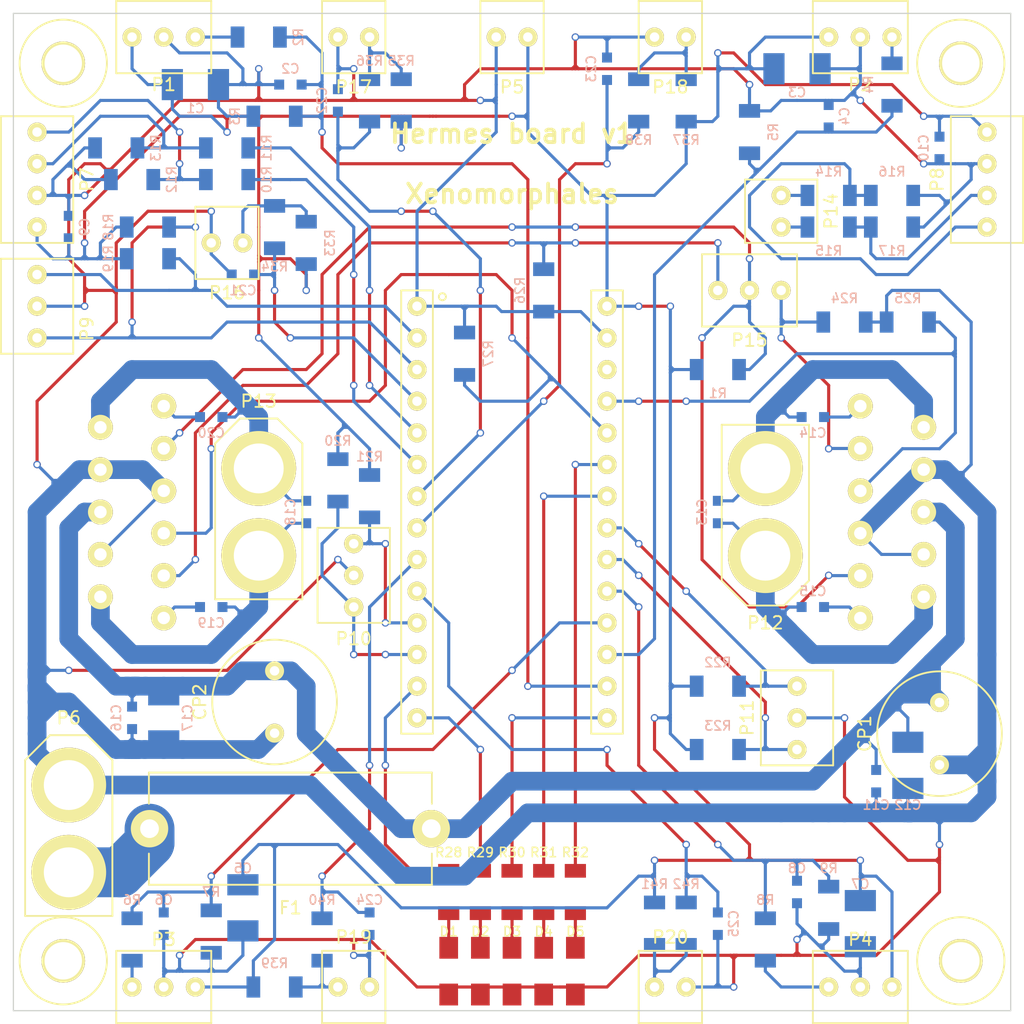
<source format=kicad_pcb>
(kicad_pcb (version 4) (host pcbnew "(2015-09-24 BZR 6216, Git 45a9b1c)-product")
  (layers (0 F.Cu signal) (31 B.Cu signal) (34 B.Paste user) (35 F.Paste user) (36 B.SilkS user) (37 F.SilkS user) (38 B.Mask user) (39 F.Mask user) (44 Edge.Cuts user))
  (net 0 "")
  (net 1 /Com/GND)
  (net 2 /Com/+5V)
  (net 3 /Teensy/GP2_1)
  (net 4 /Teensy/GP2_2)
  (net 5 /Teensy/GP2_3)
  (net 6 /Teensy/GP2_4)
  (net 7 /Driver_1/+15V)
  (net 8 "Net-(C13-Pad1)")
  (net 9 "Net-(C13-Pad2)")
  (net 10 "Net-(C14-Pad1)")
  (net 11 "Net-(C15-Pad2)")
  (net 12 "Net-(C18-Pad1)")
  (net 13 "Net-(C18-Pad2)")
  (net 14 "Net-(C19-Pad1)")
  (net 15 "Net-(C20-Pad2)")
  (net 16 /Teensy/Pull)
  (net 17 /Teensy/LimitSwitch1)
  (net 18 /Teensy/LimitSwitch2)
  (net 19 /Teensy/LimitSwitch3)
  (net 20 /Teensy/LimitSwitch4)
  (net 21 "Net-(D1-Pad2)")
  (net 22 "Net-(D2-Pad2)")
  (net 23 "Net-(D3-Pad2)")
  (net 24 "Net-(D4-Pad2)")
  (net 25 "Net-(D5-Pad2)")
  (net 26 "Net-(F1-Pad2)")
  (net 27 "Net-(P1-Pad1)")
  (net 28 "Net-(P2-Pad1)")
  (net 29 "Net-(P3-Pad1)")
  (net 30 "Net-(P4-Pad1)")
  (net 31 "Net-(P7-Pad3)")
  (net 32 "Net-(P7-Pad4)")
  (net 33 "Net-(P8-Pad3)")
  (net 34 "Net-(P8-Pad4)")
  (net 35 /Com/TX1)
  (net 36 /Com/RX1)
  (net 37 /Com/TX2)
  (net 38 /Com/RX2)
  (net 39 /Com/SCL)
  (net 40 /Com/SDA)
  (net 41 /Encoder_2/A)
  (net 42 /Encoder_2/B)
  (net 43 /Driver_2/Direction)
  (net 44 /Driver_1/ThermalFlag)
  (net 45 /Driver_1/Direction)
  (net 46 "Net-(P16-Pad2)")
  (net 47 "Net-(P17-Pad2)")
  (net 48 "Net-(P18-Pad2)")
  (net 49 "Net-(P19-Pad2)")
  (net 50 "Net-(P20-Pad2)")
  (net 51 /Encoder_1/B)
  (net 52 /Encoder_1/A)
  (net 53 /Driver_1/PWM)
  (net 54 /Driver_2/PWM)
  (net 55 "Net-(R28-Pad1)")
  (net 56 "Net-(R29-Pad1)")
  (net 57 "Net-(R30-Pad1)")
  (net 58 "Net-(R31-Pad1)")
  (net 59 "Net-(R32-Pad1)")
  (net 60 "Net-(U3-Pad93)")
  (module Footprints:C_CMS0603 (layer B.Cu) (at 120.56 138.02 90)
    (fp_text reference C6 (at 1.905 0 180) (layer B.SilkS) (effects (font (size 0.75 0.75) (thickness 0.125)) (justify mirror)))
    (fp_text value 100nF hide)
    (pad 1 smd rect (at -0.9 0 90) (size 0.8 0.8) (layers B.Cu B.Paste B.Mask) (net 1 /Com/GND))
    (pad 2 smd rect (at 0.9 0 90) (size 0.8 0.8) (layers B.Cu B.Paste B.Mask) (net 5 /Teensy/GP2_3))
  )
  (module Footprints:C_CMS0603 (layer B.Cu) (at 130.72 70.71)
    (fp_text reference C2 (at 0 -1.27) (layer B.SilkS) (effects (font (size 0.75 0.75) (thickness 0.125)) (justify mirror)))
    (fp_text value 100nF hide)
    (pad 1 smd rect (at -0.9 0) (size 0.8 0.8) (layers B.Cu B.Paste B.Mask) (net 1 /Com/GND))
    (pad 2 smd rect (at 0.9 0) (size 0.8 0.8) (layers B.Cu B.Paste B.Mask) (net 3 /Teensy/GP2_1))
  )
  (module Footprints:C_CMS0603 (layer B.Cu) (at 134.53 71.98 90)
    (fp_text reference C22 (at 0 -1.27 90) (layer B.SilkS) (effects (font (size 0.75 0.75) (thickness 0.125)) (justify mirror)))
    (fp_text value 1µF hide)
    (pad 1 smd rect (at -0.9 0 90) (size 0.8 0.8) (layers B.Cu B.Paste B.Mask) (net 17 /Teensy/LimitSwitch1))
    (pad 2 smd rect (at 0.9 0 90) (size 0.8 0.8) (layers B.Cu B.Paste B.Mask) (net 1 /Com/GND))
  )
  (module Footprints:C_CMS0603 (layer B.Cu) (at 126.91 85.95 180)
    (fp_text reference C21 (at 0 -1.27 180) (layer B.SilkS) (effects (font (size 0.75 0.75) (thickness 0.125)) (justify mirror)))
    (fp_text value 1µF hide)
    (pad 1 smd rect (at -0.9 0 180) (size 0.8 0.8) (layers B.Cu B.Paste B.Mask) (net 16 /Teensy/Pull))
    (pad 2 smd rect (at 0.9 0 180) (size 0.8 0.8) (layers B.Cu B.Paste B.Mask) (net 1 /Com/GND))
  )
  (module Footprints:C_CMS0603 (layer B.Cu) (at 112.94 82.14 270)
    (fp_text reference C9 (at 0 -1.27 270) (layer B.SilkS) (effects (font (size 0.75 0.75) (thickness 0.125)) (justify mirror)))
    (fp_text value 100nF hide)
    (pad 1 smd rect (at -0.9 0 270) (size 0.8 0.8) (layers B.Cu B.Paste B.Mask) (net 1 /Com/GND))
    (pad 2 smd rect (at 0.9 0 270) (size 0.8 0.8) (layers B.Cu B.Paste B.Mask) (net 2 /Com/+5V))
  )
  (module Footprints:LMD18201 (layer F.Cu) (at 176.44 105 270)
    (fp_text reference U1 hide)
    (fp_text value LMD18201 hide)
    (pad 1 thru_hole circle (at -8.5 0 270) (size 2 2) (drill 1) (layers *.Cu *.Mask F.SilkS) (net 10 "Net-(C14-Pad1)"))
    (pad 2 thru_hole circle (at -6.8 -5.08 270) (size 2 2) (drill 1) (layers *.Cu *.Mask F.SilkS) (net 9 "Net-(C13-Pad2)"))
    (pad 3 thru_hole circle (at -5.1 0 270) (size 2 2) (drill 1) (layers *.Cu *.Mask F.SilkS) (net 45 /Driver_1/Direction))
    (pad 4 thru_hole circle (at -3.4 -5.08 270) (size 2 2) (drill 1) (layers *.Cu *.Mask F.SilkS) (net 1 /Com/GND))
    (pad 5 thru_hole circle (at -1.7 0 270) (size 2 2) (drill 1) (layers *.Cu *.Mask F.SilkS) (net 53 /Driver_1/PWM))
    (pad 6 thru_hole circle (at 0 -5.08 270) (size 2 2) (drill 1) (layers *.Cu *.Mask F.SilkS) (net 7 /Driver_1/+15V))
    (pad 7 thru_hole circle (at 1.7 0 270) (size 2 2) (drill 1) (layers *.Cu *.Mask F.SilkS) (net 1 /Com/GND))
    (pad 8 thru_hole circle (at 3.4 -5.08 270) (size 2 2) (drill 1) (layers *.Cu *.Mask F.SilkS) (net 1 /Com/GND))
    (pad 9 thru_hole circle (at 5.1 0 270) (size 2 2) (drill 1) (layers *.Cu *.Mask F.SilkS) (net 44 /Driver_1/ThermalFlag))
    (pad 10 thru_hole circle (at 6.8 -5.08 270) (size 2 2) (drill 1) (layers *.Cu *.Mask F.SilkS) (net 8 "Net-(C13-Pad1)"))
    (pad 11 thru_hole circle (at 8.5 0 270) (size 2 2) (drill 1) (layers *.Cu *.Mask F.SilkS) (net 11 "Net-(C15-Pad2)"))
  )
  (module Footprints:LMD18201 (layer F.Cu) (at 120.56 105 90)
    (fp_text reference U2 hide)
    (fp_text value LMD18201 hide)
    (pad 1 thru_hole circle (at -8.5 0 90) (size 2 2) (drill 1) (layers *.Cu *.Mask F.SilkS) (net 14 "Net-(C19-Pad1)"))
    (pad 2 thru_hole circle (at -6.8 -5.08 90) (size 2 2) (drill 1) (layers *.Cu *.Mask F.SilkS) (net 13 "Net-(C18-Pad2)"))
    (pad 3 thru_hole circle (at -5.1 0 90) (size 2 2) (drill 1) (layers *.Cu *.Mask F.SilkS) (net 43 /Driver_2/Direction))
    (pad 4 thru_hole circle (at -3.4 -5.08 90) (size 2 2) (drill 1) (layers *.Cu *.Mask F.SilkS) (net 1 /Com/GND))
    (pad 5 thru_hole circle (at -1.7 0 90) (size 2 2) (drill 1) (layers *.Cu *.Mask F.SilkS) (net 54 /Driver_2/PWM))
    (pad 6 thru_hole circle (at 0 -5.08 90) (size 2 2) (drill 1) (layers *.Cu *.Mask F.SilkS) (net 7 /Driver_1/+15V))
    (pad 7 thru_hole circle (at 1.7 0 90) (size 2 2) (drill 1) (layers *.Cu *.Mask F.SilkS) (net 1 /Com/GND))
    (pad 8 thru_hole circle (at 3.4 -5.08 90) (size 2 2) (drill 1) (layers *.Cu *.Mask F.SilkS) (net 1 /Com/GND))
    (pad 9 thru_hole circle (at 5.1 0 90) (size 2 2) (drill 1) (layers *.Cu *.Mask F.SilkS) (net 44 /Driver_1/ThermalFlag))
    (pad 10 thru_hole circle (at 6.8 -5.08 90) (size 2 2) (drill 1) (layers *.Cu *.Mask F.SilkS) (net 12 "Net-(C18-Pad1)"))
    (pad 11 thru_hole circle (at 8.5 0 90) (size 2 2) (drill 1) (layers *.Cu *.Mask F.SilkS) (net 15 "Net-(C20-Pad2)"))
  )
  (module Footprints:Teensy3.1 (layer F.Cu) (at 148.5 106.27)
    (fp_text reference U3 hide)
    (fp_text value Teensy3.1 hide)
    (pad 91 thru_hole circle (at -7.62 -17.78) (size 1.524 1.524) (drill 0.762) (layers *.Cu *.Mask F.SilkS) (net 1 /Com/GND))
    (pad 0 thru_hole circle (at -7.62 -15.24) (size 1.524 1.524) (drill 0.762) (layers *.Cu *.Mask F.SilkS) (net 36 /Com/RX1))
    (pad 1 thru_hole circle (at -7.62 -12.7) (size 1.524 1.524) (drill 0.762) (layers *.Cu *.Mask F.SilkS) (net 35 /Com/TX1))
    (pad 2 thru_hole circle (at -7.62 -10.16) (size 1.524 1.524) (drill 0.762) (layers *.Cu *.Mask F.SilkS) (net 16 /Teensy/Pull))
    (pad 3 thru_hole circle (at -7.62 -7.62) (size 1.524 1.524) (drill 0.762) (layers *.Cu *.Mask F.SilkS) (net 52 /Encoder_1/A))
    (pad 4 thru_hole circle (at -7.62 -5.08) (size 1.524 1.524) (drill 0.762) (layers *.Cu *.Mask F.SilkS) (net 51 /Encoder_1/B))
    (pad 5 thru_hole circle (at -7.62 -2.54) (size 1.524 1.524) (drill 0.762) (layers *.Cu *.Mask F.SilkS) (net 17 /Teensy/LimitSwitch1))
    (pad 6 thru_hole circle (at -7.62 0) (size 1.524 1.524) (drill 0.762) (layers *.Cu *.Mask F.SilkS) (net 18 /Teensy/LimitSwitch2))
    (pad 7 thru_hole circle (at -7.62 2.54) (size 1.524 1.524) (drill 0.762) (layers *.Cu *.Mask F.SilkS) (net 19 /Teensy/LimitSwitch3))
    (pad 8 thru_hole circle (at -7.62 5.08) (size 1.524 1.524) (drill 0.762) (layers *.Cu *.Mask F.SilkS) (net 20 /Teensy/LimitSwitch4))
    (pad 9 thru_hole circle (at -7.62 7.62) (size 1.524 1.524) (drill 0.762) (layers *.Cu *.Mask F.SilkS) (net 38 /Com/RX2))
    (pad 10 thru_hole circle (at -7.62 10.16) (size 1.524 1.524) (drill 0.762) (layers *.Cu *.Mask F.SilkS) (net 37 /Com/TX2))
    (pad 11 thru_hole circle (at -7.62 12.7) (size 1.524 1.524) (drill 0.762) (layers *.Cu *.Mask F.SilkS) (net 55 "Net-(R28-Pad1)"))
    (pad 12 thru_hole circle (at -7.62 15.24) (size 1.524 1.524) (drill 0.762) (layers *.Cu *.Mask F.SilkS) (net 56 "Net-(R29-Pad1)"))
    (pad 90 thru_hole circle (at 7.62 -17.78) (size 1.524 1.524) (drill 0.762) (layers *.Cu *.Mask F.SilkS) (net 2 /Com/+5V))
    (pad 92 thru_hole circle (at 7.62 -15.24) (size 1.524 1.524) (drill 0.762) (layers *.Cu *.Mask F.SilkS) (net 1 /Com/GND))
    (pad 93 thru_hole circle (at 7.62 -12.7) (size 1.524 1.524) (drill 0.762) (layers *.Cu *.Mask F.SilkS) (net 60 "Net-(U3-Pad93)"))
    (pad 23 thru_hole circle (at 7.62 -10.16) (size 1.524 1.524) (drill 0.762) (layers *.Cu *.Mask F.SilkS) (net 53 /Driver_1/PWM))
    (pad 22 thru_hole circle (at 7.62 -7.62) (size 1.524 1.524) (drill 0.762) (layers *.Cu *.Mask F.SilkS) (net 54 /Driver_2/PWM))
    (pad 21 thru_hole circle (at 7.62 -5.08) (size 1.524 1.524) (drill 0.762) (layers *.Cu *.Mask F.SilkS) (net 59 "Net-(R32-Pad1)"))
    (pad 20 thru_hole circle (at 7.62 -2.54) (size 1.524 1.524) (drill 0.762) (layers *.Cu *.Mask F.SilkS) (net 58 "Net-(R31-Pad1)"))
    (pad 19 thru_hole circle (at 7.62 0) (size 1.524 1.524) (drill 0.762) (layers *.Cu *.Mask F.SilkS) (net 39 /Com/SCL))
    (pad 18 thru_hole circle (at 7.62 2.54) (size 1.524 1.524) (drill 0.762) (layers *.Cu *.Mask F.SilkS) (net 40 /Com/SDA))
    (pad 17 thru_hole circle (at 7.62 5.08) (size 1.524 1.524) (drill 0.762) (layers *.Cu *.Mask F.SilkS) (net 6 /Teensy/GP2_4))
    (pad 16 thru_hole circle (at 7.62 7.62) (size 1.524 1.524) (drill 0.762) (layers *.Cu *.Mask F.SilkS) (net 5 /Teensy/GP2_3))
    (pad 15 thru_hole circle (at 7.62 10.16) (size 1.524 1.524) (drill 0.762) (layers *.Cu *.Mask F.SilkS) (net 4 /Teensy/GP2_2))
    (pad 14 thru_hole circle (at 7.62 12.7) (size 1.524 1.524) (drill 0.762) (layers *.Cu *.Mask F.SilkS) (net 3 /Teensy/GP2_1))
    (pad 13 thru_hole circle (at 7.62 15.24) (size 1.524 1.524) (drill 0.762) (layers *.Cu *.Mask F.SilkS) (net 57 "Net-(R30-Pad1)"))
  )
  (module Footprints:M3_Screw (layer F.Cu) (at 112.5 69)
    (fp_text reference REF** hide)
    (fp_text value M3_Screw hide)
    (pad 1 thru_hole circle (at 0 0) (size 3.5 3.5) (drill 3) (layers *.Cu *.Mask F.SilkS))
  )
  (module Footprints:M3_Screw (layer F.Cu) (at 184.5 69)
    (fp_text reference REF** hide)
    (fp_text value M3_Screw hide)
    (pad 1 thru_hole circle (at 0 0) (size 3.5 3.5) (drill 3) (layers *.Cu *.Mask F.SilkS))
  )
  (module Footprints:M3_Screw (layer F.Cu) (at 112.5 141)
    (fp_text reference REF** hide)
    (fp_text value M3_Screw hide)
    (pad 1 thru_hole circle (at 0 0) (size 3.5 3.5) (drill 3) (layers *.Cu *.Mask F.SilkS))
  )
  (module Footprints:M3_Screw (layer F.Cu) (at 184.5 141)
    (fp_text reference REF** hide)
    (fp_text value M3_Screw hide)
    (pad 1 thru_hole circle (at 0 0) (size 3.5 3.5) (drill 3) (layers *.Cu *.Mask F.SilkS))
  )
  (module Footprints:Conn_01x02 (layer F.Cu) (at 148.5 66.9)
    (fp_text reference P5 (at 0 4) (layer F.SilkS))
    (fp_text value Bat5V hide)
    (pad 1 thru_hole circle (at -1.27 0) (size 1.524 1.524) (drill 0.762) (layers *.Cu *.Mask F.SilkS) (net 1 /Com/GND))
    (pad 2 thru_hole circle (at 1.27 0) (size 1.524 1.524) (drill 0.762) (layers *.Cu *.Mask F.SilkS) (net 2 /Com/+5V))
  )
  (module Footprints:Conn_01x02 (layer F.Cu) (at 135.8 66.9)
    (fp_text reference P17 (at 0 4) (layer F.SilkS))
    (fp_text value Switch hide)
    (pad 1 thru_hole circle (at -1.27 0) (size 1.524 1.524) (drill 0.762) (layers *.Cu *.Mask F.SilkS) (net 1 /Com/GND))
    (pad 2 thru_hole circle (at 1.27 0) (size 1.524 1.524) (drill 0.762) (layers *.Cu *.Mask F.SilkS) (net 47 "Net-(P17-Pad2)"))
  )
  (module Footprints:Conn_01x02 (layer F.Cu) (at 161.2 66.9)
    (fp_text reference P18 (at 0 4) (layer F.SilkS))
    (fp_text value Switch hide)
    (pad 1 thru_hole circle (at -1.27 0) (size 1.524 1.524) (drill 0.762) (layers *.Cu *.Mask F.SilkS) (net 1 /Com/GND))
    (pad 2 thru_hole circle (at 1.27 0) (size 1.524 1.524) (drill 0.762) (layers *.Cu *.Mask F.SilkS) (net 48 "Net-(P18-Pad2)"))
  )
  (module Footprints:Conn_01x02 (layer F.Cu) (at 135.8 143.1 180)
    (fp_text reference P19 (at 0 4 180) (layer F.SilkS))
    (fp_text value Switch hide)
    (pad 1 thru_hole circle (at -1.27 0 180) (size 1.524 1.524) (drill 0.762) (layers *.Cu *.Mask F.SilkS) (net 1 /Com/GND))
    (pad 2 thru_hole circle (at 1.27 0 180) (size 1.524 1.524) (drill 0.762) (layers *.Cu *.Mask F.SilkS) (net 49 "Net-(P19-Pad2)"))
  )
  (module Footprints:Conn_01x02 (layer F.Cu) (at 161.2 143.1 180)
    (fp_text reference P20 (at 0 4 180) (layer F.SilkS))
    (fp_text value Switch hide)
    (pad 1 thru_hole circle (at -1.27 0 180) (size 1.524 1.524) (drill 0.762) (layers *.Cu *.Mask F.SilkS) (net 1 /Com/GND))
    (pad 2 thru_hole circle (at 1.27 0 180) (size 1.524 1.524) (drill 0.762) (layers *.Cu *.Mask F.SilkS) (net 50 "Net-(P20-Pad2)"))
  )
  (module Footprints:C_Radial (layer F.Cu) (at 129.45 120.24 270)
    (fp_text reference CP2 (at 0 6 270) (layer F.SilkS))
    (fp_text value 330µF hide)
    (pad 1 thru_hole circle (at -2.5 0 270) (size 1.524 1.524) (drill 0.762) (layers *.Cu *.Mask F.SilkS) (net 7 /Driver_1/+15V))
    (pad 2 thru_hole circle (at 2.5 0 270) (size 1.524 1.524) (drill 0.762) (layers *.Cu *.Mask F.SilkS) (net 1 /Com/GND))
  )
  (module Footprints:C_Radial (layer F.Cu) (at 182.79 122.78 270)
    (fp_text reference CP1 (at 0 6 270) (layer F.SilkS))
    (fp_text value 330µF hide)
    (pad 1 thru_hole circle (at -2.5 0 270) (size 1.524 1.524) (drill 0.762) (layers *.Cu *.Mask F.SilkS) (net 7 /Driver_1/+15V))
    (pad 2 thru_hole circle (at 2.5 0 270) (size 1.524 1.524) (drill 0.762) (layers *.Cu *.Mask F.SilkS) (net 1 /Com/GND))
  )
  (module Footprints:Conn_01x03 (layer F.Cu) (at 176.44 143.1)
    (fp_text reference P4 (at 0 -3.81) (layer F.SilkS))
    (fp_text value GP2 hide)
    (pad 1 thru_hole circle (at -2.54 0) (size 1.524 1.524) (drill 0.762) (layers *.Cu *.Mask F.SilkS) (net 30 "Net-(P4-Pad1)"))
    (pad 2 thru_hole circle (at 0 0) (size 1.524 1.524) (drill 0.762) (layers *.Cu *.Mask F.SilkS) (net 1 /Com/GND))
    (pad 3 thru_hole circle (at 2.54 0) (size 1.524 1.524) (drill 0.762) (layers *.Cu *.Mask F.SilkS) (net 2 /Com/+5V))
  )
  (module Footprints:Conn_01x03 (layer F.Cu) (at 120.56 143.1)
    (fp_text reference P3 (at 0 -3.81) (layer F.SilkS))
    (fp_text value GP2 hide)
    (pad 1 thru_hole circle (at -2.54 0) (size 1.524 1.524) (drill 0.762) (layers *.Cu *.Mask F.SilkS) (net 29 "Net-(P3-Pad1)"))
    (pad 2 thru_hole circle (at 0 0) (size 1.524 1.524) (drill 0.762) (layers *.Cu *.Mask F.SilkS) (net 1 /Com/GND))
    (pad 3 thru_hole circle (at 2.54 0) (size 1.524 1.524) (drill 0.762) (layers *.Cu *.Mask F.SilkS) (net 2 /Com/+5V))
  )
  (module Footprints:Conn_01x03 (layer F.Cu) (at 135.8 110.08 90)
    (fp_text reference P10 (at -5.08 0 180) (layer F.SilkS))
    (fp_text value UART_2 hide)
    (pad 1 thru_hole circle (at -2.54 0 90) (size 1.524 1.524) (drill 0.762) (layers *.Cu *.Mask F.SilkS) (net 37 /Com/TX2))
    (pad 2 thru_hole circle (at 0 0 90) (size 1.524 1.524) (drill 0.762) (layers *.Cu *.Mask F.SilkS) (net 1 /Com/GND))
    (pad 3 thru_hole circle (at 2.54 0 90) (size 1.524 1.524) (drill 0.762) (layers *.Cu *.Mask F.SilkS) (net 38 /Com/RX2))
  )
  (module Footprints:Conn_01x03 (layer F.Cu) (at 167.55 87.22)
    (fp_text reference P15 (at 0 4) (layer F.SilkS))
    (fp_text value Motor hide)
    (pad 1 thru_hole circle (at -2.54 0) (size 1.524 1.524) (drill 0.762) (layers *.Cu *.Mask F.SilkS) (net 43 /Driver_2/Direction))
    (pad 2 thru_hole circle (at 0 0) (size 1.524 1.524) (drill 0.762) (layers *.Cu *.Mask F.SilkS) (net 44 /Driver_1/ThermalFlag))
    (pad 3 thru_hole circle (at 2.54 0) (size 1.524 1.524) (drill 0.762) (layers *.Cu *.Mask F.SilkS) (net 45 /Driver_1/Direction))
  )
  (module Footprints:Conn_01x03 (layer F.Cu) (at 120.56 66.9 180)
    (fp_text reference P1 (at 0 -3.81 180) (layer F.SilkS))
    (fp_text value GP2 hide)
    (pad 1 thru_hole circle (at -2.54 0 180) (size 1.524 1.524) (drill 0.762) (layers *.Cu *.Mask F.SilkS) (net 27 "Net-(P1-Pad1)"))
    (pad 2 thru_hole circle (at 0 0 180) (size 1.524 1.524) (drill 0.762) (layers *.Cu *.Mask F.SilkS) (net 1 /Com/GND))
    (pad 3 thru_hole circle (at 2.54 0 180) (size 1.524 1.524) (drill 0.762) (layers *.Cu *.Mask F.SilkS) (net 2 /Com/+5V))
  )
  (module Footprints:Conn_01x03 (layer F.Cu) (at 176.44 66.9 180)
    (fp_text reference P2 (at 0 -3.81 180) (layer F.SilkS))
    (fp_text value GP2 hide)
    (pad 1 thru_hole circle (at -2.54 0 180) (size 1.524 1.524) (drill 0.762) (layers *.Cu *.Mask F.SilkS) (net 28 "Net-(P2-Pad1)"))
    (pad 2 thru_hole circle (at 0 0 180) (size 1.524 1.524) (drill 0.762) (layers *.Cu *.Mask F.SilkS) (net 1 /Com/GND))
    (pad 3 thru_hole circle (at 2.54 0 180) (size 1.524 1.524) (drill 0.762) (layers *.Cu *.Mask F.SilkS) (net 2 /Com/+5V))
  )
  (module Footprints:Conn_01x02 (layer F.Cu) (at 125.64 83.41)
    (fp_text reference P16 (at 0 4) (layer F.SilkS))
    (fp_text value Switch hide)
    (pad 1 thru_hole circle (at -1.27 0) (size 1.524 1.524) (drill 0.762) (layers *.Cu *.Mask F.SilkS) (net 1 /Com/GND))
    (pad 2 thru_hole circle (at 1.27 0) (size 1.524 1.524) (drill 0.762) (layers *.Cu *.Mask F.SilkS) (net 46 "Net-(P16-Pad2)"))
  )
  (module Footprints:Conn_01x03 (layer F.Cu) (at 171.36 121.51 270)
    (fp_text reference P11 (at 0 4 270) (layer F.SilkS))
    (fp_text value I2C hide)
    (pad 1 thru_hole circle (at -2.54 0 270) (size 1.524 1.524) (drill 0.762) (layers *.Cu *.Mask F.SilkS) (net 39 /Com/SCL))
    (pad 2 thru_hole circle (at 0 0 270) (size 1.524 1.524) (drill 0.762) (layers *.Cu *.Mask F.SilkS) (net 1 /Com/GND))
    (pad 3 thru_hole circle (at 2.54 0 270) (size 1.524 1.524) (drill 0.762) (layers *.Cu *.Mask F.SilkS) (net 40 /Com/SDA))
  )
  (module Footprints:Conn_01x03 (layer F.Cu) (at 110.4 88.49 90)
    (fp_text reference P9 (at -1.81 4 90) (layer F.SilkS))
    (fp_text value UART_1 hide)
    (pad 1 thru_hole circle (at -2.54 0 90) (size 1.524 1.524) (drill 0.762) (layers *.Cu *.Mask F.SilkS) (net 35 /Com/TX1))
    (pad 2 thru_hole circle (at 0 0 90) (size 1.524 1.524) (drill 0.762) (layers *.Cu *.Mask F.SilkS) (net 1 /Com/GND))
    (pad 3 thru_hole circle (at 2.54 0 90) (size 1.524 1.524) (drill 0.762) (layers *.Cu *.Mask F.SilkS) (net 36 /Com/RX1))
  )
  (module Footprints:Conn_01x04 (layer F.Cu) (at 186.6 78.33 270)
    (fp_text reference P8 (at 0 4 270) (layer F.SilkS))
    (fp_text value Encoder hide)
    (pad 1 thru_hole circle (at -3.81 0 270) (size 1.524 1.524) (drill 0.762) (layers *.Cu *.Mask F.SilkS) (net 2 /Com/+5V))
    (pad 2 thru_hole circle (at -1.27 0 270) (size 1.524 1.524) (drill 0.762) (layers *.Cu *.Mask F.SilkS) (net 1 /Com/GND))
    (pad 3 thru_hole circle (at 1.27 0 270) (size 1.524 1.524) (drill 0.762) (layers *.Cu *.Mask F.SilkS) (net 33 "Net-(P8-Pad3)"))
    (pad 4 thru_hole circle (at 3.81 0 270) (size 1.524 1.524) (drill 0.762) (layers *.Cu *.Mask F.SilkS) (net 34 "Net-(P8-Pad4)"))
  )
  (module Footprints:Conn_01x02 (layer F.Cu) (at 170.09 80.87 90)
    (fp_text reference P14 (at 0 4 90) (layer F.SilkS))
    (fp_text value Encoder2 hide)
    (pad 1 thru_hole circle (at -1.27 0 90) (size 1.524 1.524) (drill 0.762) (layers *.Cu *.Mask F.SilkS) (net 41 /Encoder_2/A))
    (pad 2 thru_hole circle (at 1.27 0 90) (size 1.524 1.524) (drill 0.762) (layers *.Cu *.Mask F.SilkS) (net 42 /Encoder_2/B))
  )
  (module Footprints:Fuse (layer F.Cu) (at 130.72 130.4 180)
    (fp_text reference F1 (at 0 -6.35 180) (layer F.SilkS))
    (fp_text value FUSE hide)
    (pad 1 thru_hole circle (at -11.3 0 180) (size 3 3) (drill 1.5) (layers *.Cu *.Mask F.SilkS) (net 7 /Driver_1/+15V))
    (pad 2 thru_hole circle (at 11.3 0 180) (size 3 3) (drill 1.5) (layers *.Cu *.Mask F.SilkS) (net 26 "Net-(F1-Pad2)"))
  )
  (module Footprints:Power_Conn_01x02 (layer F.Cu) (at 112.94 130.4 270)
    (fp_text reference P6 (at -8.89 0 360) (layer F.SilkS))
    (fp_text value Bat15V hide)
    (pad 1 thru_hole circle (at -3.5 0 270) (size 6 6) (drill 4) (layers *.Cu *.Mask F.SilkS) (net 1 /Com/GND))
    (pad 2 thru_hole circle (at 3.5 0 270) (size 6 6) (drill 4) (layers *.Cu *.Mask F.SilkS) (net 26 "Net-(F1-Pad2)"))
  )
  (module Footprints:Power_Conn_01x02 (layer F.Cu) (at 128.18 105 270)
    (fp_text reference P13 (at -8.89 0 360) (layer F.SilkS))
    (fp_text value Motor hide)
    (pad 1 thru_hole circle (at -3.5 0 270) (size 6 6) (drill 4) (layers *.Cu *.Mask F.SilkS) (net 12 "Net-(C18-Pad1)"))
    (pad 2 thru_hole circle (at 3.5 0 270) (size 6 6) (drill 4) (layers *.Cu *.Mask F.SilkS) (net 13 "Net-(C18-Pad2)"))
  )
  (module Footprints:Power_Conn_01x02 (layer F.Cu) (at 168.82 105 90)
    (fp_text reference P12 (at -8.89 0 180) (layer F.SilkS))
    (fp_text value Motor hide)
    (pad 1 thru_hole circle (at -3.5 0 90) (size 6 6) (drill 4) (layers *.Cu *.Mask F.SilkS) (net 8 "Net-(C13-Pad1)"))
    (pad 2 thru_hole circle (at 3.5 0 90) (size 6 6) (drill 4) (layers *.Cu *.Mask F.SilkS) (net 9 "Net-(C13-Pad2)"))
  )
  (module Footprints:R_CMS1206 (layer B.Cu) (at 125.64 75.79 180)
    (fp_text reference R11 (at -3.175 0 450) (layer B.SilkS) (effects (font (size 0.75 0.75) (thickness 0.125)) (justify mirror)))
    (fp_text value 22Ω hide)
    (pad 1 smd rect (at -1.7 0 180) (size 1.1 1.7) (layers B.Cu B.Paste B.Mask) (net 52 /Encoder_1/A))
    (pad 2 smd rect (at 1.7 0 180) (size 1.1 1.7) (layers B.Cu B.Paste B.Mask) (net 31 "Net-(P7-Pad3)"))
  )
  (module Footprints:R_CMS1206 (layer B.Cu) (at 125.64 78.33 180)
    (fp_text reference R10 (at -3.175 0 270) (layer B.SilkS) (effects (font (size 0.75 0.75) (thickness 0.125)) (justify mirror)))
    (fp_text value 22Ω hide)
    (pad 1 smd rect (at -1.7 0 180) (size 1.1 1.7) (layers B.Cu B.Paste B.Mask) (net 51 /Encoder_1/B))
    (pad 2 smd rect (at 1.7 0 180) (size 1.1 1.7) (layers B.Cu B.Paste B.Mask) (net 32 "Net-(P7-Pad4)"))
  )
  (module Footprints:R_CMS1206 (layer B.Cu) (at 119.29 82.14)
    (fp_text reference R18 (at -3.175 0 90) (layer B.SilkS) (effects (font (size 0.75 0.75) (thickness 0.125)) (justify mirror)))
    (fp_text value 10kΩ hide)
    (pad 1 smd rect (at -1.7 0) (size 1.1 1.7) (layers B.Cu B.Paste B.Mask) (net 2 /Com/+5V))
    (pad 2 smd rect (at 1.7 0) (size 1.1 1.7) (layers B.Cu B.Paste B.Mask) (net 35 /Com/TX1))
  )
  (module Footprints:R_CMS1206 (layer B.Cu) (at 119.29 84.68)
    (fp_text reference R19 (at -3.175 0 270) (layer B.SilkS) (effects (font (size 0.75 0.75) (thickness 0.125)) (justify mirror)))
    (fp_text value 10kΩ hide)
    (pad 1 smd rect (at -1.7 0) (size 1.1 1.7) (layers B.Cu B.Paste B.Mask) (net 2 /Com/+5V))
    (pad 2 smd rect (at 1.7 0) (size 1.1 1.7) (layers B.Cu B.Paste B.Mask) (net 36 /Com/RX1))
  )
  (module Footprints:R_CMS1206 (layer B.Cu) (at 116.75 75.79)
    (fp_text reference R13 (at 3.175 0 90) (layer B.SilkS) (effects (font (size 0.75 0.75) (thickness 0.125)) (justify mirror)))
    (fp_text value 10kΩ hide)
    (pad 1 smd rect (at -1.7 0) (size 1.1 1.7) (layers B.Cu B.Paste B.Mask) (net 1 /Com/GND))
    (pad 2 smd rect (at 1.7 0) (size 1.1 1.7) (layers B.Cu B.Paste B.Mask) (net 31 "Net-(P7-Pad3)"))
  )
  (module Footprints:R_CMS1206 (layer B.Cu) (at 118.02 78.33)
    (fp_text reference R12 (at 3.175 0 270) (layer B.SilkS) (effects (font (size 0.75 0.75) (thickness 0.125)) (justify mirror)))
    (fp_text value 10kΩ hide)
    (pad 1 smd rect (at -1.7 0) (size 1.1 1.7) (layers B.Cu B.Paste B.Mask) (net 1 /Com/GND))
    (pad 2 smd rect (at 1.7 0) (size 1.1 1.7) (layers B.Cu B.Paste B.Mask) (net 32 "Net-(P7-Pad4)"))
  )
  (module Footprints:Conn_01x04 (layer F.Cu) (at 110.4 78.33 90)
    (fp_text reference P7 (at 0 4 90) (layer F.SilkS))
    (fp_text value Encoder hide)
    (pad 1 thru_hole circle (at -3.81 0 90) (size 1.524 1.524) (drill 0.762) (layers *.Cu *.Mask F.SilkS) (net 2 /Com/+5V))
    (pad 2 thru_hole circle (at -1.27 0 90) (size 1.524 1.524) (drill 0.762) (layers *.Cu *.Mask F.SilkS) (net 1 /Com/GND))
    (pad 3 thru_hole circle (at 1.27 0 90) (size 1.524 1.524) (drill 0.762) (layers *.Cu *.Mask F.SilkS) (net 31 "Net-(P7-Pad3)"))
    (pad 4 thru_hole circle (at 3.81 0 90) (size 1.524 1.524) (drill 0.762) (layers *.Cu *.Mask F.SilkS) (net 32 "Net-(P7-Pad4)"))
  )
  (module Footprints:R_CMS1206 (layer B.Cu) (at 128.18 66.9 180)
    (fp_text reference R2 (at -3.175 0 270) (layer B.SilkS) (effects (font (size 0.75 0.75) (thickness 0.125)) (justify mirror)))
    (fp_text value 10kΩ hide)
    (pad 1 smd rect (at -1.7 0 180) (size 1.1 1.7) (layers B.Cu B.Paste B.Mask) (net 3 /Teensy/GP2_1))
    (pad 2 smd rect (at 1.7 0 180) (size 1.1 1.7) (layers B.Cu B.Paste B.Mask) (net 27 "Net-(P1-Pad1)"))
  )
  (module Footprints:R_CMS1206 (layer B.Cu) (at 129.45 73.25)
    (fp_text reference R3 (at -3.175 0 90) (layer B.SilkS) (effects (font (size 0.75 0.75) (thickness 0.125)) (justify mirror)))
    (fp_text value 20kΩ hide)
    (pad 1 smd rect (at -1.7 0) (size 1.1 1.7) (layers B.Cu B.Paste B.Mask) (net 1 /Com/GND))
    (pad 2 smd rect (at 1.7 0) (size 1.1 1.7) (layers B.Cu B.Paste B.Mask) (net 3 /Teensy/GP2_1))
  )
  (module Footprints:C_CMS1210 (layer B.Cu) (at 123.1 70.71 180)
    (fp_text reference C1 (at 0 -1.905 180) (layer B.SilkS) (effects (font (size 0.75 0.75) (thickness 0.125)) (justify mirror)))
    (fp_text value 10µF hide)
    (pad 1 smd rect (at -1.85 0 180) (size 1.7 2.5) (layers B.Cu B.Paste B.Mask) (net 1 /Com/GND))
    (pad 2 smd rect (at 1.85 0 180) (size 1.7 2.5) (layers B.Cu B.Paste B.Mask) (net 2 /Com/+5V))
  )
  (module Footprints:R_CMS1206 (layer B.Cu) (at 137.07 71.98 90)
    (fp_text reference R36 (at 3.175 0 180) (layer B.SilkS) (effects (font (size 0.75 0.75) (thickness 0.125)) (justify mirror)))
    (fp_text value 18kΩ hide)
    (pad 1 smd rect (at -1.7 0 90) (size 1.1 1.7) (layers B.Cu B.Paste B.Mask) (net 17 /Teensy/LimitSwitch1))
    (pad 2 smd rect (at 1.7 0 90) (size 1.1 1.7) (layers B.Cu B.Paste B.Mask) (net 47 "Net-(P17-Pad2)"))
  )
  (module Footprints:R_CMS1206 (layer B.Cu) (at 139.61 71.98 90)
    (fp_text reference R35 (at 3.175 0 180) (layer B.SilkS) (effects (font (size 0.75 0.75) (thickness 0.125)) (justify mirror)))
    (fp_text value 100kΩ hide)
    (pad 1 smd rect (at -1.7 0 90) (size 1.1 1.7) (layers B.Cu B.Paste B.Mask) (net 2 /Com/+5V))
    (pad 2 smd rect (at 1.7 0 90) (size 1.1 1.7) (layers B.Cu B.Paste B.Mask) (net 47 "Net-(P17-Pad2)"))
  )
  (module Footprints:R_CMS1206 (layer B.Cu) (at 129.45 82.14 90)
    (fp_text reference R34 (at -3.175 0 180) (layer B.SilkS) (effects (font (size 0.75 0.75) (thickness 0.125)) (justify mirror)))
    (fp_text value 18kΩ hide)
    (pad 1 smd rect (at -1.7 0 90) (size 1.1 1.7) (layers B.Cu B.Paste B.Mask) (net 16 /Teensy/Pull))
    (pad 2 smd rect (at 1.7 0 90) (size 1.1 1.7) (layers B.Cu B.Paste B.Mask) (net 46 "Net-(P16-Pad2)"))
  )
  (module Footprints:R_CMS1206 (layer B.Cu) (at 131.99 83.41 90)
    (fp_text reference R33 (at 0 1.905 90) (layer B.SilkS) (effects (font (size 0.75 0.75) (thickness 0.125)) (justify mirror)))
    (fp_text value 100kΩ hide)
    (pad 1 smd rect (at -1.7 0 90) (size 1.1 1.7) (layers B.Cu B.Paste B.Mask) (net 2 /Com/+5V))
    (pad 2 smd rect (at 1.7 0 90) (size 1.1 1.7) (layers B.Cu B.Paste B.Mask) (net 46 "Net-(P16-Pad2)"))
  )
  (module Footprints:R_CMS1206 (layer B.Cu) (at 144.69 92.3 270)
    (fp_text reference R27 (at 0 -1.905 270) (layer B.SilkS) (effects (font (size 0.75 0.75) (thickness 0.125)) (justify mirror)))
    (fp_text value 10kΩ hide)
    (pad 1 smd rect (at -1.7 0 270) (size 1.1 1.7) (layers B.Cu B.Paste B.Mask) (net 1 /Com/GND))
    (pad 2 smd rect (at 1.7 0 270) (size 1.1 1.7) (layers B.Cu B.Paste B.Mask) (net 54 /Driver_2/PWM))
  )
  (module Footprints:C_CMS0603 (layer B.Cu) (at 156.12 69.44 90)
    (fp_text reference C23 (at 0 -1.27 90) (layer B.SilkS) (effects (font (size 0.75 0.75) (thickness 0.125)) (justify mirror)))
    (fp_text value 1µF hide)
    (pad 1 smd rect (at -0.9 0 90) (size 0.8 0.8) (layers B.Cu B.Paste B.Mask) (net 18 /Teensy/LimitSwitch2))
    (pad 2 smd rect (at 0.9 0 90) (size 0.8 0.8) (layers B.Cu B.Paste B.Mask) (net 1 /Com/GND))
  )
  (module Footprints:R_CMS1206 (layer B.Cu) (at 158.66 71.98 90)
    (fp_text reference R38 (at -3.175 0 180) (layer B.SilkS) (effects (font (size 0.75 0.75) (thickness 0.125)) (justify mirror)))
    (fp_text value 18kΩ hide)
    (pad 1 smd rect (at -1.7 0 90) (size 1.1 1.7) (layers B.Cu B.Paste B.Mask) (net 18 /Teensy/LimitSwitch2))
    (pad 2 smd rect (at 1.7 0 90) (size 1.1 1.7) (layers B.Cu B.Paste B.Mask) (net 48 "Net-(P18-Pad2)"))
  )
  (module Footprints:R_CMS1206 (layer B.Cu) (at 162.47 71.98 90)
    (fp_text reference R37 (at -3.175 0 180) (layer B.SilkS) (effects (font (size 0.75 0.75) (thickness 0.125)) (justify mirror)))
    (fp_text value 100kΩ hide)
    (pad 1 smd rect (at -1.7 0 90) (size 1.1 1.7) (layers B.Cu B.Paste B.Mask) (net 2 /Com/+5V))
    (pad 2 smd rect (at 1.7 0 90) (size 1.1 1.7) (layers B.Cu B.Paste B.Mask) (net 48 "Net-(P18-Pad2)"))
  )
  (module Footprints:R_CMS1206 (layer B.Cu) (at 178.98 70.71 90)
    (fp_text reference R4 (at 0 -1.905 90) (layer B.SilkS) (effects (font (size 0.75 0.75) (thickness 0.125)) (justify mirror)))
    (fp_text value 10kΩ hide)
    (pad 1 smd rect (at -1.7 0 90) (size 1.1 1.7) (layers B.Cu B.Paste B.Mask) (net 4 /Teensy/GP2_2))
    (pad 2 smd rect (at 1.7 0 90) (size 1.1 1.7) (layers B.Cu B.Paste B.Mask) (net 28 "Net-(P2-Pad1)"))
  )
  (module Footprints:R_CMS1206 (layer B.Cu) (at 151.04 87.22 90)
    (fp_text reference R26 (at 0 -1.905 90) (layer B.SilkS) (effects (font (size 0.75 0.75) (thickness 0.125)) (justify mirror)))
    (fp_text value 10kΩ hide)
    (pad 1 smd rect (at -1.7 0 90) (size 1.1 1.7) (layers B.Cu B.Paste B.Mask) (net 1 /Com/GND))
    (pad 2 smd rect (at 1.7 0 90) (size 1.1 1.7) (layers B.Cu B.Paste B.Mask) (net 43 /Driver_2/Direction))
  )
  (module Footprints:R_CMS1206 (layer B.Cu) (at 167.55 74.52 270)
    (fp_text reference R5 (at 0 -1.905 270) (layer B.SilkS) (effects (font (size 0.75 0.75) (thickness 0.125)) (justify mirror)))
    (fp_text value 20kΩ hide)
    (pad 1 smd rect (at -1.7 0 270) (size 1.1 1.7) (layers B.Cu B.Paste B.Mask) (net 1 /Com/GND))
    (pad 2 smd rect (at 1.7 0 270) (size 1.1 1.7) (layers B.Cu B.Paste B.Mask) (net 4 /Teensy/GP2_2))
  )
  (module Footprints:C_CMS1210 (layer B.Cu) (at 171.36 69.44 180)
    (fp_text reference C3 (at 0 -1.905 180) (layer B.SilkS) (effects (font (size 0.75 0.75) (thickness 0.125)) (justify mirror)))
    (fp_text value 10µF hide)
    (pad 1 smd rect (at -1.85 0 180) (size 1.7 2.5) (layers B.Cu B.Paste B.Mask) (net 1 /Com/GND))
    (pad 2 smd rect (at 1.85 0 180) (size 1.7 2.5) (layers B.Cu B.Paste B.Mask) (net 2 /Com/+5V))
  )
  (module Footprints:C_CMS0603 (layer B.Cu) (at 173.9 73.25 270)
    (fp_text reference C4 (at 0 -1.27 270) (layer B.SilkS) (effects (font (size 0.75 0.75) (thickness 0.125)) (justify mirror)))
    (fp_text value 100nF hide)
    (pad 1 smd rect (at -0.9 0 270) (size 0.8 0.8) (layers B.Cu B.Paste B.Mask) (net 1 /Com/GND))
    (pad 2 smd rect (at 0.9 0 270) (size 0.8 0.8) (layers B.Cu B.Paste B.Mask) (net 4 /Teensy/GP2_2))
  )
  (module Footprints:C_CMS0603 (layer B.Cu) (at 182.79 75.79 90)
    (fp_text reference C10 (at 0 -1.27 90) (layer B.SilkS) (effects (font (size 0.75 0.75) (thickness 0.125)) (justify mirror)))
    (fp_text value 100nF hide)
    (pad 1 smd rect (at -0.9 0 90) (size 0.8 0.8) (layers B.Cu B.Paste B.Mask) (net 1 /Com/GND))
    (pad 2 smd rect (at 0.9 0 90) (size 0.8 0.8) (layers B.Cu B.Paste B.Mask) (net 2 /Com/+5V))
  )
  (module Footprints:R_CMS1206 (layer B.Cu) (at 178.98 79.6 180)
    (fp_text reference R16 (at 0 1.905 360) (layer B.SilkS) (effects (font (size 0.75 0.75) (thickness 0.125)) (justify mirror)))
    (fp_text value 10kΩ hide)
    (pad 1 smd rect (at -1.7 0 180) (size 1.1 1.7) (layers B.Cu B.Paste B.Mask) (net 1 /Com/GND))
    (pad 2 smd rect (at 1.7 0 180) (size 1.1 1.7) (layers B.Cu B.Paste B.Mask) (net 34 "Net-(P8-Pad4)"))
  )
  (module Footprints:R_CMS1206 (layer B.Cu) (at 173.9 79.6)
    (fp_text reference R14 (at 0 -1.905) (layer B.SilkS) (effects (font (size 0.75 0.75) (thickness 0.125)) (justify mirror)))
    (fp_text value 22Ω hide)
    (pad 1 smd rect (at -1.7 0) (size 1.1 1.7) (layers B.Cu B.Paste B.Mask) (net 42 /Encoder_2/B))
    (pad 2 smd rect (at 1.7 0) (size 1.1 1.7) (layers B.Cu B.Paste B.Mask) (net 34 "Net-(P8-Pad4)"))
  )
  (module Footprints:R_CMS1206 (layer B.Cu) (at 178.98 82.14 180)
    (fp_text reference R17 (at 0 -1.905 180) (layer B.SilkS) (effects (font (size 0.75 0.75) (thickness 0.125)) (justify mirror)))
    (fp_text value 10kΩ hide)
    (pad 1 smd rect (at -1.7 0 180) (size 1.1 1.7) (layers B.Cu B.Paste B.Mask) (net 1 /Com/GND))
    (pad 2 smd rect (at 1.7 0 180) (size 1.1 1.7) (layers B.Cu B.Paste B.Mask) (net 33 "Net-(P8-Pad3)"))
  )
  (module Footprints:R_CMS1206 (layer B.Cu) (at 173.9 82.14)
    (fp_text reference R15 (at 0 1.905) (layer B.SilkS) (effects (font (size 0.75 0.75) (thickness 0.125)) (justify mirror)))
    (fp_text value 22Ω hide)
    (pad 1 smd rect (at -1.7 0) (size 1.1 1.7) (layers B.Cu B.Paste B.Mask) (net 41 /Encoder_2/A))
    (pad 2 smd rect (at 1.7 0) (size 1.1 1.7) (layers B.Cu B.Paste B.Mask) (net 33 "Net-(P8-Pad3)"))
  )
  (module Footprints:R_CMS1206 (layer B.Cu) (at 175.17 89.76 180)
    (fp_text reference R24 (at 0 1.905 360) (layer B.SilkS) (effects (font (size 0.75 0.75) (thickness 0.125)) (justify mirror)))
    (fp_text value 10kΩ hide)
    (pad 1 smd rect (at -1.7 0 180) (size 1.1 1.7) (layers B.Cu B.Paste B.Mask) (net 1 /Com/GND))
    (pad 2 smd rect (at 1.7 0 180) (size 1.1 1.7) (layers B.Cu B.Paste B.Mask) (net 45 /Driver_1/Direction))
  )
  (module Footprints:R_CMS1206 (layer B.Cu) (at 180.25 89.76)
    (fp_text reference R25 (at 0 -1.905) (layer B.SilkS) (effects (font (size 0.75 0.75) (thickness 0.125)) (justify mirror)))
    (fp_text value 10kΩ hide)
    (pad 1 smd rect (at -1.7 0) (size 1.1 1.7) (layers B.Cu B.Paste B.Mask) (net 1 /Com/GND))
    (pad 2 smd rect (at 1.7 0) (size 1.1 1.7) (layers B.Cu B.Paste B.Mask) (net 53 /Driver_1/PWM))
  )
  (module Footprints:R_CMS1206 (layer B.Cu) (at 165.01 93.57 180)
    (fp_text reference R1 (at 0 -1.905 180) (layer B.SilkS) (effects (font (size 0.75 0.75) (thickness 0.125)) (justify mirror)))
    (fp_text value 10kΩ hide)
    (pad 1 smd rect (at -1.7 0 180) (size 1.1 1.7) (layers B.Cu B.Paste B.Mask) (net 44 /Driver_1/ThermalFlag))
    (pad 2 smd rect (at 1.7 0 180) (size 1.1 1.7) (layers B.Cu B.Paste B.Mask) (net 2 /Com/+5V))
  )
  (module Footprints:C_CMS0603 (layer B.Cu) (at 172.63 97.38 180)
    (fp_text reference C14 (at 0 -1.27 180) (layer B.SilkS) (effects (font (size 0.75 0.75) (thickness 0.125)) (justify mirror)))
    (fp_text value 10nF hide)
    (pad 1 smd rect (at -0.9 0 180) (size 0.8 0.8) (layers B.Cu B.Paste B.Mask) (net 10 "Net-(C14-Pad1)"))
    (pad 2 smd rect (at 0.9 0 180) (size 0.8 0.8) (layers B.Cu B.Paste B.Mask) (net 9 "Net-(C13-Pad2)"))
  )
  (module Footprints:C_CMS0603 (layer B.Cu) (at 165.01 105 90)
    (fp_text reference C13 (at 0 -1.27 90) (layer B.SilkS) (effects (font (size 0.75 0.75) (thickness 0.125)) (justify mirror)))
    (fp_text value 1nF hide)
    (pad 1 smd rect (at -0.9 0 90) (size 0.8 0.8) (layers B.Cu B.Paste B.Mask) (net 8 "Net-(C13-Pad1)"))
    (pad 2 smd rect (at 0.9 0 90) (size 0.8 0.8) (layers B.Cu B.Paste B.Mask) (net 9 "Net-(C13-Pad2)"))
  )
  (module Footprints:C_CMS0603 (layer B.Cu) (at 172.63 112.62)
    (fp_text reference C15 (at 0 -1.27) (layer B.SilkS) (effects (font (size 0.75 0.75) (thickness 0.125)) (justify mirror)))
    (fp_text value 10nF hide)
    (pad 1 smd rect (at -0.9 0) (size 0.8 0.8) (layers B.Cu B.Paste B.Mask) (net 8 "Net-(C13-Pad1)"))
    (pad 2 smd rect (at 0.9 0) (size 0.8 0.8) (layers B.Cu B.Paste B.Mask) (net 11 "Net-(C15-Pad2)"))
  )
  (module Footprints:R_CMS1206 (layer B.Cu) (at 165.01 118.97)
    (fp_text reference R22 (at 0 -1.905) (layer B.SilkS) (effects (font (size 0.75 0.75) (thickness 0.125)) (justify mirror)))
    (fp_text value 10kΩ hide)
    (pad 1 smd rect (at -1.7 0) (size 1.1 1.7) (layers B.Cu B.Paste B.Mask) (net 2 /Com/+5V))
    (pad 2 smd rect (at 1.7 0) (size 1.1 1.7) (layers B.Cu B.Paste B.Mask) (net 39 /Com/SCL))
  )
  (module Footprints:R_CMS1206 (layer B.Cu) (at 165.01 124.05)
    (fp_text reference R23 (at 0 -1.905) (layer B.SilkS) (effects (font (size 0.75 0.75) (thickness 0.125)) (justify mirror)))
    (fp_text value 10kΩ hide)
    (pad 1 smd rect (at -1.7 0) (size 1.1 1.7) (layers B.Cu B.Paste B.Mask) (net 2 /Com/+5V))
    (pad 2 smd rect (at 1.7 0) (size 1.1 1.7) (layers B.Cu B.Paste B.Mask) (net 40 /Com/SDA))
  )
  (module Footprints:C_CMS1210 (layer B.Cu) (at 180.25 125.32 270)
    (fp_text reference C12 (at 3.175 0 360) (layer B.SilkS) (effects (font (size 0.75 0.75) (thickness 0.125)) (justify mirror)))
    (fp_text value 10µF hide)
    (pad 1 smd rect (at -1.85 0 270) (size 1.7 2.5) (layers B.Cu B.Paste B.Mask) (net 7 /Driver_1/+15V))
    (pad 2 smd rect (at 1.85 0 270) (size 1.7 2.5) (layers B.Cu B.Paste B.Mask) (net 1 /Com/GND))
  )
  (module Footprints:C_CMS0603 (layer B.Cu) (at 177.71 126.59 270)
    (fp_text reference C11 (at 1.905 0 360) (layer B.SilkS) (effects (font (size 0.75 0.75) (thickness 0.125)) (justify mirror)))
    (fp_text value 100nF hide)
    (pad 1 smd rect (at -0.9 0 270) (size 0.8 0.8) (layers B.Cu B.Paste B.Mask) (net 7 /Driver_1/+15V))
    (pad 2 smd rect (at 0.9 0 270) (size 0.8 0.8) (layers B.Cu B.Paste B.Mask) (net 1 /Com/GND))
  )
  (module Footprints:R_CMS1206 (layer B.Cu) (at 134.53 102.46 270)
    (fp_text reference R20 (at -3.175 0 360) (layer B.SilkS) (effects (font (size 0.75 0.75) (thickness 0.125)) (justify mirror)))
    (fp_text value 10kΩ hide)
    (pad 1 smd rect (at -1.7 0 270) (size 1.1 1.7) (layers B.Cu B.Paste B.Mask) (net 2 /Com/+5V))
    (pad 2 smd rect (at 1.7 0 270) (size 1.1 1.7) (layers B.Cu B.Paste B.Mask) (net 37 /Com/TX2))
  )
  (module Footprints:R_CMS1206 (layer B.Cu) (at 137.07 103.73 270)
    (fp_text reference R21 (at -3.175 0 360) (layer B.SilkS) (effects (font (size 0.75 0.75) (thickness 0.125)) (justify mirror)))
    (fp_text value 10kΩ hide)
    (pad 1 smd rect (at -1.7 0 270) (size 1.1 1.7) (layers B.Cu B.Paste B.Mask) (net 2 /Com/+5V))
    (pad 2 smd rect (at 1.7 0 270) (size 1.1 1.7) (layers B.Cu B.Paste B.Mask) (net 38 /Com/RX2))
  )
  (module Footprints:C_CMS0603 (layer B.Cu) (at 131.99 105 270)
    (fp_text reference C18 (at 0 1.27 270) (layer B.SilkS) (effects (font (size 0.75 0.75) (thickness 0.125)) (justify mirror)))
    (fp_text value 1nF hide)
    (pad 1 smd rect (at -0.9 0 270) (size 0.8 0.8) (layers B.Cu B.Paste B.Mask) (net 12 "Net-(C18-Pad1)"))
    (pad 2 smd rect (at 0.9 0 270) (size 0.8 0.8) (layers B.Cu B.Paste B.Mask) (net 13 "Net-(C18-Pad2)"))
  )
  (module Footprints:C_CMS0603 (layer B.Cu) (at 124.37 97.38 180)
    (fp_text reference C20 (at 0 -1.27 180) (layer B.SilkS) (effects (font (size 0.75 0.75) (thickness 0.125)) (justify mirror)))
    (fp_text value 10nF hide)
    (pad 1 smd rect (at -0.9 0 180) (size 0.8 0.8) (layers B.Cu B.Paste B.Mask) (net 12 "Net-(C18-Pad1)"))
    (pad 2 smd rect (at 0.9 0 180) (size 0.8 0.8) (layers B.Cu B.Paste B.Mask) (net 15 "Net-(C20-Pad2)"))
  )
  (module Footprints:C_CMS0603 (layer B.Cu) (at 124.37 112.62)
    (fp_text reference C19 (at 0 1.27) (layer B.SilkS) (effects (font (size 0.75 0.75) (thickness 0.125)) (justify mirror)))
    (fp_text value 10nF hide)
    (pad 1 smd rect (at -0.9 0) (size 0.8 0.8) (layers B.Cu B.Paste B.Mask) (net 14 "Net-(C19-Pad1)"))
    (pad 2 smd rect (at 0.9 0) (size 0.8 0.8) (layers B.Cu B.Paste B.Mask) (net 13 "Net-(C18-Pad2)"))
  )
  (module Footprints:C_CMS0603 (layer B.Cu) (at 118.02 121.51 270)
    (fp_text reference C16 (at 0 1.27 270) (layer B.SilkS) (effects (font (size 0.75 0.75) (thickness 0.125)) (justify mirror)))
    (fp_text value 100nF hide)
    (pad 1 smd rect (at -0.9 0 270) (size 0.8 0.8) (layers B.Cu B.Paste B.Mask) (net 7 /Driver_1/+15V))
    (pad 2 smd rect (at 0.9 0 270) (size 0.8 0.8) (layers B.Cu B.Paste B.Mask) (net 1 /Com/GND))
  )
  (module Footprints:C_CMS1210 (layer B.Cu) (at 120.56 121.51 270)
    (fp_text reference C17 (at 0 -1.905 270) (layer B.SilkS) (effects (font (size 0.75 0.75) (thickness 0.125)) (justify mirror)))
    (fp_text value 10µF hide)
    (pad 1 smd rect (at -1.85 0 270) (size 1.7 2.5) (layers B.Cu B.Paste B.Mask) (net 7 /Driver_1/+15V))
    (pad 2 smd rect (at 1.85 0 270) (size 1.7 2.5) (layers B.Cu B.Paste B.Mask) (net 1 /Com/GND))
  )
  (module Footprints:R_CMS1206 (layer B.Cu) (at 118.02 139.29 270)
    (fp_text reference R6 (at -3.175 0 360) (layer B.SilkS) (effects (font (size 0.75 0.75) (thickness 0.125)) (justify mirror)))
    (fp_text value 10kΩ hide)
    (pad 1 smd rect (at -1.7 0 270) (size 1.1 1.7) (layers B.Cu B.Paste B.Mask) (net 5 /Teensy/GP2_3))
    (pad 2 smd rect (at 1.7 0 270) (size 1.1 1.7) (layers B.Cu B.Paste B.Mask) (net 29 "Net-(P3-Pad1)"))
  )
  (module Footprints:R_CMS1206 (layer B.Cu) (at 124.37 138.655 90)
    (fp_text reference R7 (at 3.175 0 180) (layer B.SilkS) (effects (font (size 0.75 0.75) (thickness 0.125)) (justify mirror)))
    (fp_text value 20kΩ hide)
    (pad 1 smd rect (at -1.7 0 90) (size 1.1 1.7) (layers B.Cu B.Paste B.Mask) (net 1 /Com/GND))
    (pad 2 smd rect (at 1.7 0 90) (size 1.1 1.7) (layers B.Cu B.Paste B.Mask) (net 5 /Teensy/GP2_3))
  )
  (module Footprints:C_CMS1210 (layer B.Cu) (at 126.91 136.75 90)
    (fp_text reference C5 (at 3.175 0 180) (layer B.SilkS) (effects (font (size 0.75 0.75) (thickness 0.125)) (justify mirror)))
    (fp_text value 10µF hide)
    (pad 1 smd rect (at -1.85 0 90) (size 1.7 2.5) (layers B.Cu B.Paste B.Mask) (net 1 /Com/GND))
    (pad 2 smd rect (at 1.85 0 90) (size 1.7 2.5) (layers B.Cu B.Paste B.Mask) (net 2 /Com/+5V))
  )
  (module Footprints:R_CMS1206 (layer B.Cu) (at 129.45 143.1)
    (fp_text reference R39 (at 0 -1.905) (layer B.SilkS) (effects (font (size 0.75 0.75) (thickness 0.125)) (justify mirror)))
    (fp_text value 100kΩ hide)
    (pad 1 smd rect (at -1.7 0) (size 1.1 1.7) (layers B.Cu B.Paste B.Mask) (net 2 /Com/+5V))
    (pad 2 smd rect (at 1.7 0) (size 1.1 1.7) (layers B.Cu B.Paste B.Mask) (net 49 "Net-(P19-Pad2)"))
  )
  (module Footprints:R_CMS1206 (layer B.Cu) (at 133.26 139.29 270)
    (fp_text reference R40 (at -3.175 0 360) (layer B.SilkS) (effects (font (size 0.75 0.75) (thickness 0.125)) (justify mirror)))
    (fp_text value 18kΩ hide)
    (pad 1 smd rect (at -1.7 0 270) (size 1.1 1.7) (layers B.Cu B.Paste B.Mask) (net 19 /Teensy/LimitSwitch3))
    (pad 2 smd rect (at 1.7 0 270) (size 1.1 1.7) (layers B.Cu B.Paste B.Mask) (net 49 "Net-(P19-Pad2)"))
  )
  (module Footprints:C_CMS0603 (layer B.Cu) (at 137.07 138.02 270)
    (fp_text reference C24 (at -1.905 0 360) (layer B.SilkS) (effects (font (size 0.75 0.75) (thickness 0.125)) (justify mirror)))
    (fp_text value 1µF hide)
    (pad 1 smd rect (at -0.9 0 270) (size 0.8 0.8) (layers B.Cu B.Paste B.Mask) (net 19 /Teensy/LimitSwitch3))
    (pad 2 smd rect (at 0.9 0 270) (size 0.8 0.8) (layers B.Cu B.Paste B.Mask) (net 1 /Com/GND))
  )
  (module Footprints:LED_Green_CMS (layer F.Cu) (at 143.42 141.83 90)
    (fp_text reference D1 (at 3.175 0 180) (layer F.SilkS) (effects (font (size 0.75 0.75) (thickness 0.125))))
    (fp_text value LED_Green hide)
    (pad 2 smd rect (at 1.875 0 90) (size 1.75 1.5) (layers F.Cu F.Paste F.Mask) (net 21 "Net-(D1-Pad2)"))
    (pad 1 smd rect (at -1.875 0 90) (size 1.75 1.5) (layers F.Cu F.Paste F.Mask) (net 1 /Com/GND))
  )
  (module Footprints:LED_Green_CMS (layer F.Cu) (at 145.96 141.83 90)
    (fp_text reference D2 (at 3.175 0 180) (layer F.SilkS) (effects (font (size 0.75 0.75) (thickness 0.125))))
    (fp_text value LED_Green hide)
    (pad 2 smd rect (at 1.875 0 90) (size 1.75 1.5) (layers F.Cu F.Paste F.Mask) (net 22 "Net-(D2-Pad2)"))
    (pad 1 smd rect (at -1.875 0 90) (size 1.75 1.5) (layers F.Cu F.Paste F.Mask) (net 1 /Com/GND))
  )
  (module Footprints:LED_Green_CMS (layer F.Cu) (at 148.5 141.83 90)
    (fp_text reference D3 (at 3.175 0 180) (layer F.SilkS) (effects (font (size 0.75 0.75) (thickness 0.125))))
    (fp_text value LED_Green hide)
    (pad 2 smd rect (at 1.875 0 90) (size 1.75 1.5) (layers F.Cu F.Paste F.Mask) (net 23 "Net-(D3-Pad2)"))
    (pad 1 smd rect (at -1.875 0 90) (size 1.75 1.5) (layers F.Cu F.Paste F.Mask) (net 1 /Com/GND))
  )
  (module Footprints:LED_Green_CMS (layer F.Cu) (at 151.04 141.83 90)
    (fp_text reference D4 (at 3.175 0 180) (layer F.SilkS) (effects (font (size 0.75 0.75) (thickness 0.125))))
    (fp_text value LED_Green hide)
    (pad 2 smd rect (at 1.875 0 90) (size 1.75 1.5) (layers F.Cu F.Paste F.Mask) (net 24 "Net-(D4-Pad2)"))
    (pad 1 smd rect (at -1.875 0 90) (size 1.75 1.5) (layers F.Cu F.Paste F.Mask) (net 1 /Com/GND))
  )
  (module Footprints:LED_Green_CMS (layer F.Cu) (at 153.58 141.83 90)
    (fp_text reference D5 (at 3.175 0 180) (layer F.SilkS) (effects (font (size 0.75 0.75) (thickness 0.125))))
    (fp_text value LED_Green hide)
    (pad 2 smd rect (at 1.875 0 90) (size 1.75 1.5) (layers F.Cu F.Paste F.Mask) (net 25 "Net-(D5-Pad2)"))
    (pad 1 smd rect (at -1.875 0 90) (size 1.75 1.5) (layers F.Cu F.Paste F.Mask) (net 1 /Com/GND))
  )
  (module Footprints:R_CMS1206 (layer F.Cu) (at 143.42 135.48 270)
    (fp_text reference R28 (at -3.175 0 360) (layer F.SilkS) (effects (font (size 0.75 0.75) (thickness 0.125))))
    (fp_text value 82Ω hide)
    (pad 1 smd rect (at -1.7 0 270) (size 1.1 1.7) (layers F.Cu F.Paste F.Mask) (net 55 "Net-(R28-Pad1)"))
    (pad 2 smd rect (at 1.7 0 270) (size 1.1 1.7) (layers F.Cu F.Paste F.Mask) (net 21 "Net-(D1-Pad2)"))
  )
  (module Footprints:R_CMS1206 (layer F.Cu) (at 145.96 135.48 270)
    (fp_text reference R29 (at -3.175 0 360) (layer F.SilkS) (effects (font (size 0.75 0.75) (thickness 0.125))))
    (fp_text value 82Ω hide)
    (pad 1 smd rect (at -1.7 0 270) (size 1.1 1.7) (layers F.Cu F.Paste F.Mask) (net 56 "Net-(R29-Pad1)"))
    (pad 2 smd rect (at 1.7 0 270) (size 1.1 1.7) (layers F.Cu F.Paste F.Mask) (net 22 "Net-(D2-Pad2)"))
  )
  (module Footprints:R_CMS1206 (layer F.Cu) (at 148.5 135.48 270)
    (fp_text reference R30 (at -3.175 0 360) (layer F.SilkS) (effects (font (size 0.75 0.75) (thickness 0.125))))
    (fp_text value 82Ω hide)
    (pad 1 smd rect (at -1.7 0 270) (size 1.1 1.7) (layers F.Cu F.Paste F.Mask) (net 57 "Net-(R30-Pad1)"))
    (pad 2 smd rect (at 1.7 0 270) (size 1.1 1.7) (layers F.Cu F.Paste F.Mask) (net 23 "Net-(D3-Pad2)"))
  )
  (module Footprints:R_CMS1206 (layer F.Cu) (at 151.04 135.48 270)
    (fp_text reference R31 (at -3.175 0 360) (layer F.SilkS) (effects (font (size 0.75 0.75) (thickness 0.125))))
    (fp_text value 82Ω hide)
    (pad 1 smd rect (at -1.7 0 270) (size 1.1 1.7) (layers F.Cu F.Paste F.Mask) (net 58 "Net-(R31-Pad1)"))
    (pad 2 smd rect (at 1.7 0 270) (size 1.1 1.7) (layers F.Cu F.Paste F.Mask) (net 24 "Net-(D4-Pad2)"))
  )
  (module Footprints:R_CMS1206 (layer F.Cu) (at 153.58 135.48 270)
    (fp_text reference R32 (at -3.175 0 360) (layer F.SilkS) (effects (font (size 0.75 0.75) (thickness 0.125))))
    (fp_text value 82Ω hide)
    (pad 1 smd rect (at -1.7 0 270) (size 1.1 1.7) (layers F.Cu F.Paste F.Mask) (net 59 "Net-(R32-Pad1)"))
    (pad 2 smd rect (at 1.7 0 270) (size 1.1 1.7) (layers F.Cu F.Paste F.Mask) (net 25 "Net-(D5-Pad2)"))
  )
  (module Footprints:R_CMS1206 (layer B.Cu) (at 162.47 138.02 270)
    (fp_text reference R42 (at -3.175 0 360) (layer B.SilkS) (effects (font (size 0.75 0.75) (thickness 0.125)) (justify mirror)))
    (fp_text value 18kΩ hide)
    (pad 1 smd rect (at -1.7 0 270) (size 1.1 1.7) (layers B.Cu B.Paste B.Mask) (net 20 /Teensy/LimitSwitch4))
    (pad 2 smd rect (at 1.7 0 270) (size 1.1 1.7) (layers B.Cu B.Paste B.Mask) (net 50 "Net-(P20-Pad2)"))
  )
  (module Footprints:R_CMS1206 (layer B.Cu) (at 159.93 138.02 270)
    (fp_text reference R41 (at -3.175 0 360) (layer B.SilkS) (effects (font (size 0.75 0.75) (thickness 0.125)) (justify mirror)))
    (fp_text value 100kΩ hide)
    (pad 1 smd rect (at -1.7 0 270) (size 1.1 1.7) (layers B.Cu B.Paste B.Mask) (net 2 /Com/+5V))
    (pad 2 smd rect (at 1.7 0 270) (size 1.1 1.7) (layers B.Cu B.Paste B.Mask) (net 50 "Net-(P20-Pad2)"))
  )
  (module Footprints:C_CMS0603 (layer B.Cu) (at 165.01 138.02 270)
    (fp_text reference C25 (at 0 -1.27 270) (layer B.SilkS) (effects (font (size 0.75 0.75) (thickness 0.125)) (justify mirror)))
    (fp_text value 1µF hide)
    (pad 1 smd rect (at -0.9 0 270) (size 0.8 0.8) (layers B.Cu B.Paste B.Mask) (net 20 /Teensy/LimitSwitch4))
    (pad 2 smd rect (at 0.9 0 270) (size 0.8 0.8) (layers B.Cu B.Paste B.Mask) (net 1 /Com/GND))
  )
  (module Footprints:R_CMS1206 (layer B.Cu) (at 168.82 139.29 270)
    (fp_text reference R8 (at -3.175 0 360) (layer B.SilkS) (effects (font (size 0.75 0.75) (thickness 0.125)) (justify mirror)))
    (fp_text value 10kΩ hide)
    (pad 1 smd rect (at -1.7 0 270) (size 1.1 1.7) (layers B.Cu B.Paste B.Mask) (net 6 /Teensy/GP2_4))
    (pad 2 smd rect (at 1.7 0 270) (size 1.1 1.7) (layers B.Cu B.Paste B.Mask) (net 30 "Net-(P4-Pad1)"))
  )
  (module Footprints:C_CMS0603 (layer B.Cu) (at 171.36 135.48 90)
    (fp_text reference C8 (at 1.905 0 180) (layer B.SilkS) (effects (font (size 0.75 0.75) (thickness 0.125)) (justify mirror)))
    (fp_text value 100nF hide)
    (pad 1 smd rect (at -0.9 0 90) (size 0.8 0.8) (layers B.Cu B.Paste B.Mask) (net 1 /Com/GND))
    (pad 2 smd rect (at 0.9 0 90) (size 0.8 0.8) (layers B.Cu B.Paste B.Mask) (net 6 /Teensy/GP2_4))
  )
  (module Footprints:R_CMS1206 (layer B.Cu) (at 173.9 136.75 90)
    (fp_text reference R9 (at 3.175 0 180) (layer B.SilkS) (effects (font (size 0.75 0.75) (thickness 0.125)) (justify mirror)))
    (fp_text value 20kΩ hide)
    (pad 1 smd rect (at -1.7 0 90) (size 1.1 1.7) (layers B.Cu B.Paste B.Mask) (net 1 /Com/GND))
    (pad 2 smd rect (at 1.7 0 90) (size 1.1 1.7) (layers B.Cu B.Paste B.Mask) (net 6 /Teensy/GP2_4))
  )
  (module Footprints:C_CMS1210 (layer B.Cu) (at 176.44 138.02 90)
    (fp_text reference C7 (at 3.175 0 180) (layer B.SilkS) (effects (font (size 0.75 0.75) (thickness 0.125)) (justify mirror)))
    (fp_text value 10µF hide)
    (pad 1 smd rect (at -1.85 0 90) (size 1.7 2.5) (layers B.Cu B.Paste B.Mask) (net 1 /Com/GND))
    (pad 2 smd rect (at 1.85 0 90) (size 1.7 2.5) (layers B.Cu B.Paste B.Mask) (net 2 /Com/+5V))
  )
  (gr_text "Hermes board v1\n\nXenomorphales" (at 148.5 77.06) (layer F.SilkS) (effects (font (size 1.5 1.5) (thickness 0.3))))
  (gr_line (start 108.5 145) (end 108.5 65) (angle 90) (layer Edge.Cuts) (width 0.1))
  (gr_line (start 188.5 145) (end 108.5 145) (angle 90) (layer Edge.Cuts) (width 0.1))
  (gr_line (start 188.5 65) (end 188.5 145) (angle 90) (layer Edge.Cuts) (width 0.1))
  (gr_line (start 108.5 65) (end 188.5 65) (angle 90) (layer Edge.Cuts) (width 0.1))
  (segment (start 116.75 87.22) (end 116.75 83.41) (width 0.25) (layer F.Cu) (net 1))
  (via (at 124.37 80.87) (size 0.6) (drill 0.4) (layers F.Cu B.Cu) (net 1))
  (segment (start 124.37 80.87) (end 124.37 83.41) (width 0.25) (layer B.Cu) (net 1))
  (segment (start 119.29 80.87) (end 124.37 80.87) (width 0.25) (layer F.Cu) (net 1))
  (segment (start 116.75 83.41) (end 119.29 80.87) (width 0.25) (layer F.Cu) (net 1))
  (segment (start 110.4 101.19) (end 110.4 96.11) (width 0.25) (layer F.Cu) (net 1))
  (segment (start 111.67 102.46) (end 110.4 101.19) (width 0.25) (layer B.Cu) (net 1))
  (via (at 110.4 101.19) (size 0.6) (drill 0.4) (layers F.Cu B.Cu) (net 1))
  (segment (start 116.75 89.76) (end 116.75 87.22) (width 0.25) (layer F.Cu) (net 1))
  (segment (start 110.4 96.11) (end 116.75 89.76) (width 0.25) (layer F.Cu) (net 1))
  (segment (start 182.536 132.94) (end 182.79 133.194) (width 0.25) (layer F.Cu) (net 1))
  (segment (start 182.79 132.686) (end 182.536 132.94) (width 0.25) (layer F.Cu) (net 1))
  (segment (start 171.36 140.306) (end 171.614 140.56) (width 0.25) (layer F.Cu) (net 1))
  (segment (start 171.36 140.306) (end 171.106 140.56) (width 0.25) (layer F.Cu) (net 1))
  (segment (start 175.17 127.86) (end 180.25 132.94) (width 0.25) (layer F.Cu) (net 1))
  (segment (start 180.25 132.94) (end 182.536 132.94) (width 0.25) (layer F.Cu) (net 1))
  (segment (start 171.36 121.51) (end 175.17 121.51) (width 0.25) (layer B.Cu) (net 1))
  (via (at 175.17 121.51) (size 0.6) (drill 0.4) (layers F.Cu B.Cu) (net 1))
  (segment (start 175.17 121.51) (end 175.17 127.86) (width 0.25) (layer F.Cu) (net 1))
  (segment (start 182.536 132.94) (end 182.79 132.94) (width 0.25) (layer F.Cu) (net 1))
  (segment (start 171.36 140.56) (end 171.36 140.306) (width 0.25) (layer F.Cu) (net 1))
  (segment (start 171.36 140.306) (end 171.36 139.29) (width 0.25) (layer F.Cu) (net 1))
  (segment (start 171.36 139.29) (end 171.8045 138.8455) (width 0.25) (layer B.Cu) (net 1))
  (via (at 171.36 139.29) (size 0.6) (drill 0.4) (layers F.Cu B.Cu) (net 1))
  (segment (start 170.09 140.56) (end 171.106 140.56) (width 0.25) (layer F.Cu) (net 1))
  (segment (start 166.28 140.56) (end 170.09 140.56) (width 0.25) (layer F.Cu) (net 1))
  (segment (start 171.106 140.56) (end 171.36 140.56) (width 0.25) (layer F.Cu) (net 1))
  (segment (start 171.36 140.56) (end 171.614 140.56) (width 0.25) (layer F.Cu) (net 1))
  (segment (start 171.614 140.56) (end 177.71 140.56) (width 0.25) (layer F.Cu) (net 1))
  (segment (start 182.79 135.48) (end 182.79 133.194) (width 0.25) (layer F.Cu) (net 1))
  (segment (start 177.71 140.56) (end 182.79 135.48) (width 0.25) (layer F.Cu) (net 1))
  (segment (start 182.79 133.194) (end 182.79 132.94) (width 0.25) (layer F.Cu) (net 1))
  (via (at 182.79 131.67) (size 0.6) (drill 0.4) (layers F.Cu B.Cu) (net 1))
  (segment (start 182.79 131.67) (end 182.79 129.13) (width 0.25) (layer B.Cu) (net 1))
  (segment (start 182.79 132.94) (end 182.79 132.686) (width 0.25) (layer F.Cu) (net 1))
  (segment (start 182.79 132.686) (end 182.79 131.67) (width 0.25) (layer F.Cu) (net 1))
  (segment (start 135.8 139.29) (end 123.1 139.29) (width 0.25) (layer F.Cu) (net 1))
  (segment (start 121.83 140.56) (end 121.83 141.576) (width 0.25) (layer B.Cu) (net 1))
  (via (at 121.83 140.56) (size 0.6) (drill 0.4) (layers F.Cu B.Cu) (net 1))
  (segment (start 123.1 139.29) (end 121.83 140.56) (width 0.25) (layer F.Cu) (net 1))
  (segment (start 112.94 126.9) (end 132.3 126.9) (width 1.5) (layer B.Cu) (net 1))
  (segment (start 132.3 126.9) (end 139.61 134.21) (width 1.5) (layer B.Cu) (net 1))
  (segment (start 170.09 129.13) (end 172.63 129.13) (width 1.5) (layer B.Cu) (net 1))
  (segment (start 172.63 129.13) (end 173.9 129.13) (width 1.5) (layer B.Cu) (net 1))
  (segment (start 173.9 129.13) (end 175.17 129.13) (width 1.5) (layer B.Cu) (net 1))
  (segment (start 149.77 129.13) (end 170.09 129.13) (width 1.5) (layer B.Cu) (net 1))
  (segment (start 144.69 134.21) (end 149.77 129.13) (width 1.5) (layer B.Cu) (net 1))
  (segment (start 139.61 134.21) (end 144.69 134.21) (width 1.5) (layer B.Cu) (net 1))
  (segment (start 175.17 129.13) (end 177.456 129.13) (width 1.5) (layer B.Cu) (net 1))
  (segment (start 181.52 101.6) (end 183.2 101.6) (width 1.5) (layer B.Cu) (net 1))
  (segment (start 186.6 116.43) (end 186.6 124.05) (width 1.5) (layer B.Cu) (net 1))
  (segment (start 186.6 116.43) (end 186.6 105) (width 1.5) (layer B.Cu) (net 1))
  (segment (start 183.2 101.6) (end 186.6 105) (width 1.5) (layer B.Cu) (net 1))
  (segment (start 184.695 101.825) (end 184.695 103.095) (width 0.25) (layer B.Cu) (net 1))
  (segment (start 184.695 101.825) (end 183.425 101.825) (width 0.25) (layer B.Cu) (net 1))
  (segment (start 178.55 89.76) (end 178.55 87.65) (width 0.25) (layer B.Cu) (net 1))
  (segment (start 185.33 101.19) (end 184.695 101.825) (width 0.25) (layer B.Cu) (net 1))
  (segment (start 184.695 101.825) (end 184.06 102.46) (width 0.25) (layer B.Cu) (net 1))
  (segment (start 185.33 89.76) (end 185.33 101.19) (width 0.25) (layer B.Cu) (net 1))
  (segment (start 182.79 87.22) (end 185.33 89.76) (width 0.25) (layer B.Cu) (net 1))
  (segment (start 178.98 87.22) (end 182.79 87.22) (width 0.25) (layer B.Cu) (net 1))
  (segment (start 178.55 87.65) (end 178.98 87.22) (width 0.25) (layer B.Cu) (net 1))
  (segment (start 176.87 89.76) (end 178.55 89.76) (width 0.25) (layer B.Cu) (net 1))
  (segment (start 176.44 71.98) (end 181.52 77.06) (width 0.25) (layer F.Cu) (net 1))
  (via (at 181.52 77.06) (size 0.6) (drill 0.4) (layers F.Cu B.Cu) (net 1))
  (segment (start 182.536 77.06) (end 181.52 77.06) (width 0.25) (layer B.Cu) (net 1))
  (via (at 176.44 71.98) (size 0.6) (drill 0.4) (layers F.Cu B.Cu) (net 1))
  (segment (start 176.44 71.98) (end 175.9955 71.5355) (width 0.25) (layer B.Cu) (net 1))
  (segment (start 163.74 69.44) (end 166.28 69.44) (width 0.25) (layer F.Cu) (net 1))
  (segment (start 153.834 69.44) (end 163.74 69.44) (width 0.25) (layer F.Cu) (net 1))
  (segment (start 167.55 70.71) (end 167.55 72.82) (width 0.25) (layer B.Cu) (net 1))
  (via (at 167.55 70.71) (size 0.6) (drill 0.4) (layers F.Cu B.Cu) (net 1))
  (segment (start 166.28 69.44) (end 167.55 70.71) (width 0.25) (layer F.Cu) (net 1))
  (segment (start 167.55 72.82) (end 169.25 72.82) (width 0.25) (layer B.Cu) (net 1))
  (segment (start 169.25 72.82) (end 170.09 71.98) (width 0.25) (layer B.Cu) (net 1))
  (segment (start 170.09 71.98) (end 171.36 71.98) (width 0.25) (layer B.Cu) (net 1))
  (segment (start 171.36 71.98) (end 173.646 71.98) (width 0.25) (layer B.Cu) (net 1))
  (segment (start 151.04 88.92) (end 147.66 88.92) (width 0.25) (layer B.Cu) (net 1))
  (segment (start 147.23 88.49) (end 144.69 88.49) (width 0.25) (layer B.Cu) (net 1))
  (segment (start 147.66 88.92) (end 147.23 88.49) (width 0.25) (layer B.Cu) (net 1))
  (segment (start 151.04 88.92) (end 154.01 88.92) (width 0.25) (layer B.Cu) (net 1))
  (segment (start 154.01 88.92) (end 156.12 91.03) (width 0.25) (layer B.Cu) (net 1))
  (segment (start 173.4555 139.7345) (end 173.4555 140.1155) (width 0.25) (layer B.Cu) (net 1))
  (segment (start 173.4555 139.7345) (end 173.0745 139.7345) (width 0.25) (layer B.Cu) (net 1))
  (segment (start 171.8045 138.8455) (end 172.1855 138.8455) (width 0.25) (layer B.Cu) (net 1))
  (segment (start 171.8045 138.8455) (end 171.8045 138.4645) (width 0.25) (layer B.Cu) (net 1))
  (segment (start 176.186 141.83) (end 176.44 142.084) (width 0.25) (layer B.Cu) (net 1))
  (segment (start 176.186 141.83) (end 176.44 141.576) (width 0.25) (layer B.Cu) (net 1))
  (segment (start 171.8045 138.8455) (end 171.995 138.655) (width 0.25) (layer B.Cu) (net 1))
  (segment (start 173.9 138.45) (end 173.9 139.29) (width 0.25) (layer B.Cu) (net 1))
  (segment (start 173.9 139.29) (end 173.4555 139.7345) (width 0.25) (layer B.Cu) (net 1))
  (segment (start 173.4555 139.7345) (end 173.265 139.925) (width 0.25) (layer B.Cu) (net 1))
  (segment (start 176.44 141.83) (end 176.186 141.83) (width 0.25) (layer B.Cu) (net 1))
  (segment (start 176.186 141.83) (end 175.17 141.83) (width 0.25) (layer B.Cu) (net 1))
  (segment (start 175.17 141.83) (end 173.4555 140.1155) (width 0.25) (layer B.Cu) (net 1))
  (segment (start 171.36 138.02) (end 171.36 136.38) (width 0.25) (layer B.Cu) (net 1))
  (segment (start 171.8045 138.4645) (end 171.36 138.02) (width 0.25) (layer B.Cu) (net 1))
  (segment (start 171.995 138.655) (end 171.8045 138.4645) (width 0.25) (layer B.Cu) (net 1))
  (segment (start 173.4555 140.1155) (end 173.265 139.925) (width 0.25) (layer B.Cu) (net 1))
  (segment (start 173.265 139.925) (end 173.0745 139.7345) (width 0.25) (layer B.Cu) (net 1))
  (segment (start 173.0745 139.7345) (end 172.1855 138.8455) (width 0.25) (layer B.Cu) (net 1))
  (segment (start 172.1855 138.8455) (end 171.995 138.655) (width 0.25) (layer B.Cu) (net 1))
  (segment (start 176.44 143.1) (end 176.44 142.084) (width 0.25) (layer B.Cu) (net 1))
  (segment (start 176.44 142.084) (end 176.44 141.83) (width 0.25) (layer B.Cu) (net 1))
  (segment (start 176.44 141.83) (end 176.44 141.576) (width 0.25) (layer B.Cu) (net 1))
  (segment (start 176.44 141.576) (end 176.44 139.87) (width 0.25) (layer B.Cu) (net 1))
  (segment (start 166.28 140.814) (end 166.534 140.56) (width 0.25) (layer F.Cu) (net 1))
  (segment (start 166.026 140.56) (end 166.28 140.814) (width 0.25) (layer F.Cu) (net 1))
  (segment (start 165.01 142.846) (end 165.264 143.1) (width 0.25) (layer B.Cu) (net 1))
  (segment (start 165.01 142.846) (end 164.756 143.1) (width 0.25) (layer B.Cu) (net 1))
  (segment (start 165.01 143.1) (end 165.264 143.1) (width 0.25) (layer B.Cu) (net 1))
  (segment (start 165.264 143.1) (end 166.28 143.1) (width 0.25) (layer B.Cu) (net 1))
  (segment (start 166.28 143.1) (end 166.28 140.814) (width 0.25) (layer F.Cu) (net 1))
  (via (at 166.28 143.1) (size 0.6) (drill 0.4) (layers F.Cu B.Cu) (net 1))
  (segment (start 166.28 140.814) (end 166.28 140.56) (width 0.25) (layer F.Cu) (net 1))
  (segment (start 162.47 143.1) (end 164.756 143.1) (width 0.25) (layer B.Cu) (net 1))
  (segment (start 164.756 143.1) (end 165.01 143.1) (width 0.25) (layer B.Cu) (net 1))
  (segment (start 165.01 143.1) (end 165.01 142.846) (width 0.25) (layer B.Cu) (net 1))
  (segment (start 165.01 142.846) (end 165.01 138.92) (width 0.25) (layer B.Cu) (net 1))
  (segment (start 166.534 140.56) (end 166.28 140.56) (width 0.25) (layer F.Cu) (net 1))
  (segment (start 166.28 140.56) (end 166.026 140.56) (width 0.25) (layer F.Cu) (net 1))
  (segment (start 166.026 140.56) (end 158.66 140.56) (width 0.25) (layer F.Cu) (net 1))
  (segment (start 156.12 143.1) (end 152.31 143.1) (width 0.25) (layer F.Cu) (net 1))
  (segment (start 156.12 143.1) (end 158.66 140.56) (width 0.25) (layer F.Cu) (net 1))
  (segment (start 115.48 108.4) (end 115.48 108.38) (width 0.25) (layer B.Cu) (net 1))
  (segment (start 115.48 108.38) (end 120.56 103.3) (width 0.25) (layer B.Cu) (net 1))
  (segment (start 115.48 101.6) (end 118.86 101.6) (width 1.5) (layer B.Cu) (net 1))
  (segment (start 118.86 101.6) (end 120.56 103.3) (width 1.5) (layer B.Cu) (net 1))
  (segment (start 181.52 108.4) (end 178.14 108.4) (width 0.25) (layer B.Cu) (net 1))
  (segment (start 178.14 108.4) (end 176.44 106.7) (width 0.25) (layer B.Cu) (net 1))
  (segment (start 176.44 106.7) (end 176.44 106.68) (width 1.5) (layer B.Cu) (net 1))
  (segment (start 176.44 106.68) (end 181.52 101.6) (width 1.5) (layer B.Cu) (net 1))
  (segment (start 137.07 138.92) (end 137.07 140.56) (width 0.25) (layer B.Cu) (net 1))
  (segment (start 135.8 139.29) (end 137.07 139.29) (width 0.25) (layer F.Cu) (net 1))
  (segment (start 140.88 143.1) (end 143.166 143.1) (width 0.25) (layer F.Cu) (net 1))
  (segment (start 137.07 139.29) (end 140.88 143.1) (width 0.25) (layer F.Cu) (net 1))
  (segment (start 126.91 138.6) (end 126.91 140.56) (width 0.25) (layer B.Cu) (net 1))
  (segment (start 125.64 141.83) (end 126.91 140.56) (width 0.25) (layer B.Cu) (net 1))
  (segment (start 125.64 141.83) (end 124.624 141.83) (width 0.25) (layer B.Cu) (net 1))
  (segment (start 124.37 140.355) (end 124.37 141.83) (width 0.25) (layer B.Cu) (net 1))
  (segment (start 120.56 141.576) (end 120.814 141.83) (width 0.25) (layer B.Cu) (net 1))
  (segment (start 120.56 142.084) (end 120.814 141.83) (width 0.25) (layer B.Cu) (net 1))
  (segment (start 120.56 141.83) (end 120.56 141.576) (width 0.25) (layer B.Cu) (net 1))
  (segment (start 120.56 141.576) (end 120.56 138.92) (width 0.25) (layer B.Cu) (net 1))
  (segment (start 118.02 123.161) (end 118.274 123.415) (width 0.25) (layer B.Cu) (net 1))
  (segment (start 118.274 123.415) (end 118.274 124.05) (width 0.25) (layer B.Cu) (net 1))
  (segment (start 118.02 123.161) (end 117.766 123.415) (width 0.25) (layer B.Cu) (net 1))
  (segment (start 117.766 123.415) (end 117.766 124.05) (width 0.25) (layer B.Cu) (net 1))
  (segment (start 118.02 122.41) (end 118.02 123.161) (width 0.25) (layer B.Cu) (net 1))
  (segment (start 118.02 123.161) (end 118.02 124.05) (width 0.25) (layer B.Cu) (net 1))
  (segment (start 118.02 124.05) (end 118.274 124.05) (width 1.5) (layer B.Cu) (net 1))
  (segment (start 118.274 124.05) (end 117.766 124.05) (width 1.5) (layer B.Cu) (net 1))
  (segment (start 117.766 124.05) (end 119.036 124.05) (width 1.5) (layer B.Cu) (net 1))
  (segment (start 119.036 124.05) (end 120.56 124.05) (width 1.5) (layer B.Cu) (net 1))
  (segment (start 112.94 117.7) (end 125.64 117.7) (width 0.25) (layer F.Cu) (net 1))
  (segment (start 111.416 117.7) (end 112.94 117.7) (width 0.25) (layer B.Cu) (net 1))
  (via (at 112.94 117.7) (size 0.6) (drill 0.4) (layers F.Cu B.Cu) (net 1))
  (via (at 134.53 108.81) (size 0.6) (drill 0.4) (layers F.Cu B.Cu) (net 1))
  (segment (start 134.53 108.81) (end 135.8 110.08) (width 0.25) (layer B.Cu) (net 1))
  (segment (start 125.64 117.7) (end 134.53 108.81) (width 0.25) (layer F.Cu) (net 1))
  (segment (start 177.71 128.241) (end 177.71 127.49) (width 0.25) (layer B.Cu) (net 1))
  (segment (start 180.25 128.241) (end 180.25 127.17) (width 0.25) (layer B.Cu) (net 1))
  (segment (start 153.58 69.186) (end 153.834 69.44) (width 0.25) (layer F.Cu) (net 1))
  (segment (start 153.58 69.186) (end 153.326 69.44) (width 0.25) (layer F.Cu) (net 1))
  (segment (start 153.58 69.44) (end 153.58 69.186) (width 0.25) (layer F.Cu) (net 1))
  (segment (start 153.58 69.186) (end 153.58 66.9) (width 0.25) (layer F.Cu) (net 1))
  (via (at 153.58 66.9) (size 0.6) (drill 0.4) (layers F.Cu B.Cu) (net 1))
  (segment (start 153.58 66.9) (end 155.866 66.9) (width 0.25) (layer B.Cu) (net 1))
  (segment (start 145.96 69.44) (end 153.326 69.44) (width 0.25) (layer F.Cu) (net 1))
  (segment (start 144.69 71.726) (end 144.69 70.71) (width 0.25) (layer F.Cu) (net 1))
  (segment (start 145.96 69.44) (end 144.69 70.71) (width 0.25) (layer F.Cu) (net 1))
  (segment (start 153.326 69.44) (end 153.58 69.44) (width 0.25) (layer F.Cu) (net 1))
  (segment (start 153.58 69.44) (end 153.834 69.44) (width 0.25) (layer F.Cu) (net 1))
  (segment (start 180.68 79.6) (end 182.79 79.6) (width 0.25) (layer B.Cu) (net 1))
  (segment (start 182.79 79.6) (end 183.2345 80.0445) (width 0.25) (layer B.Cu) (net 1))
  (segment (start 183.425 80.235) (end 181.52 82.14) (width 0.25) (layer B.Cu) (net 1))
  (segment (start 181.52 82.14) (end 180.68 82.14) (width 0.25) (layer B.Cu) (net 1))
  (segment (start 173.21 69.44) (end 176.44 69.44) (width 0.25) (layer B.Cu) (net 1))
  (segment (start 156.12 67.154) (end 156.374 66.9) (width 0.25) (layer B.Cu) (net 1))
  (segment (start 155.866 66.9) (end 156.12 67.154) (width 0.25) (layer B.Cu) (net 1))
  (segment (start 156.12 66.9) (end 156.12 67.154) (width 0.25) (layer B.Cu) (net 1))
  (segment (start 156.12 67.154) (end 156.12 68.54) (width 0.25) (layer B.Cu) (net 1))
  (segment (start 159.93 66.9) (end 156.374 66.9) (width 0.25) (layer B.Cu) (net 1))
  (segment (start 156.374 66.9) (end 156.12 66.9) (width 0.25) (layer B.Cu) (net 1))
  (segment (start 156.12 66.9) (end 155.866 66.9) (width 0.25) (layer B.Cu) (net 1))
  (segment (start 144.69 88.49) (end 144.69 90.6) (width 0.25) (layer B.Cu) (net 1))
  (segment (start 128.18 71.726) (end 128.434 71.98) (width 0.25) (layer F.Cu) (net 1))
  (segment (start 127.926 71.98) (end 128.18 71.726) (width 0.25) (layer F.Cu) (net 1))
  (segment (start 124.95 70.71) (end 124.95 72.56) (width 0.25) (layer B.Cu) (net 1))
  (segment (start 125.64 73.25) (end 127.75 73.25) (width 0.25) (layer B.Cu) (net 1))
  (segment (start 124.95 72.56) (end 125.64 73.25) (width 0.25) (layer B.Cu) (net 1))
  (segment (start 128.18 70.456) (end 128.434 70.71) (width 0.25) (layer B.Cu) (net 1))
  (segment (start 128.18 70.456) (end 127.926 70.71) (width 0.25) (layer B.Cu) (net 1))
  (segment (start 128.18 71.98) (end 128.18 71.726) (width 0.25) (layer F.Cu) (net 1))
  (segment (start 128.18 71.726) (end 128.18 69.44) (width 0.25) (layer F.Cu) (net 1))
  (via (at 128.18 69.44) (size 0.6) (drill 0.4) (layers F.Cu B.Cu) (net 1))
  (segment (start 128.18 69.44) (end 128.18 70.456) (width 0.25) (layer B.Cu) (net 1))
  (segment (start 128.18 70.456) (end 128.18 70.71) (width 0.25) (layer B.Cu) (net 1))
  (segment (start 116.3055 77.5045) (end 121.83 71.98) (width 0.25) (layer F.Cu) (net 1))
  (segment (start 121.83 71.98) (end 127.926 71.98) (width 0.25) (layer F.Cu) (net 1))
  (segment (start 127.926 71.98) (end 128.18 71.98) (width 0.25) (layer F.Cu) (net 1))
  (segment (start 128.18 71.98) (end 128.434 71.98) (width 0.25) (layer F.Cu) (net 1))
  (segment (start 128.434 71.98) (end 135.8 71.98) (width 0.25) (layer F.Cu) (net 1))
  (segment (start 126.91 70.456) (end 127.164 70.71) (width 0.25) (layer B.Cu) (net 1))
  (segment (start 126.91 70.456) (end 126.656 70.71) (width 0.25) (layer B.Cu) (net 1))
  (segment (start 126.91 70.71) (end 127.164 70.71) (width 0.25) (layer B.Cu) (net 1))
  (segment (start 127.164 70.71) (end 127.926 70.71) (width 0.25) (layer B.Cu) (net 1))
  (segment (start 127.926 70.71) (end 128.18 70.71) (width 0.25) (layer B.Cu) (net 1))
  (segment (start 128.18 70.71) (end 128.434 70.71) (width 0.25) (layer B.Cu) (net 1))
  (segment (start 128.434 70.71) (end 129.82 70.71) (width 0.25) (layer B.Cu) (net 1))
  (segment (start 120.56 66.9) (end 121.83 68.17) (width 0.25) (layer B.Cu) (net 1))
  (segment (start 126.91 70.71) (end 126.656 70.71) (width 0.25) (layer B.Cu) (net 1))
  (segment (start 126.656 70.71) (end 124.95 70.71) (width 0.25) (layer B.Cu) (net 1))
  (segment (start 126.91 69.44) (end 126.91 70.456) (width 0.25) (layer B.Cu) (net 1))
  (segment (start 126.91 70.456) (end 126.91 70.71) (width 0.25) (layer B.Cu) (net 1))
  (segment (start 125.64 68.17) (end 126.91 69.44) (width 0.25) (layer B.Cu) (net 1))
  (segment (start 121.83 68.17) (end 125.64 68.17) (width 0.25) (layer B.Cu) (net 1))
  (segment (start 134.784 69.44) (end 134.53 69.694) (width 0.25) (layer B.Cu) (net 1))
  (segment (start 134.53 69.44) (end 134.53 69.694) (width 0.25) (layer B.Cu) (net 1))
  (segment (start 134.53 69.694) (end 134.53 71.08) (width 0.25) (layer B.Cu) (net 1))
  (segment (start 116.32 78.33) (end 114.21 78.33) (width 0.25) (layer B.Cu) (net 1))
  (segment (start 114.21 78.33) (end 113.1305 77.2505) (width 0.25) (layer B.Cu) (net 1))
  (segment (start 115.05 75.79) (end 114.21 75.79) (width 0.25) (layer B.Cu) (net 1))
  (segment (start 114.21 75.79) (end 113.1305 76.8695) (width 0.25) (layer B.Cu) (net 1))
  (segment (start 112.94 81.24) (end 112.94 79.6) (width 0.25) (layer B.Cu) (net 1))
  (segment (start 124.37 84.31) (end 126.01 85.95) (width 0.25) (layer B.Cu) (net 1))
  (segment (start 124.37 83.41) (end 124.37 84.31) (width 0.25) (layer B.Cu) (net 1))
  (segment (start 143.166 143.1) (end 143.42 143.1) (width 0.25) (layer F.Cu) (net 1))
  (segment (start 143.42 143.1) (end 143.674 143.1) (width 0.25) (layer F.Cu) (net 1))
  (segment (start 143.674 143.1) (end 145.706 143.1) (width 0.25) (layer F.Cu) (net 1))
  (segment (start 145.706 143.1) (end 145.96 143.1) (width 0.25) (layer F.Cu) (net 1))
  (segment (start 145.96 143.1) (end 146.214 143.1) (width 0.25) (layer F.Cu) (net 1))
  (segment (start 146.214 143.1) (end 148.246 143.1) (width 0.25) (layer F.Cu) (net 1))
  (segment (start 148.246 143.1) (end 148.5 143.1) (width 0.25) (layer F.Cu) (net 1))
  (segment (start 148.5 143.1) (end 148.754 143.1) (width 0.25) (layer F.Cu) (net 1))
  (segment (start 148.754 143.1) (end 150.786 143.1) (width 0.25) (layer F.Cu) (net 1))
  (segment (start 150.786 143.1) (end 151.04 143.1) (width 0.25) (layer F.Cu) (net 1))
  (segment (start 151.04 143.1) (end 151.294 143.1) (width 0.25) (layer F.Cu) (net 1))
  (segment (start 151.294 143.1) (end 152.31 143.1) (width 0.25) (layer F.Cu) (net 1))
  (segment (start 152.31 143.1) (end 153.326 143.1) (width 0.25) (layer F.Cu) (net 1))
  (segment (start 153.326 143.1) (end 153.58 143.1) (width 0.25) (layer F.Cu) (net 1))
  (segment (start 153.58 143.1) (end 153.834 143.1) (width 0.25) (layer F.Cu) (net 1))
  (segment (start 185.33 125.28) (end 185.33 125.32) (width 1.5) (layer B.Cu) (net 1))
  (segment (start 185.33 125.32) (end 186.6 126.59) (width 1.5) (layer B.Cu) (net 1))
  (segment (start 185.33 125.28) (end 185.33 125.28) (width 1.5) (layer B.Cu) (net 1))
  (segment (start 185.33 125.28) (end 185.37 125.28) (width 1.5) (layer B.Cu) (net 1))
  (segment (start 185.37 125.28) (end 186.6 124.05) (width 1.5) (layer B.Cu) (net 1))
  (segment (start 111.67 120.24) (end 110.4 118.97) (width 1.5) (layer B.Cu) (net 1))
  (segment (start 111.67 120.24) (end 110.4 121.51) (width 1.5) (layer B.Cu) (net 1))
  (segment (start 182.79 130.019) (end 183.044 129.765) (width 0.25) (layer B.Cu) (net 1))
  (segment (start 183.044 129.765) (end 183.044 129.13) (width 0.25) (layer B.Cu) (net 1))
  (segment (start 182.79 130.019) (end 182.536 129.765) (width 0.25) (layer B.Cu) (net 1))
  (segment (start 182.536 129.765) (end 182.536 129.13) (width 0.25) (layer B.Cu) (net 1))
  (segment (start 180.25 128.241) (end 180.504 128.495) (width 0.25) (layer B.Cu) (net 1))
  (segment (start 180.504 128.495) (end 180.504 129.13) (width 0.25) (layer B.Cu) (net 1))
  (segment (start 180.25 128.241) (end 179.996 128.495) (width 0.25) (layer B.Cu) (net 1))
  (segment (start 179.996 128.495) (end 179.996 129.13) (width 0.25) (layer B.Cu) (net 1))
  (segment (start 177.71 128.241) (end 177.964 128.495) (width 0.25) (layer B.Cu) (net 1))
  (segment (start 177.964 128.495) (end 177.964 129.13) (width 0.25) (layer B.Cu) (net 1))
  (segment (start 177.71 128.241) (end 177.456 128.495) (width 0.25) (layer B.Cu) (net 1))
  (segment (start 177.456 128.495) (end 177.456 129.13) (width 0.25) (layer B.Cu) (net 1))
  (segment (start 118.528 123.542) (end 118.528 124.05) (width 0.25) (layer B.Cu) (net 1))
  (segment (start 117.512 123.542) (end 117.512 124.05) (width 0.25) (layer B.Cu) (net 1))
  (segment (start 111.416 117.7) (end 110.908 118.208) (width 0.25) (layer B.Cu) (net 1))
  (segment (start 110.908 118.208) (end 110.4 118.208) (width 0.25) (layer B.Cu) (net 1))
  (segment (start 111.416 117.7) (end 110.908 117.192) (width 0.25) (layer B.Cu) (net 1))
  (segment (start 110.908 117.192) (end 110.4 117.192) (width 0.25) (layer B.Cu) (net 1))
  (segment (start 111.67 102.46) (end 112.94 102.46) (width 0.25) (layer B.Cu) (net 1))
  (segment (start 111.67 102.46) (end 111.67 103.73) (width 0.25) (layer B.Cu) (net 1))
  (segment (start 121.83 141.576) (end 122.084 141.83) (width 0.25) (layer B.Cu) (net 1))
  (segment (start 121.83 141.576) (end 121.576 141.83) (width 0.25) (layer B.Cu) (net 1))
  (segment (start 124.37 141.576) (end 124.624 141.83) (width 0.25) (layer B.Cu) (net 1))
  (segment (start 124.37 141.576) (end 124.116 141.83) (width 0.25) (layer B.Cu) (net 1))
  (segment (start 136.816 140.56) (end 137.07 140.814) (width 0.25) (layer B.Cu) (net 1))
  (segment (start 136.816 140.56) (end 137.07 140.306) (width 0.25) (layer B.Cu) (net 1))
  (segment (start 144.69 88.744) (end 144.944 88.49) (width 0.25) (layer B.Cu) (net 1))
  (segment (start 144.69 88.49) (end 144.944 88.49) (width 0.25) (layer B.Cu) (net 1))
  (segment (start 144.436 88.49) (end 144.69 88.744) (width 0.25) (layer B.Cu) (net 1))
  (segment (start 183.2345 80.0445) (end 183.6155 80.0445) (width 0.25) (layer B.Cu) (net 1))
  (segment (start 183.2345 80.0445) (end 183.2345 80.4255) (width 0.25) (layer B.Cu) (net 1))
  (segment (start 185.584 77.06) (end 185.33 77.314) (width 0.25) (layer B.Cu) (net 1))
  (segment (start 185.33 77.314) (end 185.076 77.06) (width 0.25) (layer B.Cu) (net 1))
  (segment (start 175.9955 71.5355) (end 175.9955 71.1545) (width 0.25) (layer B.Cu) (net 1))
  (segment (start 175.9955 71.5355) (end 175.6145 71.5355) (width 0.25) (layer B.Cu) (net 1))
  (segment (start 176.186 69.44) (end 176.44 69.694) (width 0.25) (layer B.Cu) (net 1))
  (segment (start 176.186 69.44) (end 176.44 69.186) (width 0.25) (layer B.Cu) (net 1))
  (segment (start 146.976 71.98) (end 147.23 72.234) (width 0.25) (layer B.Cu) (net 1))
  (segment (start 146.976 71.98) (end 147.23 71.726) (width 0.25) (layer B.Cu) (net 1))
  (segment (start 134.784 69.44) (end 134.53 69.186) (width 0.25) (layer B.Cu) (net 1))
  (segment (start 113.1305 77.2505) (end 113.1305 76.8695) (width 0.25) (layer B.Cu) (net 1))
  (segment (start 113.1305 77.2505) (end 112.7495 77.2505) (width 0.25) (layer B.Cu) (net 1))
  (segment (start 112.94 79.854) (end 113.194 79.6) (width 0.25) (layer B.Cu) (net 1))
  (segment (start 112.686 79.6) (end 112.94 79.854) (width 0.25) (layer B.Cu) (net 1))
  (segment (start 111.67 79.346) (end 111.924 79.6) (width 0.25) (layer B.Cu) (net 1))
  (segment (start 111.67 79.346) (end 111.416 79.6) (width 0.25) (layer B.Cu) (net 1))
  (segment (start 116.496 87.22) (end 116.75 87.474) (width 0.25) (layer F.Cu) (net 1))
  (segment (start 116.75 87.474) (end 116.75 87.22) (width 0.25) (layer F.Cu) (net 1))
  (segment (start 116.496 87.22) (end 116.75 86.966) (width 0.25) (layer F.Cu) (net 1))
  (segment (start 116.75 87.22) (end 116.75 86.966) (width 0.25) (layer F.Cu) (net 1))
  (segment (start 114.464 87.22) (end 114.21 87.474) (width 0.25) (layer F.Cu) (net 1))
  (segment (start 114.21 86.966) (end 114.464 87.22) (width 0.25) (layer F.Cu) (net 1))
  (segment (start 114.21 87.22) (end 114.464 87.22) (width 0.25) (layer F.Cu) (net 1))
  (segment (start 114.464 87.22) (end 116.496 87.22) (width 0.25) (layer F.Cu) (net 1))
  (segment (start 116.496 87.22) (end 116.75 87.22) (width 0.25) (layer F.Cu) (net 1))
  (segment (start 111.67 102.46) (end 112.305 103.095) (width 0.25) (layer B.Cu) (net 1))
  (segment (start 135.8 139.544) (end 136.054 139.29) (width 0.25) (layer F.Cu) (net 1))
  (segment (start 135.546 139.29) (end 135.8 139.544) (width 0.25) (layer F.Cu) (net 1))
  (segment (start 115.9245 77.5045) (end 116.3055 77.5045) (width 0.25) (layer F.Cu) (net 1))
  (segment (start 115.9245 77.5045) (end 115.9245 77.8855) (width 0.25) (layer F.Cu) (net 1))
  (segment (start 144.69 71.726) (end 144.436 71.98) (width 0.25) (layer F.Cu) (net 1))
  (segment (start 144.944 71.98) (end 144.69 71.726) (width 0.25) (layer F.Cu) (net 1))
  (segment (start 135.8 71.726) (end 136.054 71.98) (width 0.25) (layer F.Cu) (net 1))
  (segment (start 135.546 71.98) (end 135.8 71.726) (width 0.25) (layer F.Cu) (net 1))
  (segment (start 135.546 71.98) (end 135.8 71.98) (width 0.25) (layer F.Cu) (net 1))
  (segment (start 135.8 139.29) (end 135.546 139.29) (width 0.25) (layer F.Cu) (net 1))
  (segment (start 121.83 141.576) (end 121.83 141.83) (width 0.25) (layer B.Cu) (net 1))
  (segment (start 110.4 117.7) (end 111.416 117.7) (width 0.25) (layer B.Cu) (net 1))
  (segment (start 144.69 88.744) (end 144.69 88.49) (width 0.25) (layer B.Cu) (net 1))
  (segment (start 147.23 71.98) (end 147.23 72.234) (width 0.25) (layer B.Cu) (net 1))
  (segment (start 147.23 72.234) (end 147.23 74.52) (width 0.25) (layer B.Cu) (net 1))
  (segment (start 147.23 74.52) (end 140.88 80.87) (width 0.25) (layer B.Cu) (net 1))
  (segment (start 140.88 80.87) (end 140.88 88.49) (width 0.25) (layer B.Cu) (net 1))
  (segment (start 140.88 88.49) (end 144.436 88.49) (width 0.25) (layer B.Cu) (net 1))
  (segment (start 144.436 88.49) (end 144.69 88.49) (width 0.25) (layer B.Cu) (net 1))
  (segment (start 118.02 124.05) (end 118.528 124.05) (width 1.5) (layer B.Cu) (net 1))
  (segment (start 118.528 124.05) (end 117.512 124.05) (width 1.5) (layer B.Cu) (net 1))
  (segment (start 117.512 124.05) (end 116.75 124.05) (width 1.5) (layer B.Cu) (net 1))
  (segment (start 116.75 124.05) (end 112.94 120.24) (width 1.5) (layer B.Cu) (net 1))
  (segment (start 112.94 120.24) (end 111.67 120.24) (width 1.5) (layer B.Cu) (net 1))
  (segment (start 111.67 120.24) (end 110.4 120.24) (width 1.5) (layer B.Cu) (net 1))
  (segment (start 110.4 88.49) (end 114.21 88.49) (width 0.25) (layer B.Cu) (net 1))
  (via (at 114.21 88.49) (size 0.6) (drill 0.4) (layers F.Cu B.Cu) (net 1))
  (segment (start 114.21 88.49) (end 114.21 87.474) (width 0.25) (layer F.Cu) (net 1))
  (segment (start 114.21 87.474) (end 114.21 87.22) (width 0.25) (layer F.Cu) (net 1))
  (segment (start 115.48 77.06) (end 115.9245 77.5045) (width 0.25) (layer F.Cu) (net 1))
  (segment (start 115.9245 77.5045) (end 116.115 77.695) (width 0.25) (layer F.Cu) (net 1))
  (segment (start 114.21 77.06) (end 115.48 77.06) (width 0.25) (layer F.Cu) (net 1))
  (segment (start 112.94 78.33) (end 114.21 77.06) (width 0.25) (layer F.Cu) (net 1))
  (segment (start 112.94 84.68) (end 112.94 78.33) (width 0.25) (layer F.Cu) (net 1))
  (segment (start 114.21 85.95) (end 112.94 84.68) (width 0.25) (layer F.Cu) (net 1))
  (segment (start 114.21 86.966) (end 114.21 85.95) (width 0.25) (layer F.Cu) (net 1))
  (segment (start 114.21 87.22) (end 114.21 86.966) (width 0.25) (layer F.Cu) (net 1))
  (segment (start 128.14 124.05) (end 129.45 122.74) (width 1.5) (layer B.Cu) (net 1))
  (segment (start 120.56 124.05) (end 122.084 124.05) (width 1.5) (layer B.Cu) (net 1))
  (segment (start 122.084 124.05) (end 128.14 124.05) (width 1.5) (layer B.Cu) (net 1))
  (segment (start 182.79 125.28) (end 185.33 125.28) (width 1.5) (layer B.Cu) (net 1))
  (segment (start 185.33 125.28) (end 186.6 125.28) (width 1.5) (layer B.Cu) (net 1))
  (segment (start 182.79 130.019) (end 182.79 129.13) (width 0.25) (layer B.Cu) (net 1))
  (segment (start 135.8 139.29) (end 136.054 139.29) (width 0.25) (layer F.Cu) (net 1))
  (segment (start 110.4 119.28) (end 110.4 118.97) (width 1.5) (layer B.Cu) (net 1))
  (segment (start 110.4 117.7) (end 110.4 119.28) (width 1.5) (layer B.Cu) (net 1))
  (segment (start 110.4 118.97) (end 110.4 120.24) (width 1.5) (layer B.Cu) (net 1))
  (segment (start 110.4 105) (end 110.4 117.192) (width 1.5) (layer B.Cu) (net 1))
  (segment (start 111.67 103.73) (end 110.4 105) (width 1.5) (layer B.Cu) (net 1))
  (segment (start 110.4 117.192) (end 110.4 118.208) (width 1.5) (layer B.Cu) (net 1))
  (segment (start 110.4 118.208) (end 110.4 117.7) (width 1.5) (layer B.Cu) (net 1))
  (segment (start 112.305 103.095) (end 111.67 103.73) (width 1.5) (layer B.Cu) (net 1))
  (segment (start 110.4 120.24) (end 110.4 121.51) (width 1.5) (layer B.Cu) (net 1))
  (segment (start 110.4 122.78) (end 110.4 124.36) (width 1.5) (layer B.Cu) (net 1))
  (segment (start 110.4 121.51) (end 110.4 122.78) (width 1.5) (layer B.Cu) (net 1))
  (segment (start 110.4 124.36) (end 112.94 126.9) (width 1.5) (layer B.Cu) (net 1))
  (segment (start 115.48 101.6) (end 113.8 101.6) (width 1.5) (layer B.Cu) (net 1))
  (segment (start 113.8 101.6) (end 112.94 102.46) (width 1.5) (layer B.Cu) (net 1))
  (segment (start 112.94 102.46) (end 112.305 103.095) (width 1.5) (layer B.Cu) (net 1))
  (segment (start 177.456 129.13) (end 177.964 129.13) (width 1.5) (layer B.Cu) (net 1))
  (segment (start 177.964 129.13) (end 177.71 129.13) (width 1.5) (layer B.Cu) (net 1))
  (segment (start 177.71 128.241) (end 177.71 129.13) (width 0.25) (layer B.Cu) (net 1))
  (segment (start 180.25 128.241) (end 180.25 129.13) (width 0.25) (layer B.Cu) (net 1))
  (segment (start 177.71 129.13) (end 179.996 129.13) (width 1.5) (layer B.Cu) (net 1))
  (segment (start 179.996 129.13) (end 180.504 129.13) (width 1.5) (layer B.Cu) (net 1))
  (segment (start 180.504 129.13) (end 180.25 129.13) (width 1.5) (layer B.Cu) (net 1))
  (segment (start 180.25 129.13) (end 182.536 129.13) (width 1.5) (layer B.Cu) (net 1))
  (segment (start 182.536 129.13) (end 183.044 129.13) (width 1.5) (layer B.Cu) (net 1))
  (segment (start 183.044 129.13) (end 182.79 129.13) (width 1.5) (layer B.Cu) (net 1))
  (segment (start 182.79 129.13) (end 185.33 129.13) (width 1.5) (layer B.Cu) (net 1))
  (segment (start 185.33 129.13) (end 186.6 127.86) (width 1.5) (layer B.Cu) (net 1))
  (segment (start 186.6 127.86) (end 186.6 126.59) (width 1.5) (layer B.Cu) (net 1))
  (segment (start 186.6 126.59) (end 186.6 125.28) (width 1.5) (layer B.Cu) (net 1))
  (segment (start 186.6 125.28) (end 186.6 124.05) (width 1.5) (layer B.Cu) (net 1))
  (segment (start 112.94 79.6) (end 113.194 79.6) (width 0.25) (layer B.Cu) (net 1))
  (segment (start 113.194 79.6) (end 114.21 79.6) (width 0.25) (layer B.Cu) (net 1))
  (via (at 114.21 79.6) (size 0.6) (drill 0.4) (layers F.Cu B.Cu) (net 1))
  (segment (start 114.21 79.6) (end 115.9245 77.8855) (width 0.25) (layer F.Cu) (net 1))
  (segment (start 115.9245 77.8855) (end 116.115 77.695) (width 0.25) (layer F.Cu) (net 1))
  (segment (start 116.115 77.695) (end 116.3055 77.5045) (width 0.25) (layer F.Cu) (net 1))
  (segment (start 111.67 79.6) (end 111.924 79.6) (width 0.25) (layer B.Cu) (net 1))
  (segment (start 111.924 79.6) (end 112.686 79.6) (width 0.25) (layer B.Cu) (net 1))
  (segment (start 112.686 79.6) (end 112.94 79.6) (width 0.25) (layer B.Cu) (net 1))
  (segment (start 112.94 79.6) (end 112.94 79.854) (width 0.25) (layer B.Cu) (net 1))
  (segment (start 112.94 77.06) (end 113.1305 77.2505) (width 0.25) (layer B.Cu) (net 1))
  (segment (start 111.67 79.6) (end 111.67 79.346) (width 0.25) (layer B.Cu) (net 1))
  (segment (start 111.67 79.346) (end 111.67 78.33) (width 0.25) (layer B.Cu) (net 1))
  (segment (start 111.67 78.33) (end 112.7495 77.2505) (width 0.25) (layer B.Cu) (net 1))
  (segment (start 112.7495 77.2505) (end 112.94 77.06) (width 0.25) (layer B.Cu) (net 1))
  (segment (start 112.94 77.06) (end 113.1305 76.8695) (width 0.25) (layer B.Cu) (net 1))
  (segment (start 110.4 79.6) (end 111.416 79.6) (width 0.25) (layer B.Cu) (net 1))
  (segment (start 111.416 79.6) (end 111.67 79.6) (width 0.25) (layer B.Cu) (net 1))
  (via (at 135.8 140.56) (size 0.6) (drill 0.4) (layers F.Cu B.Cu) (net 1))
  (segment (start 135.8 140.56) (end 136.816 140.56) (width 0.25) (layer B.Cu) (net 1))
  (segment (start 136.816 140.56) (end 137.07 140.56) (width 0.25) (layer B.Cu) (net 1))
  (segment (start 135.8 139.544) (end 135.8 140.56) (width 0.25) (layer F.Cu) (net 1))
  (segment (start 135.8 139.29) (end 135.8 139.544) (width 0.25) (layer F.Cu) (net 1))
  (segment (start 137.07 143.1) (end 137.07 140.814) (width 0.25) (layer B.Cu) (net 1))
  (segment (start 137.07 140.814) (end 137.07 140.56) (width 0.25) (layer B.Cu) (net 1))
  (segment (start 137.07 140.56) (end 137.07 140.306) (width 0.25) (layer B.Cu) (net 1))
  (segment (start 144.69 71.726) (end 144.69 71.98) (width 0.25) (layer F.Cu) (net 1))
  (segment (start 124.37 141.576) (end 124.37 141.83) (width 0.25) (layer B.Cu) (net 1))
  (segment (start 120.56 141.83) (end 120.814 141.83) (width 0.25) (layer B.Cu) (net 1))
  (segment (start 120.814 141.83) (end 121.576 141.83) (width 0.25) (layer B.Cu) (net 1))
  (segment (start 121.576 141.83) (end 121.83 141.83) (width 0.25) (layer B.Cu) (net 1))
  (segment (start 121.83 141.83) (end 122.084 141.83) (width 0.25) (layer B.Cu) (net 1))
  (segment (start 122.084 141.83) (end 124.116 141.83) (width 0.25) (layer B.Cu) (net 1))
  (segment (start 124.116 141.83) (end 124.37 141.83) (width 0.25) (layer B.Cu) (net 1))
  (segment (start 124.37 141.83) (end 124.624 141.83) (width 0.25) (layer B.Cu) (net 1))
  (segment (start 120.56 143.1) (end 120.56 142.084) (width 0.25) (layer B.Cu) (net 1))
  (segment (start 120.56 142.084) (end 120.56 141.83) (width 0.25) (layer B.Cu) (net 1))
  (segment (start 175.805 71.345) (end 175.9955 71.5355) (width 0.25) (layer B.Cu) (net 1))
  (segment (start 182.536 77.06) (end 182.79 77.06) (width 0.25) (layer B.Cu) (net 1))
  (segment (start 135.8 71.98) (end 135.8 71.726) (width 0.25) (layer F.Cu) (net 1))
  (segment (start 135.8 71.726) (end 135.8 69.44) (width 0.25) (layer F.Cu) (net 1))
  (segment (start 135.8 69.44) (end 134.784 69.44) (width 0.25) (layer B.Cu) (net 1))
  (segment (start 134.784 69.44) (end 134.53 69.44) (width 0.25) (layer B.Cu) (net 1))
  (via (at 135.8 69.44) (size 0.6) (drill 0.4) (layers F.Cu B.Cu) (net 1))
  (segment (start 135.8 71.98) (end 136.054 71.98) (width 0.25) (layer F.Cu) (net 1))
  (segment (start 136.054 71.98) (end 144.436 71.98) (width 0.25) (layer F.Cu) (net 1))
  (segment (start 144.436 71.98) (end 144.69 71.98) (width 0.25) (layer F.Cu) (net 1))
  (segment (start 144.69 71.98) (end 144.944 71.98) (width 0.25) (layer F.Cu) (net 1))
  (segment (start 144.944 71.98) (end 145.96 71.98) (width 0.25) (layer F.Cu) (net 1))
  (via (at 145.96 71.98) (size 0.6) (drill 0.4) (layers F.Cu B.Cu) (net 1))
  (segment (start 145.96 71.98) (end 146.976 71.98) (width 0.25) (layer B.Cu) (net 1))
  (segment (start 146.976 71.98) (end 147.23 71.98) (width 0.25) (layer B.Cu) (net 1))
  (segment (start 147.23 71.98) (end 147.23 71.726) (width 0.25) (layer B.Cu) (net 1))
  (segment (start 147.23 71.726) (end 147.23 70.71) (width 0.25) (layer B.Cu) (net 1))
  (segment (start 147.23 70.71) (end 147.23 66.9) (width 0.25) (layer B.Cu) (net 1))
  (segment (start 134.53 66.9) (end 134.53 69.186) (width 0.25) (layer B.Cu) (net 1))
  (segment (start 134.53 69.186) (end 134.53 69.44) (width 0.25) (layer B.Cu) (net 1))
  (segment (start 173.646 71.98) (end 173.9 71.98) (width 0.25) (layer B.Cu) (net 1))
  (segment (start 176.186 69.44) (end 176.44 69.44) (width 0.25) (layer B.Cu) (net 1))
  (segment (start 176.44 66.9) (end 176.44 69.186) (width 0.25) (layer B.Cu) (net 1))
  (segment (start 176.44 69.186) (end 176.44 69.44) (width 0.25) (layer B.Cu) (net 1))
  (segment (start 176.44 69.44) (end 176.44 69.694) (width 0.25) (layer B.Cu) (net 1))
  (segment (start 176.44 69.694) (end 176.44 70.71) (width 0.25) (layer B.Cu) (net 1))
  (segment (start 176.44 70.71) (end 175.9955 71.1545) (width 0.25) (layer B.Cu) (net 1))
  (segment (start 175.9955 71.1545) (end 175.805 71.345) (width 0.25) (layer B.Cu) (net 1))
  (segment (start 175.17 71.98) (end 174.154 71.98) (width 0.25) (layer B.Cu) (net 1))
  (segment (start 175.6145 71.5355) (end 175.17 71.98) (width 0.25) (layer B.Cu) (net 1))
  (segment (start 175.805 71.345) (end 175.6145 71.5355) (width 0.25) (layer B.Cu) (net 1))
  (segment (start 174.154 71.98) (end 173.9 71.98) (width 0.25) (layer B.Cu) (net 1))
  (segment (start 183.2345 80.0445) (end 183.425 80.235) (width 0.25) (layer B.Cu) (net 1))
  (segment (start 185.33 78.33) (end 185.33 77.314) (width 0.25) (layer B.Cu) (net 1))
  (segment (start 183.6155 80.0445) (end 185.33 78.33) (width 0.25) (layer B.Cu) (net 1))
  (segment (start 183.425 80.235) (end 183.6155 80.0445) (width 0.25) (layer B.Cu) (net 1))
  (segment (start 185.33 77.314) (end 185.33 77.06) (width 0.25) (layer B.Cu) (net 1))
  (segment (start 183.2345 80.4255) (end 183.425 80.235) (width 0.25) (layer B.Cu) (net 1))
  (segment (start 182.79 77.06) (end 183.044 77.06) (width 0.25) (layer B.Cu) (net 1))
  (segment (start 183.044 77.06) (end 184.06 77.06) (width 0.25) (layer B.Cu) (net 1))
  (segment (start 184.06 77.06) (end 185.076 77.06) (width 0.25) (layer B.Cu) (net 1))
  (segment (start 185.076 77.06) (end 185.33 77.06) (width 0.25) (layer B.Cu) (net 1))
  (segment (start 185.33 77.06) (end 185.584 77.06) (width 0.25) (layer B.Cu) (net 1))
  (segment (start 185.584 77.06) (end 186.6 77.06) (width 0.25) (layer B.Cu) (net 1))
  (segment (start 161.454 93.57) (end 161.2 93.824) (width 0.25) (layer B.Cu) (net 2))
  (segment (start 161.2 93.824) (end 161.2 93.57) (width 0.25) (layer B.Cu) (net 2))
  (segment (start 161.2 93.316) (end 161.454 93.57) (width 0.25) (layer B.Cu) (net 2))
  (segment (start 163.31 93.57) (end 161.454 93.57) (width 0.25) (layer B.Cu) (net 2))
  (segment (start 161.454 93.57) (end 161.2 93.57) (width 0.25) (layer B.Cu) (net 2))
  (segment (start 161.2 118.97) (end 161.2 93.824) (width 0.25) (layer B.Cu) (net 2))
  (segment (start 161.2 93.57) (end 161.2 93.316) (width 0.25) (layer B.Cu) (net 2))
  (segment (start 161.2 93.316) (end 161.2 88.49) (width 0.25) (layer B.Cu) (net 2))
  (segment (start 158.66 88.49) (end 156.12 88.49) (width 0.25) (layer B.Cu) (net 2))
  (via (at 161.2 88.49) (size 0.6) (drill 0.4) (layers F.Cu B.Cu) (net 2))
  (segment (start 158.66 88.49) (end 161.2 88.49) (width 0.25) (layer F.Cu) (net 2))
  (via (at 158.66 88.49) (size 0.6) (drill 0.4) (layers F.Cu B.Cu) (net 2))
  (segment (start 156.12 79.854) (end 156.374 79.6) (width 0.25) (layer B.Cu) (net 2))
  (segment (start 156.12 79.854) (end 155.866 79.6) (width 0.25) (layer B.Cu) (net 2))
  (segment (start 156.12 88.49) (end 156.12 79.854) (width 0.25) (layer B.Cu) (net 2))
  (segment (start 156.12 79.854) (end 156.12 79.6) (width 0.25) (layer B.Cu) (net 2))
  (segment (start 149.77 74.52) (end 154.85 79.6) (width 0.25) (layer B.Cu) (net 2))
  (segment (start 149.77 73.504) (end 149.77 74.52) (width 0.25) (layer B.Cu) (net 2))
  (segment (start 154.85 79.6) (end 155.866 79.6) (width 0.25) (layer B.Cu) (net 2))
  (segment (start 155.866 79.6) (end 156.12 79.6) (width 0.25) (layer B.Cu) (net 2))
  (segment (start 162.47 77.06) (end 162.47 73.68) (width 0.25) (layer B.Cu) (net 2))
  (segment (start 159.93 79.6) (end 162.47 77.06) (width 0.25) (layer B.Cu) (net 2))
  (segment (start 156.374 79.6) (end 159.93 79.6) (width 0.25) (layer B.Cu) (net 2))
  (segment (start 156.12 79.6) (end 156.374 79.6) (width 0.25) (layer B.Cu) (net 2))
  (segment (start 165.01 69.44) (end 165.01 68.17) (width 0.25) (layer B.Cu) (net 2))
  (segment (start 168.82 70.71) (end 178.98 70.71) (width 0.25) (layer F.Cu) (net 2))
  (segment (start 178.98 70.71) (end 181.52 73.25) (width 0.25) (layer F.Cu) (net 2))
  (via (at 181.52 73.25) (size 0.6) (drill 0.4) (layers F.Cu B.Cu) (net 2))
  (segment (start 181.52 73.25) (end 182.536 73.25) (width 0.25) (layer B.Cu) (net 2))
  (segment (start 166.28 68.17) (end 168.82 70.71) (width 0.25) (layer F.Cu) (net 2))
  (segment (start 165.01 68.17) (end 166.28 68.17) (width 0.25) (layer F.Cu) (net 2))
  (via (at 165.01 68.17) (size 0.6) (drill 0.4) (layers F.Cu B.Cu) (net 2))
  (segment (start 165.264 69.44) (end 165.01 69.694) (width 0.25) (layer B.Cu) (net 2))
  (segment (start 165.264 69.44) (end 165.01 69.186) (width 0.25) (layer B.Cu) (net 2))
  (segment (start 167.55 69.44) (end 165.264 69.44) (width 0.25) (layer B.Cu) (net 2))
  (segment (start 165.264 69.44) (end 165.01 69.44) (width 0.25) (layer B.Cu) (net 2))
  (segment (start 165.01 73.25) (end 165.01 69.694) (width 0.25) (layer B.Cu) (net 2))
  (segment (start 164.58 73.68) (end 162.47 73.68) (width 0.25) (layer B.Cu) (net 2))
  (segment (start 164.58 73.68) (end 165.01 73.25) (width 0.25) (layer B.Cu) (net 2))
  (segment (start 165.01 69.694) (end 165.01 69.44) (width 0.25) (layer B.Cu) (net 2))
  (segment (start 165.01 69.44) (end 165.01 69.186) (width 0.25) (layer B.Cu) (net 2))
  (segment (start 176.44 136.17) (end 176.44 134.21) (width 0.25) (layer B.Cu) (net 2))
  (segment (start 167.55 132.686) (end 167.804 132.94) (width 0.25) (layer F.Cu) (net 2))
  (segment (start 167.55 132.686) (end 167.296 132.94) (width 0.25) (layer F.Cu) (net 2))
  (segment (start 159.676 134.21) (end 159.93 134.464) (width 0.25) (layer B.Cu) (net 2))
  (segment (start 159.93 133.956) (end 159.676 134.21) (width 0.25) (layer B.Cu) (net 2))
  (segment (start 167.55 132.94) (end 167.55 132.686) (width 0.25) (layer F.Cu) (net 2))
  (segment (start 167.55 132.686) (end 167.55 131.67) (width 0.25) (layer F.Cu) (net 2))
  (segment (start 159.93 124.05) (end 167.55 131.67) (width 0.25) (layer F.Cu) (net 2))
  (segment (start 159.93 121.51) (end 160.946 121.51) (width 0.25) (layer B.Cu) (net 2))
  (via (at 159.93 121.51) (size 0.6) (drill 0.4) (layers F.Cu B.Cu) (net 2))
  (segment (start 159.93 121.51) (end 159.93 124.05) (width 0.25) (layer F.Cu) (net 2))
  (segment (start 159.93 134.21) (end 159.93 133.956) (width 0.25) (layer B.Cu) (net 2))
  (segment (start 159.93 133.956) (end 159.93 132.94) (width 0.25) (layer B.Cu) (net 2))
  (via (at 159.93 132.94) (size 0.6) (drill 0.4) (layers F.Cu B.Cu) (net 2))
  (segment (start 159.93 132.94) (end 167.296 132.94) (width 0.25) (layer F.Cu) (net 2))
  (segment (start 176.44 132.94) (end 176.44 133.956) (width 0.25) (layer B.Cu) (net 2))
  (segment (start 167.804 132.94) (end 176.44 132.94) (width 0.25) (layer F.Cu) (net 2))
  (via (at 176.44 132.94) (size 0.6) (drill 0.4) (layers F.Cu B.Cu) (net 2))
  (segment (start 167.296 132.94) (end 167.55 132.94) (width 0.25) (layer F.Cu) (net 2))
  (segment (start 167.55 132.94) (end 167.804 132.94) (width 0.25) (layer F.Cu) (net 2))
  (segment (start 139.61 136.75) (end 156.12 136.75) (width 0.25) (layer B.Cu) (net 2))
  (segment (start 156.12 136.75) (end 158.66 134.21) (width 0.25) (layer B.Cu) (net 2))
  (segment (start 158.66 134.21) (end 159.676 134.21) (width 0.25) (layer B.Cu) (net 2))
  (segment (start 134.53 131.67) (end 139.61 136.75) (width 0.25) (layer B.Cu) (net 2))
  (segment (start 129.704 131.67) (end 134.53 131.67) (width 0.25) (layer B.Cu) (net 2))
  (segment (start 159.93 134.21) (end 159.93 134.464) (width 0.25) (layer B.Cu) (net 2))
  (segment (start 159.93 134.464) (end 159.93 136.32) (width 0.25) (layer B.Cu) (net 2))
  (segment (start 159.676 134.21) (end 159.93 134.21) (width 0.25) (layer B.Cu) (net 2))
  (segment (start 129.45 131.924) (end 129.704 131.67) (width 0.25) (layer B.Cu) (net 2))
  (segment (start 129.196 131.67) (end 129.45 131.924) (width 0.25) (layer B.Cu) (net 2))
  (segment (start 127.75 143.1) (end 127.75 140.99) (width 0.25) (layer B.Cu) (net 2))
  (segment (start 127.75 140.99) (end 129.45 139.29) (width 0.25) (layer B.Cu) (net 2))
  (segment (start 129.45 139.29) (end 129.45 131.924) (width 0.25) (layer B.Cu) (net 2))
  (segment (start 129.45 131.924) (end 129.45 131.67) (width 0.25) (layer B.Cu) (net 2))
  (segment (start 126.91 134.9) (end 126.91 132.94) (width 0.25) (layer B.Cu) (net 2))
  (segment (start 126.91 132.94) (end 128.18 131.67) (width 0.25) (layer B.Cu) (net 2))
  (segment (start 128.18 131.67) (end 129.196 131.67) (width 0.25) (layer B.Cu) (net 2))
  (segment (start 129.196 131.67) (end 129.45 131.67) (width 0.25) (layer B.Cu) (net 2))
  (segment (start 129.45 131.67) (end 129.704 131.67) (width 0.25) (layer B.Cu) (net 2))
  (segment (start 123.1 143.1) (end 127.75 143.1) (width 0.25) (layer B.Cu) (net 2))
  (segment (start 134.53 100.76) (end 134.53 98.65) (width 0.25) (layer B.Cu) (net 2))
  (segment (start 134.53 98.65) (end 134.9745 98.2055) (width 0.25) (layer B.Cu) (net 2))
  (segment (start 137.07 102.03) (end 137.07 99.92) (width 0.25) (layer B.Cu) (net 2))
  (segment (start 137.07 99.92) (end 135.3555 98.2055) (width 0.25) (layer B.Cu) (net 2))
  (segment (start 160.946 121.51) (end 161.2 121.764) (width 0.25) (layer B.Cu) (net 2))
  (segment (start 160.946 121.51) (end 161.2 121.256) (width 0.25) (layer B.Cu) (net 2))
  (segment (start 160.946 121.51) (end 161.2 121.51) (width 0.25) (layer B.Cu) (net 2))
  (segment (start 161.2 118.97) (end 161.2 121.256) (width 0.25) (layer B.Cu) (net 2))
  (segment (start 161.2 121.256) (end 161.2 121.51) (width 0.25) (layer B.Cu) (net 2))
  (segment (start 161.2 121.51) (end 161.2 121.764) (width 0.25) (layer B.Cu) (net 2))
  (segment (start 161.2 121.764) (end 161.2 122.78) (width 0.25) (layer B.Cu) (net 2))
  (segment (start 162.47 124.05) (end 163.31 124.05) (width 0.25) (layer B.Cu) (net 2))
  (segment (start 161.2 122.78) (end 162.47 124.05) (width 0.25) (layer B.Cu) (net 2))
  (segment (start 163.31 124.05) (end 163.31 123.62) (width 0.25) (layer B.Cu) (net 2))
  (segment (start 161.2 118.97) (end 163.31 118.97) (width 0.25) (layer B.Cu) (net 2))
  (segment (start 182.79 73.504) (end 183.044 73.25) (width 0.25) (layer B.Cu) (net 2))
  (segment (start 182.79 73.504) (end 182.536 73.25) (width 0.25) (layer B.Cu) (net 2))
  (segment (start 182.79 74.89) (end 182.79 73.504) (width 0.25) (layer B.Cu) (net 2))
  (segment (start 182.79 73.504) (end 182.79 73.25) (width 0.25) (layer B.Cu) (net 2))
  (segment (start 185.33 73.25) (end 186.6 74.52) (width 0.25) (layer B.Cu) (net 2))
  (segment (start 183.044 73.25) (end 185.33 73.25) (width 0.25) (layer B.Cu) (net 2))
  (segment (start 182.536 73.25) (end 182.79 73.25) (width 0.25) (layer B.Cu) (net 2))
  (segment (start 182.79 73.25) (end 183.044 73.25) (width 0.25) (layer B.Cu) (net 2))
  (segment (start 167.55 69.186) (end 167.804 69.44) (width 0.25) (layer B.Cu) (net 2))
  (segment (start 167.55 69.186) (end 167.296 69.44) (width 0.25) (layer B.Cu) (net 2))
  (segment (start 167.55 69.44) (end 167.55 69.186) (width 0.25) (layer B.Cu) (net 2))
  (segment (start 167.55 69.186) (end 167.55 68.17) (width 0.25) (layer B.Cu) (net 2))
  (segment (start 168.82 66.9) (end 173.9 66.9) (width 0.25) (layer B.Cu) (net 2))
  (segment (start 167.55 68.17) (end 168.82 66.9) (width 0.25) (layer B.Cu) (net 2))
  (segment (start 169.51 69.44) (end 167.804 69.44) (width 0.25) (layer B.Cu) (net 2))
  (segment (start 167.804 69.44) (end 167.55 69.44) (width 0.25) (layer B.Cu) (net 2))
  (segment (start 167.55 69.44) (end 167.296 69.44) (width 0.25) (layer B.Cu) (net 2))
  (segment (start 128.434 84.68) (end 128.18 84.934) (width 0.25) (layer F.Cu) (net 2))
  (segment (start 128.18 84.426) (end 128.434 84.68) (width 0.25) (layer F.Cu) (net 2))
  (segment (start 128.18 84.68) (end 128.434 84.68) (width 0.25) (layer F.Cu) (net 2))
  (segment (start 128.434 84.68) (end 130.72 84.68) (width 0.25) (layer F.Cu) (net 2))
  (segment (start 130.72 84.68) (end 131.99 85.95) (width 0.25) (layer F.Cu) (net 2))
  (segment (start 131.99 85.95) (end 131.99 87.22) (width 0.25) (layer F.Cu) (net 2))
  (segment (start 131.99 87.22) (end 131.99 85.11) (width 0.25) (layer B.Cu) (net 2))
  (via (at 131.99 87.22) (size 0.6) (drill 0.4) (layers F.Cu B.Cu) (net 2))
  (segment (start 128.18 85.95) (end 128.18 84.934) (width 0.25) (layer F.Cu) (net 2))
  (segment (start 129.45 92.3) (end 134.9745 97.8245) (width 0.25) (layer B.Cu) (net 2))
  (segment (start 128.18 91.03) (end 129.45 92.3) (width 0.25) (layer B.Cu) (net 2))
  (via (at 128.18 91.03) (size 0.6) (drill 0.4) (layers F.Cu B.Cu) (net 2))
  (segment (start 128.18 87.22) (end 128.18 91.03) (width 0.25) (layer F.Cu) (net 2))
  (segment (start 128.18 85.95) (end 128.18 87.22) (width 0.25) (layer F.Cu) (net 2))
  (segment (start 128.18 84.934) (end 128.18 84.68) (width 0.25) (layer F.Cu) (net 2))
  (segment (start 128.18 84.68) (end 128.18 84.426) (width 0.25) (layer F.Cu) (net 2))
  (segment (start 128.18 84.426) (end 128.18 82.14) (width 0.25) (layer F.Cu) (net 2))
  (segment (start 128.18 73.504) (end 128.18 82.14) (width 0.25) (layer F.Cu) (net 2))
  (segment (start 139.61 73.504) (end 139.864 73.25) (width 0.25) (layer F.Cu) (net 2))
  (segment (start 139.61 73.504) (end 139.356 73.25) (width 0.25) (layer F.Cu) (net 2))
  (segment (start 139.61 73.25) (end 139.61 73.504) (width 0.25) (layer F.Cu) (net 2))
  (segment (start 139.61 73.504) (end 139.61 75.79) (width 0.25) (layer F.Cu) (net 2))
  (via (at 139.61 75.79) (size 0.6) (drill 0.4) (layers F.Cu B.Cu) (net 2))
  (segment (start 139.61 75.79) (end 139.61 73.68) (width 0.25) (layer B.Cu) (net 2))
  (segment (start 125.64 73.504) (end 125.894 73.25) (width 0.25) (layer F.Cu) (net 2))
  (segment (start 125.64 73.504) (end 125.386 73.25) (width 0.25) (layer F.Cu) (net 2))
  (segment (start 121.25 70.71) (end 121.25 72.67) (width 0.25) (layer B.Cu) (net 2))
  (via (at 125.64 74.52) (size 0.6) (drill 0.4) (layers F.Cu B.Cu) (net 2))
  (segment (start 125.64 74.52) (end 125.64 73.504) (width 0.25) (layer F.Cu) (net 2))
  (segment (start 125.64 73.504) (end 125.64 73.25) (width 0.25) (layer F.Cu) (net 2))
  (segment (start 124.37 73.25) (end 125.64 74.52) (width 0.25) (layer B.Cu) (net 2))
  (segment (start 121.83 73.25) (end 124.37 73.25) (width 0.25) (layer B.Cu) (net 2))
  (segment (start 121.25 72.67) (end 121.83 73.25) (width 0.25) (layer B.Cu) (net 2))
  (segment (start 118.02 66.9) (end 118.02 69.44) (width 0.25) (layer B.Cu) (net 2))
  (segment (start 119.29 70.71) (end 121.25 70.71) (width 0.25) (layer B.Cu) (net 2))
  (segment (start 118.02 69.44) (end 119.29 70.71) (width 0.25) (layer B.Cu) (net 2))
  (segment (start 114.21 80.87) (end 121.83 73.25) (width 0.25) (layer F.Cu) (net 2))
  (segment (start 125.386 73.25) (end 124.37 73.25) (width 0.25) (layer F.Cu) (net 2))
  (segment (start 121.83 73.25) (end 124.37 73.25) (width 0.25) (layer F.Cu) (net 2))
  (segment (start 114.21 83.41) (end 114.21 80.87) (width 0.25) (layer F.Cu) (net 2))
  (via (at 114.21 83.41) (size 0.6) (drill 0.4) (layers F.Cu B.Cu) (net 2))
  (segment (start 114.21 83.41) (end 114.21 84.426) (width 0.25) (layer B.Cu) (net 2))
  (segment (start 125.64 73.25) (end 125.386 73.25) (width 0.25) (layer F.Cu) (net 2))
  (segment (start 127.926 73.25) (end 125.894 73.25) (width 0.25) (layer F.Cu) (net 2))
  (segment (start 125.894 73.25) (end 125.64 73.25) (width 0.25) (layer F.Cu) (net 2))
  (segment (start 112.94 83.04) (end 112.94 84.68) (width 0.25) (layer B.Cu) (net 2))
  (segment (start 176.694 134.21) (end 176.44 134.464) (width 0.25) (layer B.Cu) (net 2))
  (segment (start 176.44 133.956) (end 176.694 134.21) (width 0.25) (layer B.Cu) (net 2))
  (segment (start 161.2 119.224) (end 161.454 118.97) (width 0.25) (layer B.Cu) (net 2))
  (segment (start 161.2 118.716) (end 161.454 118.97) (width 0.25) (layer B.Cu) (net 2))
  (segment (start 134.9745 98.2055) (end 135.3555 98.2055) (width 0.25) (layer B.Cu) (net 2))
  (segment (start 134.9745 98.2055) (end 134.9745 97.8245) (width 0.25) (layer B.Cu) (net 2))
  (segment (start 149.516 73.25) (end 149.77 73.504) (width 0.25) (layer B.Cu) (net 2))
  (segment (start 149.516 73.25) (end 149.77 72.996) (width 0.25) (layer B.Cu) (net 2))
  (segment (start 115.48 84.426) (end 115.734 84.68) (width 0.25) (layer B.Cu) (net 2))
  (segment (start 115.226 84.68) (end 115.48 84.426) (width 0.25) (layer B.Cu) (net 2))
  (segment (start 114.21 84.426) (end 114.464 84.68) (width 0.25) (layer B.Cu) (net 2))
  (segment (start 113.956 84.68) (end 114.21 84.426) (width 0.25) (layer B.Cu) (net 2))
  (segment (start 112.94 84.426) (end 113.194 84.68) (width 0.25) (layer B.Cu) (net 2))
  (segment (start 112.686 84.68) (end 112.94 84.426) (width 0.25) (layer B.Cu) (net 2))
  (segment (start 128.18 73.504) (end 128.434 73.25) (width 0.25) (layer F.Cu) (net 2))
  (segment (start 127.926 73.25) (end 128.18 73.504) (width 0.25) (layer F.Cu) (net 2))
  (segment (start 161.2 118.97) (end 161.2 118.716) (width 0.25) (layer B.Cu) (net 2))
  (segment (start 134.9745 98.2055) (end 135.165 98.015) (width 0.25) (layer B.Cu) (net 2))
  (segment (start 135.3555 98.2055) (end 135.165 98.015) (width 0.25) (layer B.Cu) (net 2))
  (segment (start 135.165 98.015) (end 134.9745 97.8245) (width 0.25) (layer B.Cu) (net 2))
  (segment (start 149.77 73.25) (end 149.77 73.504) (width 0.25) (layer B.Cu) (net 2))
  (segment (start 161.2 118.97) (end 161.2 119.224) (width 0.25) (layer B.Cu) (net 2))
  (segment (start 161.2 118.97) (end 161.454 118.97) (width 0.25) (layer B.Cu) (net 2))
  (segment (start 128.18 73.504) (end 128.18 73.25) (width 0.25) (layer F.Cu) (net 2))
  (segment (start 115.48 84.68) (end 115.48 84.426) (width 0.25) (layer B.Cu) (net 2))
  (segment (start 115.48 84.426) (end 115.48 83.41) (width 0.25) (layer B.Cu) (net 2))
  (segment (start 115.48 83.41) (end 116.75 82.14) (width 0.25) (layer B.Cu) (net 2))
  (segment (start 116.75 82.14) (end 117.89 82.14) (width 0.25) (layer B.Cu) (net 2))
  (segment (start 114.21 84.68) (end 114.464 84.68) (width 0.25) (layer B.Cu) (net 2))
  (segment (start 114.464 84.68) (end 115.226 84.68) (width 0.25) (layer B.Cu) (net 2))
  (segment (start 115.226 84.68) (end 115.48 84.68) (width 0.25) (layer B.Cu) (net 2))
  (segment (start 115.48 84.68) (end 115.734 84.68) (width 0.25) (layer B.Cu) (net 2))
  (segment (start 115.734 84.68) (end 117.89 84.68) (width 0.25) (layer B.Cu) (net 2))
  (segment (start 176.44 134.21) (end 176.694 134.21) (width 0.25) (layer B.Cu) (net 2))
  (segment (start 176.694 134.21) (end 177.71 134.21) (width 0.25) (layer B.Cu) (net 2))
  (segment (start 177.71 134.21) (end 178.98 135.48) (width 0.25) (layer B.Cu) (net 2))
  (segment (start 178.98 135.48) (end 178.98 143.1) (width 0.25) (layer B.Cu) (net 2))
  (segment (start 114.21 84.68) (end 114.21 84.426) (width 0.25) (layer B.Cu) (net 2))
  (segment (start 112.94 84.68) (end 113.194 84.68) (width 0.25) (layer B.Cu) (net 2))
  (segment (start 113.194 84.68) (end 113.956 84.68) (width 0.25) (layer B.Cu) (net 2))
  (segment (start 113.956 84.68) (end 114.21 84.68) (width 0.25) (layer B.Cu) (net 2))
  (segment (start 176.44 133.956) (end 176.44 134.21) (width 0.25) (layer B.Cu) (net 2))
  (segment (start 176.44 134.464) (end 176.44 134.21) (width 0.25) (layer B.Cu) (net 2))
  (segment (start 110.4 82.14) (end 110.4 83.41) (width 0.25) (layer B.Cu) (net 2))
  (segment (start 112.94 84.68) (end 112.94 84.426) (width 0.25) (layer B.Cu) (net 2))
  (segment (start 111.67 84.68) (end 112.686 84.68) (width 0.25) (layer B.Cu) (net 2))
  (segment (start 112.686 84.68) (end 112.94 84.68) (width 0.25) (layer B.Cu) (net 2))
  (segment (start 110.4 83.41) (end 111.67 84.68) (width 0.25) (layer B.Cu) (net 2))
  (segment (start 127.926 73.25) (end 128.18 73.25) (width 0.25) (layer F.Cu) (net 2))
  (segment (start 128.18 73.25) (end 128.434 73.25) (width 0.25) (layer F.Cu) (net 2))
  (segment (start 128.434 73.25) (end 139.356 73.25) (width 0.25) (layer F.Cu) (net 2))
  (segment (start 139.356 73.25) (end 139.61 73.25) (width 0.25) (layer F.Cu) (net 2))
  (segment (start 139.61 73.25) (end 139.864 73.25) (width 0.25) (layer F.Cu) (net 2))
  (segment (start 139.864 73.25) (end 141.896 73.25) (width 0.25) (layer F.Cu) (net 2))
  (segment (start 142.404 73.25) (end 146.976 73.25) (width 0.25) (layer F.Cu) (net 2))
  (segment (start 142.15 73.25) (end 142.404 73.25) (width 0.25) (layer F.Cu) (net 2))
  (segment (start 141.896 73.25) (end 142.15 73.25) (width 0.25) (layer F.Cu) (net 2))
  (segment (start 147.23 73.25) (end 147.484 73.25) (width 0.25) (layer F.Cu) (net 2))
  (segment (start 147.484 73.25) (end 148.5 73.25) (width 0.25) (layer F.Cu) (net 2))
  (segment (start 148.5 73.25) (end 149.516 73.25) (width 0.25) (layer B.Cu) (net 2))
  (segment (start 149.516 73.25) (end 149.77 73.25) (width 0.25) (layer B.Cu) (net 2))
  (via (at 148.5 73.25) (size 0.6) (drill 0.4) (layers F.Cu B.Cu) (net 2))
  (segment (start 146.976 73.25) (end 147.23 73.25) (width 0.25) (layer F.Cu) (net 2))
  (segment (start 149.77 66.9) (end 149.77 69.44) (width 0.25) (layer B.Cu) (net 2))
  (segment (start 149.77 69.44) (end 149.77 72.996) (width 0.25) (layer B.Cu) (net 2))
  (segment (start 149.77 72.996) (end 149.77 73.25) (width 0.25) (layer B.Cu) (net 2))
  (segment (start 133.006 73.25) (end 133.26 73.504) (width 0.25) (layer B.Cu) (net 3))
  (segment (start 133.006 73.25) (end 133.26 72.996) (width 0.25) (layer B.Cu) (net 3))
  (segment (start 131.15 73.25) (end 133.006 73.25) (width 0.25) (layer B.Cu) (net 3))
  (segment (start 133.006 73.25) (end 133.26 73.25) (width 0.25) (layer B.Cu) (net 3))
  (segment (start 133.006 70.71) (end 133.26 70.964) (width 0.25) (layer B.Cu) (net 3))
  (segment (start 133.006 70.71) (end 133.26 70.456) (width 0.25) (layer B.Cu) (net 3))
  (segment (start 131.62 70.71) (end 133.006 70.71) (width 0.25) (layer B.Cu) (net 3))
  (segment (start 133.006 70.71) (end 133.26 70.71) (width 0.25) (layer B.Cu) (net 3))
  (segment (start 129.88 66.9) (end 131.99 66.9) (width 0.25) (layer B.Cu) (net 3))
  (segment (start 133.26 68.17) (end 133.26 70.456) (width 0.25) (layer B.Cu) (net 3))
  (segment (start 131.99 66.9) (end 133.26 68.17) (width 0.25) (layer B.Cu) (net 3))
  (segment (start 133.26 74.52) (end 133.26 75.79) (width 0.25) (layer F.Cu) (net 3))
  (segment (start 133.26 75.79) (end 134.53 77.06) (width 0.25) (layer F.Cu) (net 3))
  (segment (start 134.53 77.06) (end 148.5 77.06) (width 0.25) (layer F.Cu) (net 3))
  (segment (start 148.5 77.06) (end 149.77 78.33) (width 0.25) (layer F.Cu) (net 3))
  (segment (start 149.77 78.33) (end 149.77 91.03) (width 0.25) (layer F.Cu) (net 3))
  (segment (start 133.26 74.52) (end 133.26 73.504) (width 0.25) (layer B.Cu) (net 3))
  (segment (start 156.12 118.97) (end 149.77 118.97) (width 0.25) (layer B.Cu) (net 3))
  (via (at 149.77 118.97) (size 0.6) (drill 0.4) (layers F.Cu B.Cu) (net 3))
  (segment (start 149.77 91.03) (end 149.77 118.97) (width 0.25) (layer F.Cu) (net 3))
  (via (at 133.26 74.52) (size 0.6) (drill 0.4) (layers F.Cu B.Cu) (net 3))
  (segment (start 133.26 72.996) (end 133.26 73.25) (width 0.25) (layer B.Cu) (net 3))
  (segment (start 133.26 70.964) (end 133.26 72.996) (width 0.25) (layer B.Cu) (net 3))
  (segment (start 133.26 73.504) (end 133.26 73.25) (width 0.25) (layer B.Cu) (net 3))
  (segment (start 133.26 70.456) (end 133.26 70.71) (width 0.25) (layer B.Cu) (net 3))
  (segment (start 133.26 70.71) (end 133.26 70.964) (width 0.25) (layer B.Cu) (net 3))
  (segment (start 167.9945 77.5045) (end 168.3755 77.5045) (width 0.25) (layer B.Cu) (net 4))
  (segment (start 167.9945 77.5045) (end 167.9945 77.8855) (width 0.25) (layer B.Cu) (net 4))
  (segment (start 167.55 76.22) (end 167.55 77.06) (width 0.25) (layer B.Cu) (net 4))
  (segment (start 167.55 77.06) (end 167.9945 77.5045) (width 0.25) (layer B.Cu) (net 4))
  (segment (start 167.9945 77.5045) (end 168.185 77.695) (width 0.25) (layer B.Cu) (net 4))
  (segment (start 178.98 72.41) (end 178.98 73.25) (width 0.25) (layer B.Cu) (net 4))
  (segment (start 177.71 74.52) (end 174.154 74.52) (width 0.25) (layer B.Cu) (net 4))
  (segment (start 178.98 73.25) (end 177.71 74.52) (width 0.25) (layer B.Cu) (net 4))
  (segment (start 169.455 76.425) (end 169.2645 76.6155) (width 0.25) (layer B.Cu) (net 4))
  (segment (start 169.2645 76.6155) (end 168.3755 77.5045) (width 0.25) (layer B.Cu) (net 4))
  (segment (start 169.455 76.425) (end 169.6455 76.2345) (width 0.25) (layer B.Cu) (net 4))
  (segment (start 169.6455 76.2345) (end 170.09 75.79) (width 0.25) (layer B.Cu) (net 4))
  (segment (start 171.36 74.52) (end 170.09 75.79) (width 0.25) (layer B.Cu) (net 4))
  (segment (start 171.36 74.52) (end 173.646 74.52) (width 0.25) (layer B.Cu) (net 4))
  (segment (start 168.3755 77.5045) (end 168.185 77.695) (width 0.25) (layer B.Cu) (net 4))
  (segment (start 168.185 77.695) (end 167.9945 77.8855) (width 0.25) (layer B.Cu) (net 4))
  (segment (start 167.9945 77.8855) (end 167.1055 78.7745) (width 0.25) (layer B.Cu) (net 4))
  (segment (start 159.93 85.95) (end 159.93 115.16) (width 0.25) (layer B.Cu) (net 4))
  (segment (start 159.93 115.16) (end 158.66 116.43) (width 0.25) (layer B.Cu) (net 4))
  (segment (start 158.66 116.43) (end 156.12 116.43) (width 0.25) (layer B.Cu) (net 4))
  (segment (start 166.7245 79.1555) (end 159.93 85.95) (width 0.25) (layer B.Cu) (net 4))
  (segment (start 166.915 78.965) (end 166.7245 79.1555) (width 0.25) (layer B.Cu) (net 4))
  (segment (start 167.1055 78.7745) (end 166.915 78.965) (width 0.25) (layer B.Cu) (net 4))
  (segment (start 174.154 74.52) (end 173.9 74.52) (width 0.25) (layer B.Cu) (net 4))
  (segment (start 173.646 74.52) (end 173.9 74.52) (width 0.25) (layer B.Cu) (net 4))
  (segment (start 142.15 124.05) (end 134.53 124.05) (width 0.25) (layer F.Cu) (net 5))
  (via (at 148.5 117.7) (size 0.6) (drill 0.4) (layers F.Cu B.Cu) (net 5))
  (segment (start 148.5 117.7) (end 152.31 113.89) (width 0.25) (layer B.Cu) (net 5))
  (segment (start 156.12 113.89) (end 152.31 113.89) (width 0.25) (layer B.Cu) (net 5))
  (via (at 124.37 134.21) (size 0.6) (drill 0.4) (layers F.Cu B.Cu) (net 5))
  (segment (start 124.37 134.21) (end 124.37 135.226) (width 0.25) (layer B.Cu) (net 5))
  (segment (start 142.15 124.05) (end 148.5 117.7) (width 0.25) (layer F.Cu) (net 5))
  (segment (start 134.53 124.05) (end 124.37 134.21) (width 0.25) (layer F.Cu) (net 5))
  (segment (start 124.37 136.955) (end 124.37 135.48) (width 0.25) (layer B.Cu) (net 5))
  (segment (start 120.56 137.12) (end 120.56 135.48) (width 0.25) (layer B.Cu) (net 5))
  (segment (start 118.02 137.59) (end 118.02 136.75) (width 0.25) (layer B.Cu) (net 5))
  (segment (start 118.02 136.75) (end 119.29 135.48) (width 0.25) (layer B.Cu) (net 5))
  (segment (start 119.29 135.48) (end 120.306 135.48) (width 0.25) (layer B.Cu) (net 5))
  (segment (start 120.56 135.734) (end 120.814 135.48) (width 0.25) (layer B.Cu) (net 5))
  (segment (start 120.306 135.48) (end 120.56 135.734) (width 0.25) (layer B.Cu) (net 5))
  (segment (start 124.116 135.48) (end 124.37 135.734) (width 0.25) (layer B.Cu) (net 5))
  (segment (start 124.37 135.226) (end 124.116 135.48) (width 0.25) (layer B.Cu) (net 5))
  (segment (start 124.37 135.48) (end 124.37 135.226) (width 0.25) (layer B.Cu) (net 5))
  (segment (start 120.56 135.734) (end 120.56 135.48) (width 0.25) (layer B.Cu) (net 5))
  (segment (start 124.37 135.48) (end 124.37 135.734) (width 0.25) (layer B.Cu) (net 5))
  (segment (start 120.306 135.48) (end 120.56 135.48) (width 0.25) (layer B.Cu) (net 5))
  (segment (start 120.56 135.48) (end 120.814 135.48) (width 0.25) (layer B.Cu) (net 5))
  (segment (start 120.814 135.48) (end 124.116 135.48) (width 0.25) (layer B.Cu) (net 5))
  (segment (start 124.116 135.48) (end 124.37 135.48) (width 0.25) (layer B.Cu) (net 5))
  (segment (start 168.82 137.59) (end 168.82 132.94) (width 0.25) (layer B.Cu) (net 6))
  (segment (start 173.9 135.05) (end 173.9 134.21) (width 0.25) (layer B.Cu) (net 6))
  (segment (start 172.63 132.94) (end 173.9 134.21) (width 0.25) (layer B.Cu) (net 6))
  (segment (start 172.63 132.94) (end 171.614 132.94) (width 0.25) (layer B.Cu) (net 6))
  (segment (start 171.36 134.58) (end 171.36 132.94) (width 0.25) (layer B.Cu) (net 6))
  (segment (start 168.82 133.194) (end 169.074 132.94) (width 0.25) (layer B.Cu) (net 6))
  (segment (start 168.566 132.94) (end 168.82 133.194) (width 0.25) (layer B.Cu) (net 6))
  (segment (start 171.36 133.194) (end 171.614 132.94) (width 0.25) (layer B.Cu) (net 6))
  (segment (start 171.36 133.194) (end 171.106 132.94) (width 0.25) (layer B.Cu) (net 6))
  (segment (start 166.28 132.94) (end 165.01 131.67) (width 0.25) (layer B.Cu) (net 6))
  (via (at 158.66 112.62) (size 0.6) (drill 0.4) (layers F.Cu B.Cu) (net 6))
  (segment (start 158.66 112.62) (end 157.39 111.35) (width 0.25) (layer B.Cu) (net 6))
  (segment (start 156.12 111.35) (end 157.39 111.35) (width 0.25) (layer B.Cu) (net 6))
  (segment (start 166.28 132.94) (end 168.566 132.94) (width 0.25) (layer B.Cu) (net 6))
  (segment (start 168.566 132.94) (end 168.82 132.94) (width 0.25) (layer B.Cu) (net 6))
  (segment (start 158.66 125.32) (end 158.66 112.62) (width 0.25) (layer F.Cu) (net 6))
  (segment (start 165.01 131.67) (end 158.66 125.32) (width 0.25) (layer F.Cu) (net 6))
  (via (at 165.01 131.67) (size 0.6) (drill 0.4) (layers F.Cu B.Cu) (net 6))
  (segment (start 171.36 133.194) (end 171.36 132.94) (width 0.25) (layer B.Cu) (net 6))
  (segment (start 168.82 133.194) (end 168.82 132.94) (width 0.25) (layer B.Cu) (net 6))
  (segment (start 168.82 132.94) (end 169.074 132.94) (width 0.25) (layer B.Cu) (net 6))
  (segment (start 169.074 132.94) (end 171.106 132.94) (width 0.25) (layer B.Cu) (net 6))
  (segment (start 171.106 132.94) (end 171.36 132.94) (width 0.25) (layer B.Cu) (net 6))
  (segment (start 171.36 132.94) (end 171.614 132.94) (width 0.25) (layer B.Cu) (net 6))
  (segment (start 118.02 119.859) (end 118.274 119.605) (width 0.25) (layer B.Cu) (net 7))
  (segment (start 118.274 119.605) (end 118.274 118.97) (width 0.25) (layer B.Cu) (net 7))
  (segment (start 118.02 119.859) (end 117.766 119.605) (width 0.25) (layer B.Cu) (net 7))
  (segment (start 117.766 119.605) (end 117.766 118.97) (width 0.25) (layer B.Cu) (net 7))
  (segment (start 118.02 120.61) (end 118.02 119.859) (width 0.25) (layer B.Cu) (net 7))
  (segment (start 118.02 119.859) (end 118.02 118.97) (width 0.25) (layer B.Cu) (net 7))
  (segment (start 179.615 120.875) (end 179.615 119.605) (width 0.25) (layer B.Cu) (net 7))
  (segment (start 179.615 120.875) (end 178.345 120.875) (width 0.25) (layer B.Cu) (net 7))
  (segment (start 177.075 123.415) (end 177.075 122.145) (width 0.25) (layer B.Cu) (net 7))
  (segment (start 177.075 123.415) (end 175.805 123.415) (width 0.25) (layer B.Cu) (net 7))
  (segment (start 180.25 123.47) (end 180.25 121.51) (width 0.25) (layer B.Cu) (net 7))
  (segment (start 180.25 121.51) (end 179.615 120.875) (width 0.25) (layer B.Cu) (net 7))
  (segment (start 179.615 120.875) (end 178.98 120.24) (width 0.25) (layer B.Cu) (net 7))
  (segment (start 177.71 125.69) (end 177.71 124.05) (width 0.25) (layer B.Cu) (net 7))
  (segment (start 177.71 124.05) (end 177.075 123.415) (width 0.25) (layer B.Cu) (net 7))
  (segment (start 177.075 123.415) (end 176.44 122.78) (width 0.25) (layer B.Cu) (net 7))
  (segment (start 182.155 119.605) (end 182.155 117.065) (width 1.5) (layer B.Cu) (net 7))
  (segment (start 182.155 119.605) (end 179.615 119.605) (width 1.5) (layer B.Cu) (net 7))
  (segment (start 182.79 120.28) (end 182.79 120.24) (width 1.5) (layer B.Cu) (net 7))
  (segment (start 182.79 120.24) (end 182.155 119.605) (width 1.5) (layer B.Cu) (net 7))
  (segment (start 182.155 119.605) (end 180.885 118.335) (width 1.5) (layer B.Cu) (net 7))
  (segment (start 148.5 126.59) (end 172.63 126.59) (width 1.5) (layer B.Cu) (net 7))
  (segment (start 144.69 130.4) (end 142.02 130.4) (width 1.5) (layer B.Cu) (net 7))
  (segment (start 148.5 126.59) (end 144.69 130.4) (width 1.5) (layer B.Cu) (net 7))
  (segment (start 172.63 126.59) (end 175.805 123.415) (width 1.5) (layer B.Cu) (net 7))
  (segment (start 175.805 123.415) (end 176.44 122.78) (width 1.5) (layer B.Cu) (net 7))
  (segment (start 176.44 122.78) (end 177.075 122.145) (width 1.5) (layer B.Cu) (net 7))
  (segment (start 177.075 122.145) (end 178.345 120.875) (width 1.5) (layer B.Cu) (net 7))
  (segment (start 178.345 120.875) (end 178.98 120.24) (width 1.5) (layer B.Cu) (net 7))
  (segment (start 178.98 120.24) (end 179.615 119.605) (width 1.5) (layer B.Cu) (net 7))
  (segment (start 184.06 106.27) (end 182.79 105) (width 1.5) (layer B.Cu) (net 7))
  (segment (start 182.155 117.065) (end 184.06 115.16) (width 1.5) (layer B.Cu) (net 7))
  (segment (start 184.06 115.16) (end 184.06 106.27) (width 1.5) (layer B.Cu) (net 7))
  (segment (start 181.52 105) (end 182.79 105) (width 1.5) (layer B.Cu) (net 7))
  (segment (start 179.615 119.605) (end 180.885 118.335) (width 1.5) (layer B.Cu) (net 7))
  (segment (start 180.885 118.335) (end 182.155 117.065) (width 1.5) (layer B.Cu) (net 7))
  (segment (start 118.528 119.478) (end 118.528 118.97) (width 0.25) (layer B.Cu) (net 7))
  (segment (start 117.512 119.478) (end 117.512 118.97) (width 0.25) (layer B.Cu) (net 7))
  (segment (start 131.99 122.78) (end 139.61 130.4) (width 1.5) (layer B.Cu) (net 7))
  (segment (start 139.61 130.4) (end 142.02 130.4) (width 1.5) (layer B.Cu) (net 7))
  (segment (start 129.45 117.74) (end 130.76 117.74) (width 1.5) (layer B.Cu) (net 7))
  (segment (start 131.99 118.97) (end 130.76 117.74) (width 1.5) (layer B.Cu) (net 7))
  (segment (start 131.99 122.78) (end 131.99 118.97) (width 1.5) (layer B.Cu) (net 7))
  (segment (start 116.75 118.97) (end 117.766 118.97) (width 1.5) (layer B.Cu) (net 7))
  (segment (start 116.75 118.97) (end 114.21 116.43) (width 1.5) (layer B.Cu) (net 7))
  (segment (start 112.94 115.16) (end 114.21 116.43) (width 1.5) (layer B.Cu) (net 7))
  (segment (start 115.48 105) (end 114.21 105) (width 1.5) (layer B.Cu) (net 7))
  (segment (start 112.94 106.27) (end 114.21 105) (width 1.5) (layer B.Cu) (net 7))
  (segment (start 112.94 115.16) (end 112.94 106.27) (width 1.5) (layer B.Cu) (net 7))
  (segment (start 117.766 118.97) (end 117.512 118.97) (width 1.5) (layer B.Cu) (net 7))
  (segment (start 117.512 118.97) (end 118.274 118.97) (width 1.5) (layer B.Cu) (net 7))
  (segment (start 118.274 118.97) (end 118.528 118.97) (width 1.5) (layer B.Cu) (net 7))
  (segment (start 118.528 118.97) (end 118.02 118.97) (width 1.5) (layer B.Cu) (net 7))
  (segment (start 118.02 118.97) (end 119.036 118.97) (width 1.5) (layer B.Cu) (net 7))
  (segment (start 119.036 118.97) (end 119.163 118.97) (width 1.5) (layer B.Cu) (net 7))
  (segment (start 119.163 118.97) (end 120.56 118.97) (width 1.5) (layer B.Cu) (net 7))
  (segment (start 120.56 118.97) (end 122.084 118.97) (width 1.5) (layer B.Cu) (net 7))
  (segment (start 122.084 118.97) (end 125.64 118.97) (width 1.5) (layer B.Cu) (net 7))
  (segment (start 125.64 118.97) (end 126.87 117.74) (width 1.5) (layer B.Cu) (net 7))
  (segment (start 126.87 117.74) (end 129.45 117.74) (width 1.5) (layer B.Cu) (net 7))
  (segment (start 168.82 108.5) (end 168.82 112.62) (width 1.5) (layer B.Cu) (net 8))
  (segment (start 168.82 112.62) (end 170.4075 114.2075) (width 1.5) (layer B.Cu) (net 8))
  (segment (start 170.4075 112.9375) (end 170.4075 114.2075) (width 0.25) (layer B.Cu) (net 8))
  (segment (start 170.4075 112.9375) (end 169.1375 112.9375) (width 0.25) (layer B.Cu) (net 8))
  (segment (start 169.1375 112.9375) (end 168.82 112.9375) (width 0.25) (layer B.Cu) (net 8))
  (segment (start 171.73 112.62) (end 170.725 112.62) (width 0.25) (layer B.Cu) (net 8))
  (segment (start 170.09 113.255) (end 169.455 113.255) (width 0.25) (layer B.Cu) (net 8))
  (segment (start 170.725 114.525) (end 170.09 113.89) (width 1.5) (layer B.Cu) (net 8))
  (segment (start 170.09 113.89) (end 169.455 113.255) (width 1.5) (layer B.Cu) (net 8))
  (segment (start 170.4075 114.2075) (end 170.725 114.525) (width 1.5) (layer B.Cu) (net 8))
  (segment (start 170.4075 112.9375) (end 170.09 113.255) (width 0.25) (layer B.Cu) (net 8))
  (segment (start 170.725 112.62) (end 170.4075 112.9375) (width 0.25) (layer B.Cu) (net 8))
  (segment (start 165.01 105.9) (end 166.22 105.9) (width 0.25) (layer B.Cu) (net 8))
  (segment (start 166.22 105.9) (end 168.82 108.5) (width 0.25) (layer B.Cu) (net 8))
  (segment (start 181.52 111.8) (end 181.52 113.89) (width 1.5) (layer B.Cu) (net 8))
  (segment (start 172.63 116.43) (end 170.4075 114.2075) (width 1.5) (layer B.Cu) (net 8))
  (segment (start 178.98 116.43) (end 172.63 116.43) (width 1.5) (layer B.Cu) (net 8))
  (segment (start 181.52 113.89) (end 178.98 116.43) (width 1.5) (layer B.Cu) (net 8))
  (segment (start 165.01 104.1) (end 166.22 104.1) (width 0.25) (layer B.Cu) (net 9))
  (segment (start 166.22 104.1) (end 168.82 101.5) (width 0.25) (layer B.Cu) (net 9))
  (segment (start 168.82 101.5) (end 168.82 97.38) (width 1.5) (layer B.Cu) (net 9))
  (segment (start 168.82 97.38) (end 169.455 96.745) (width 1.5) (layer B.Cu) (net 9))
  (segment (start 170.4075 97.0625) (end 170.4075 95.7925) (width 0.25) (layer B.Cu) (net 9))
  (segment (start 170.4075 97.0625) (end 169.1375 97.0625) (width 0.25) (layer B.Cu) (net 9))
  (segment (start 169.1375 97.0625) (end 168.82 97.0625) (width 0.25) (layer B.Cu) (net 9))
  (segment (start 171.73 97.38) (end 170.725 97.38) (width 0.25) (layer B.Cu) (net 9))
  (segment (start 170.09 96.745) (end 169.455 96.745) (width 0.25) (layer B.Cu) (net 9))
  (segment (start 170.4075 97.0625) (end 170.09 96.745) (width 0.25) (layer B.Cu) (net 9))
  (segment (start 170.725 97.38) (end 170.4075 97.0625) (width 0.25) (layer B.Cu) (net 9))
  (segment (start 181.52 98.2) (end 181.52 96.11) (width 1.5) (layer B.Cu) (net 9))
  (segment (start 181.52 96.11) (end 178.98 93.57) (width 1.5) (layer B.Cu) (net 9))
  (segment (start 178.98 93.57) (end 172.63 93.57) (width 1.5) (layer B.Cu) (net 9))
  (segment (start 172.63 93.57) (end 170.4075 95.7925) (width 1.5) (layer B.Cu) (net 9))
  (segment (start 170.4075 95.7925) (end 170.725 95.475) (width 1.5) (layer B.Cu) (net 9))
  (segment (start 170.725 95.475) (end 170.09 96.11) (width 1.5) (layer B.Cu) (net 9))
  (segment (start 170.09 96.11) (end 169.455 96.745) (width 1.5) (layer B.Cu) (net 9))
  (segment (start 173.53 97.38) (end 175.56 97.38) (width 0.25) (layer B.Cu) (net 10))
  (segment (start 175.56 97.38) (end 176.44 96.5) (width 0.25) (layer B.Cu) (net 10))
  (segment (start 173.53 112.62) (end 175.56 112.62) (width 0.25) (layer B.Cu) (net 11))
  (segment (start 175.56 112.62) (end 176.44 113.5) (width 0.25) (layer B.Cu) (net 11))
  (segment (start 126.5925 97.0625) (end 126.9735 97.0625) (width 0.25) (layer B.Cu) (net 12))
  (segment (start 126.9735 97.0625) (end 126.9735 96.1735) (width 0.25) (layer B.Cu) (net 12))
  (segment (start 126.5925 97.0625) (end 126.5925 96.6815) (width 0.25) (layer B.Cu) (net 12))
  (segment (start 126.5925 96.6815) (end 126.5925 95.7925) (width 0.25) (layer B.Cu) (net 12))
  (segment (start 125.27 97.38) (end 126.275 97.38) (width 0.25) (layer B.Cu) (net 12))
  (segment (start 126.91 96.745) (end 126.91 96.11) (width 0.25) (layer B.Cu) (net 12))
  (segment (start 126.275 97.38) (end 126.5925 97.0625) (width 0.25) (layer B.Cu) (net 12))
  (segment (start 126.5925 97.0625) (end 126.91 96.745) (width 0.25) (layer B.Cu) (net 12))
  (segment (start 126.148 96.11) (end 126.148 95.348) (width 0.25) (layer B.Cu) (net 12))
  (segment (start 125.64 95.602) (end 125.64 94.84) (width 0.25) (layer B.Cu) (net 12))
  (segment (start 131.99 104.1) (end 130.78 104.1) (width 0.25) (layer B.Cu) (net 12))
  (segment (start 130.78 104.1) (end 128.18 101.5) (width 0.25) (layer B.Cu) (net 12))
  (segment (start 118.02 93.57) (end 124.37 93.57) (width 1.5) (layer B.Cu) (net 12))
  (segment (start 124.37 93.57) (end 125.64 94.84) (width 1.5) (layer B.Cu) (net 12))
  (segment (start 115.48 98.2) (end 115.48 96.11) (width 1.5) (layer B.Cu) (net 12))
  (segment (start 115.48 96.11) (end 118.02 93.57) (width 1.5) (layer B.Cu) (net 12))
  (segment (start 125.64 94.84) (end 125.64 94.84) (width 1.5) (layer B.Cu) (net 12))
  (segment (start 125.64 94.84) (end 126.148 95.348) (width 1.5) (layer B.Cu) (net 12))
  (segment (start 126.148 95.348) (end 126.275 95.475) (width 1.5) (layer B.Cu) (net 12))
  (segment (start 128.18 97.38) (end 128.18 101.5) (width 1.5) (layer B.Cu) (net 12))
  (segment (start 127.545 96.745) (end 126.9735 96.1735) (width 1.5) (layer B.Cu) (net 12))
  (segment (start 126.91 96.11) (end 127.545 96.745) (width 1.5) (layer B.Cu) (net 12))
  (segment (start 126.9735 96.1735) (end 126.5925 95.7925) (width 1.5) (layer B.Cu) (net 12))
  (segment (start 126.5925 95.7925) (end 126.91 96.11) (width 1.5) (layer B.Cu) (net 12))
  (segment (start 126.91 96.11) (end 128.18 97.38) (width 1.5) (layer B.Cu) (net 12))
  (segment (start 126.275 95.475) (end 126.91 96.11) (width 1.5) (layer B.Cu) (net 12))
  (segment (start 126.5925 112.9375) (end 126.9735 112.9375) (width 0.25) (layer B.Cu) (net 13))
  (segment (start 126.9735 112.9375) (end 126.9735 113.8265) (width 0.25) (layer B.Cu) (net 13))
  (segment (start 126.5925 112.9375) (end 126.5925 113.3185) (width 0.25) (layer B.Cu) (net 13))
  (segment (start 126.5925 113.3185) (end 126.5925 114.2075) (width 0.25) (layer B.Cu) (net 13))
  (segment (start 125.27 112.62) (end 126.275 112.62) (width 0.25) (layer B.Cu) (net 13))
  (segment (start 126.91 113.255) (end 126.91 113.89) (width 0.25) (layer B.Cu) (net 13))
  (segment (start 126.275 112.62) (end 126.5925 112.9375) (width 0.25) (layer B.Cu) (net 13))
  (segment (start 126.5925 112.9375) (end 126.91 113.255) (width 0.25) (layer B.Cu) (net 13))
  (segment (start 126.148 113.89) (end 126.148 114.652) (width 0.25) (layer B.Cu) (net 13))
  (segment (start 125.64 114.398) (end 125.64 115.16) (width 0.25) (layer B.Cu) (net 13))
  (segment (start 131.99 105.9) (end 130.78 105.9) (width 0.25) (layer B.Cu) (net 13))
  (segment (start 130.78 105.9) (end 128.18 108.5) (width 0.25) (layer B.Cu) (net 13))
  (segment (start 115.48 112.62) (end 115.48 111.8) (width 0.25) (layer B.Cu) (net 13))
  (segment (start 115.48 111.8) (end 115.48 113.89) (width 1.5) (layer B.Cu) (net 13))
  (segment (start 115.48 113.89) (end 118.02 116.43) (width 1.5) (layer B.Cu) (net 13))
  (segment (start 118.02 116.43) (end 124.37 116.43) (width 1.5) (layer B.Cu) (net 13))
  (segment (start 124.37 116.43) (end 125.64 115.16) (width 1.5) (layer B.Cu) (net 13))
  (segment (start 125.64 115.16) (end 126.148 114.652) (width 1.5) (layer B.Cu) (net 13))
  (segment (start 126.148 114.652) (end 126.275 114.525) (width 1.5) (layer B.Cu) (net 13))
  (segment (start 128.18 112.62) (end 128.18 108.5) (width 1.5) (layer B.Cu) (net 13))
  (segment (start 127.545 113.255) (end 126.9735 113.8265) (width 1.5) (layer B.Cu) (net 13))
  (segment (start 126.91 113.89) (end 127.545 113.255) (width 1.5) (layer B.Cu) (net 13))
  (segment (start 126.9735 113.8265) (end 126.5925 114.2075) (width 1.5) (layer B.Cu) (net 13))
  (segment (start 126.5925 114.2075) (end 126.91 113.89) (width 1.5) (layer B.Cu) (net 13))
  (segment (start 126.91 113.89) (end 128.18 112.62) (width 1.5) (layer B.Cu) (net 13))
  (segment (start 126.275 114.525) (end 126.91 113.89) (width 1.5) (layer B.Cu) (net 13))
  (segment (start 123.47 112.62) (end 121.44 112.62) (width 0.25) (layer B.Cu) (net 14))
  (segment (start 121.44 112.62) (end 120.56 113.5) (width 0.25) (layer B.Cu) (net 14))
  (segment (start 123.47 97.38) (end 121.44 97.38) (width 0.25) (layer B.Cu) (net 15))
  (segment (start 121.44 97.38) (end 120.56 96.5) (width 0.25) (layer B.Cu) (net 15))
  (segment (start 129.196 85.95) (end 129.45 86.204) (width 0.25) (layer B.Cu) (net 16))
  (segment (start 129.45 85.696) (end 129.196 85.95) (width 0.25) (layer B.Cu) (net 16))
  (segment (start 129.45 85.95) (end 129.45 86.204) (width 0.25) (layer B.Cu) (net 16))
  (segment (start 129.45 86.204) (end 129.45 87.22) (width 0.25) (layer B.Cu) (net 16))
  (via (at 129.45 87.22) (size 0.6) (drill 0.4) (layers F.Cu B.Cu) (net 16))
  (segment (start 129.45 87.22) (end 129.45 89.76) (width 0.25) (layer F.Cu) (net 16))
  (segment (start 129.45 89.76) (end 130.72 91.03) (width 0.25) (layer F.Cu) (net 16))
  (via (at 130.72 91.03) (size 0.6) (drill 0.4) (layers F.Cu B.Cu) (net 16))
  (segment (start 130.72 91.03) (end 135.8 91.03) (width 0.25) (layer B.Cu) (net 16))
  (segment (start 135.8 91.03) (end 140.88 96.11) (width 0.25) (layer B.Cu) (net 16))
  (segment (start 127.81 85.95) (end 129.196 85.95) (width 0.25) (layer B.Cu) (net 16))
  (segment (start 129.196 85.95) (end 129.45 85.95) (width 0.25) (layer B.Cu) (net 16))
  (segment (start 129.45 85.95) (end 129.45 85.696) (width 0.25) (layer B.Cu) (net 16))
  (segment (start 129.45 85.696) (end 129.45 83.84) (width 0.25) (layer B.Cu) (net 16))
  (segment (start 142.15 80.87) (end 145.96 84.68) (width 0.25) (layer B.Cu) (net 17))
  (via (at 145.96 98.65) (size 0.6) (drill 0.4) (layers F.Cu B.Cu) (net 17))
  (segment (start 140.88 103.73) (end 145.96 98.65) (width 0.25) (layer B.Cu) (net 17))
  (via (at 145.96 87.22) (size 0.6) (drill 0.4) (layers F.Cu B.Cu) (net 17))
  (segment (start 145.96 87.22) (end 145.96 98.65) (width 0.25) (layer F.Cu) (net 17))
  (segment (start 137.07 80.87) (end 139.61 80.87) (width 0.25) (layer B.Cu) (net 17))
  (via (at 139.61 80.87) (size 0.6) (drill 0.4) (layers F.Cu B.Cu) (net 17))
  (segment (start 139.61 80.87) (end 142.15 80.87) (width 0.25) (layer F.Cu) (net 17))
  (via (at 142.15 80.87) (size 0.6) (drill 0.4) (layers F.Cu B.Cu) (net 17))
  (segment (start 134.53 78.33) (end 134.53 75.79) (width 0.25) (layer B.Cu) (net 17))
  (segment (start 134.53 78.33) (end 137.07 80.87) (width 0.25) (layer B.Cu) (net 17))
  (segment (start 145.96 84.68) (end 145.96 87.22) (width 0.25) (layer B.Cu) (net 17))
  (segment (start 134.784 75.79) (end 134.53 76.044) (width 0.25) (layer B.Cu) (net 17))
  (segment (start 134.53 75.536) (end 134.784 75.79) (width 0.25) (layer B.Cu) (net 17))
  (segment (start 137.07 73.68) (end 137.07 74.52) (width 0.25) (layer B.Cu) (net 17))
  (segment (start 137.07 74.52) (end 135.8 75.79) (width 0.25) (layer B.Cu) (net 17))
  (segment (start 135.8 75.79) (end 134.784 75.79) (width 0.25) (layer B.Cu) (net 17))
  (segment (start 134.784 75.79) (end 134.53 75.79) (width 0.25) (layer B.Cu) (net 17))
  (segment (start 134.53 75.536) (end 134.53 75.79) (width 0.25) (layer B.Cu) (net 17))
  (segment (start 134.53 72.88) (end 134.53 75.536) (width 0.25) (layer B.Cu) (net 17))
  (segment (start 134.53 75.79) (end 134.53 76.044) (width 0.25) (layer B.Cu) (net 17))
  (segment (start 152.31 78.33) (end 152.31 94.84) (width 0.25) (layer F.Cu) (net 18))
  (segment (start 156.12 76.044) (end 156.12 77.06) (width 0.25) (layer B.Cu) (net 18))
  (via (at 156.12 77.06) (size 0.6) (drill 0.4) (layers F.Cu B.Cu) (net 18))
  (segment (start 156.12 77.06) (end 153.58 77.06) (width 0.25) (layer F.Cu) (net 18))
  (segment (start 152.31 78.33) (end 153.58 77.06) (width 0.25) (layer F.Cu) (net 18))
  (segment (start 151.04 96.11) (end 140.88 106.27) (width 0.25) (layer B.Cu) (net 18))
  (via (at 151.04 96.11) (size 0.6) (drill 0.4) (layers F.Cu B.Cu) (net 18))
  (segment (start 152.31 94.84) (end 151.04 96.11) (width 0.25) (layer F.Cu) (net 18))
  (segment (start 156.374 75.79) (end 156.12 76.044) (width 0.25) (layer B.Cu) (net 18))
  (segment (start 156.12 75.536) (end 156.374 75.79) (width 0.25) (layer B.Cu) (net 18))
  (segment (start 158.66 73.68) (end 158.66 74.52) (width 0.25) (layer B.Cu) (net 18))
  (segment (start 158.66 74.52) (end 157.39 75.79) (width 0.25) (layer B.Cu) (net 18))
  (segment (start 157.39 75.79) (end 156.374 75.79) (width 0.25) (layer B.Cu) (net 18))
  (segment (start 156.374 75.79) (end 156.12 75.79) (width 0.25) (layer B.Cu) (net 18))
  (segment (start 156.12 70.34) (end 156.12 75.536) (width 0.25) (layer B.Cu) (net 18))
  (segment (start 156.12 75.536) (end 156.12 75.79) (width 0.25) (layer B.Cu) (net 18))
  (segment (start 156.12 75.79) (end 156.12 76.044) (width 0.25) (layer B.Cu) (net 18))
  (segment (start 137.07 125.32) (end 137.07 112.62) (width 0.25) (layer B.Cu) (net 19))
  (via (at 137.07 125.32) (size 0.6) (drill 0.4) (layers F.Cu B.Cu) (net 19))
  (segment (start 133.26 135.226) (end 133.26 134.21) (width 0.25) (layer B.Cu) (net 19))
  (segment (start 133.26 134.21) (end 137.07 130.4) (width 0.25) (layer F.Cu) (net 19))
  (via (at 133.26 134.21) (size 0.6) (drill 0.4) (layers F.Cu B.Cu) (net 19))
  (segment (start 137.07 130.4) (end 137.07 125.32) (width 0.25) (layer F.Cu) (net 19))
  (segment (start 137.07 112.62) (end 140.88 108.81) (width 0.25) (layer B.Cu) (net 19))
  (segment (start 133.514 135.48) (end 133.26 135.734) (width 0.25) (layer B.Cu) (net 19))
  (segment (start 133.26 135.226) (end 133.514 135.48) (width 0.25) (layer B.Cu) (net 19))
  (segment (start 137.07 137.12) (end 136.17 137.12) (width 0.25) (layer B.Cu) (net 19))
  (segment (start 136.17 137.12) (end 134.53 135.48) (width 0.25) (layer B.Cu) (net 19))
  (segment (start 134.53 135.48) (end 133.514 135.48) (width 0.25) (layer B.Cu) (net 19))
  (segment (start 133.514 135.48) (end 133.26 135.48) (width 0.25) (layer B.Cu) (net 19))
  (segment (start 133.26 137.59) (end 133.26 135.734) (width 0.25) (layer B.Cu) (net 19))
  (segment (start 133.26 135.734) (end 133.26 135.48) (width 0.25) (layer B.Cu) (net 19))
  (segment (start 133.26 135.48) (end 133.26 135.226) (width 0.25) (layer B.Cu) (net 19))
  (segment (start 162.724 134.21) (end 162.47 134.464) (width 0.25) (layer B.Cu) (net 20))
  (segment (start 162.47 133.956) (end 162.724 134.21) (width 0.25) (layer B.Cu) (net 20))
  (segment (start 165.01 137.12) (end 165.01 135.48) (width 0.25) (layer B.Cu) (net 20))
  (segment (start 165.01 135.48) (end 163.74 134.21) (width 0.25) (layer B.Cu) (net 20))
  (segment (start 163.74 134.21) (end 162.724 134.21) (width 0.25) (layer B.Cu) (net 20))
  (segment (start 162.724 134.21) (end 162.47 134.21) (width 0.25) (layer B.Cu) (net 20))
  (segment (start 162.47 136.32) (end 162.47 134.464) (width 0.25) (layer B.Cu) (net 20))
  (segment (start 162.47 134.464) (end 162.47 134.21) (width 0.25) (layer B.Cu) (net 20))
  (segment (start 162.47 134.21) (end 162.47 133.956) (width 0.25) (layer B.Cu) (net 20))
  (segment (start 162.47 133.956) (end 162.47 131.67) (width 0.25) (layer B.Cu) (net 20))
  (segment (start 143.42 113.89) (end 140.88 111.35) (width 0.25) (layer B.Cu) (net 20))
  (segment (start 148.5 124.05) (end 143.42 118.97) (width 0.25) (layer B.Cu) (net 20))
  (segment (start 156.12 124.05) (end 148.5 124.05) (width 0.25) (layer B.Cu) (net 20))
  (via (at 156.12 124.05) (size 0.6) (drill 0.4) (layers F.Cu B.Cu) (net 20))
  (segment (start 156.12 125.32) (end 156.12 124.05) (width 0.25) (layer F.Cu) (net 20))
  (segment (start 162.47 131.67) (end 156.12 125.32) (width 0.25) (layer F.Cu) (net 20))
  (via (at 162.47 131.67) (size 0.6) (drill 0.4) (layers F.Cu B.Cu) (net 20))
  (segment (start 143.42 118.97) (end 143.42 113.89) (width 0.25) (layer B.Cu) (net 20))
  (segment (start 143.42 139.955) (end 143.42 137.18) (width 0.25) (layer F.Cu) (net 21))
  (segment (start 145.96 137.18) (end 145.96 139.955) (width 0.25) (layer F.Cu) (net 22))
  (segment (start 148.5 137.18) (end 148.5 139.955) (width 0.25) (layer F.Cu) (net 23))
  (segment (start 151.04 137.18) (end 151.04 139.955) (width 0.25) (layer F.Cu) (net 24))
  (segment (start 153.58 137.18) (end 153.58 139.955) (width 0.25) (layer F.Cu) (net 25))
  (segment (start 119.42 130.4) (end 119.42 131.54) (width 4) (layer B.Cu) (net 26))
  (segment (start 119.42 131.54) (end 117.06 133.9) (width 4) (layer B.Cu) (net 26))
  (segment (start 117.06 133.9) (end 112.94 133.9) (width 4) (layer B.Cu) (net 26))
  (segment (start 123.1 66.9) (end 126.48 66.9) (width 0.25) (layer B.Cu) (net 27))
  (segment (start 178.98 66.9) (end 178.98 69.01) (width 0.25) (layer B.Cu) (net 28))
  (segment (start 118.02 140.99) (end 118.02 143.1) (width 0.25) (layer B.Cu) (net 29))
  (segment (start 173.9 143.1) (end 170.09 143.1) (width 0.25) (layer B.Cu) (net 30))
  (segment (start 168.82 141.83) (end 168.82 140.99) (width 0.25) (layer B.Cu) (net 30))
  (segment (start 170.09 143.1) (end 168.82 141.83) (width 0.25) (layer B.Cu) (net 30))
  (segment (start 120.56 75.536) (end 120.814 75.79) (width 0.25) (layer B.Cu) (net 31))
  (segment (start 120.56 75.536) (end 120.306 75.79) (width 0.25) (layer B.Cu) (net 31))
  (segment (start 115.48 73.25) (end 119.29 73.25) (width 0.25) (layer B.Cu) (net 31))
  (segment (start 111.67 77.06) (end 115.48 73.25) (width 0.25) (layer B.Cu) (net 31))
  (segment (start 110.4 77.06) (end 111.67 77.06) (width 0.25) (layer B.Cu) (net 31))
  (segment (start 120.56 74.52) (end 120.56 75.536) (width 0.25) (layer B.Cu) (net 31))
  (segment (start 120.56 75.536) (end 120.56 75.79) (width 0.25) (layer B.Cu) (net 31))
  (segment (start 119.29 73.25) (end 120.56 74.52) (width 0.25) (layer B.Cu) (net 31))
  (segment (start 118.45 75.79) (end 120.306 75.79) (width 0.25) (layer B.Cu) (net 31))
  (segment (start 120.306 75.79) (end 120.56 75.79) (width 0.25) (layer B.Cu) (net 31))
  (segment (start 120.56 75.79) (end 120.814 75.79) (width 0.25) (layer B.Cu) (net 31))
  (segment (start 120.814 75.79) (end 123.94 75.79) (width 0.25) (layer B.Cu) (net 31))
  (segment (start 119.72 78.33) (end 121.83 78.33) (width 0.25) (layer B.Cu) (net 32))
  (segment (start 121.83 78.076) (end 122.084 78.33) (width 0.25) (layer B.Cu) (net 32))
  (segment (start 121.83 78.076) (end 121.576 78.33) (width 0.25) (layer B.Cu) (net 32))
  (segment (start 115.48 71.98) (end 119.29 71.98) (width 0.25) (layer B.Cu) (net 32))
  (segment (start 112.94 74.52) (end 115.48 71.98) (width 0.25) (layer B.Cu) (net 32))
  (segment (start 110.4 74.52) (end 112.94 74.52) (width 0.25) (layer B.Cu) (net 32))
  (segment (start 121.83 77.06) (end 121.83 78.076) (width 0.25) (layer B.Cu) (net 32))
  (segment (start 121.83 78.076) (end 121.83 78.33) (width 0.25) (layer B.Cu) (net 32))
  (via (at 121.83 77.06) (size 0.6) (drill 0.4) (layers F.Cu B.Cu) (net 32))
  (segment (start 121.83 74.52) (end 121.83 77.06) (width 0.25) (layer F.Cu) (net 32))
  (via (at 121.83 74.52) (size 0.6) (drill 0.4) (layers F.Cu B.Cu) (net 32))
  (segment (start 119.29 71.98) (end 121.83 74.52) (width 0.25) (layer B.Cu) (net 32))
  (segment (start 121.576 78.33) (end 121.83 78.33) (width 0.25) (layer B.Cu) (net 32))
  (segment (start 121.83 78.33) (end 122.084 78.33) (width 0.25) (layer B.Cu) (net 32))
  (segment (start 122.084 78.33) (end 123.94 78.33) (width 0.25) (layer B.Cu) (net 32))
  (segment (start 180.25 84.68) (end 177.71 84.68) (width 0.25) (layer B.Cu) (net 33))
  (segment (start 185.33 79.6) (end 180.25 84.68) (width 0.25) (layer B.Cu) (net 33))
  (segment (start 186.6 79.6) (end 185.33 79.6) (width 0.25) (layer B.Cu) (net 33))
  (segment (start 177.28 84.25) (end 177.28 82.14) (width 0.25) (layer B.Cu) (net 33))
  (segment (start 177.71 84.68) (end 177.28 84.25) (width 0.25) (layer B.Cu) (net 33))
  (segment (start 175.6 82.14) (end 177.28 82.14) (width 0.25) (layer B.Cu) (net 33))
  (segment (start 175.6 79.6) (end 177.28 79.6) (width 0.25) (layer B.Cu) (net 34))
  (segment (start 170.09 77.06) (end 175.17 77.06) (width 0.25) (layer B.Cu) (net 34))
  (segment (start 186.6 82.14) (end 184.06 82.14) (width 0.25) (layer B.Cu) (net 34))
  (segment (start 177.71 85.95) (end 176.44 84.68) (width 0.25) (layer B.Cu) (net 34))
  (segment (start 180.25 85.95) (end 177.71 85.95) (width 0.25) (layer B.Cu) (net 34))
  (segment (start 184.06 82.14) (end 180.25 85.95) (width 0.25) (layer B.Cu) (net 34))
  (segment (start 167.55 79.6) (end 170.09 77.06) (width 0.25) (layer B.Cu) (net 34))
  (segment (start 167.55 82.14) (end 167.55 79.6) (width 0.25) (layer B.Cu) (net 34))
  (segment (start 170.09 84.68) (end 167.55 82.14) (width 0.25) (layer B.Cu) (net 34))
  (segment (start 176.44 84.68) (end 170.09 84.68) (width 0.25) (layer B.Cu) (net 34))
  (segment (start 175.6 77.49) (end 175.6 79.6) (width 0.25) (layer B.Cu) (net 34))
  (segment (start 175.17 77.06) (end 175.6 77.49) (width 0.25) (layer B.Cu) (net 34))
  (segment (start 118.02 90.776) (end 118.274 91.03) (width 0.25) (layer B.Cu) (net 35))
  (segment (start 118.02 90.776) (end 117.766 91.03) (width 0.25) (layer B.Cu) (net 35))
  (segment (start 118.02 83.41) (end 118.02 89.76) (width 0.25) (layer F.Cu) (net 35))
  (via (at 123.1 82.14) (size 0.6) (drill 0.4) (layers F.Cu B.Cu) (net 35))
  (segment (start 123.1 82.14) (end 119.29 82.14) (width 0.25) (layer F.Cu) (net 35))
  (segment (start 118.02 83.41) (end 119.29 82.14) (width 0.25) (layer F.Cu) (net 35))
  (segment (start 120.99 82.14) (end 123.1 82.14) (width 0.25) (layer B.Cu) (net 35))
  (segment (start 118.02 89.76) (end 118.02 90.776) (width 0.25) (layer B.Cu) (net 35))
  (segment (start 118.02 90.776) (end 118.02 91.03) (width 0.25) (layer B.Cu) (net 35))
  (via (at 118.02 89.76) (size 0.6) (drill 0.4) (layers F.Cu B.Cu) (net 35))
  (segment (start 110.4 91.03) (end 117.766 91.03) (width 0.25) (layer B.Cu) (net 35))
  (segment (start 117.766 91.03) (end 118.02 91.03) (width 0.25) (layer B.Cu) (net 35))
  (segment (start 118.02 91.03) (end 118.274 91.03) (width 0.25) (layer B.Cu) (net 35))
  (segment (start 118.274 91.03) (end 124.37 91.03) (width 0.25) (layer B.Cu) (net 35))
  (segment (start 124.37 91.03) (end 125.64 89.76) (width 0.25) (layer B.Cu) (net 35))
  (segment (start 125.64 89.76) (end 137.07 89.76) (width 0.25) (layer B.Cu) (net 35))
  (segment (start 137.07 89.76) (end 140.88 93.57) (width 0.25) (layer B.Cu) (net 35))
  (segment (start 120.56 82.14) (end 120.69 82.14) (width 0.25) (layer B.Cu) (net 35))
  (segment (start 123.1 86.966) (end 123.354 87.22) (width 0.25) (layer B.Cu) (net 36))
  (segment (start 123.1 86.966) (end 122.846 87.22) (width 0.25) (layer B.Cu) (net 36))
  (segment (start 120.99 84.68) (end 121.83 84.68) (width 0.25) (layer B.Cu) (net 36))
  (segment (start 123.1 85.95) (end 123.1 86.966) (width 0.25) (layer B.Cu) (net 36))
  (segment (start 123.1 86.966) (end 123.1 87.22) (width 0.25) (layer B.Cu) (net 36))
  (segment (start 121.83 84.68) (end 123.1 85.95) (width 0.25) (layer B.Cu) (net 36))
  (segment (start 110.4 85.95) (end 115.48 85.95) (width 0.25) (layer B.Cu) (net 36))
  (segment (start 116.75 87.22) (end 120.99 87.22) (width 0.25) (layer B.Cu) (net 36))
  (segment (start 120.99 87.22) (end 122.846 87.22) (width 0.25) (layer B.Cu) (net 36))
  (segment (start 115.48 85.95) (end 116.75 87.22) (width 0.25) (layer B.Cu) (net 36))
  (segment (start 138.34 88.49) (end 140.88 91.03) (width 0.25) (layer B.Cu) (net 36))
  (segment (start 123.354 87.22) (end 124.37 87.22) (width 0.25) (layer B.Cu) (net 36))
  (segment (start 124.37 87.22) (end 125.64 88.49) (width 0.25) (layer B.Cu) (net 36))
  (segment (start 125.64 88.49) (end 138.34 88.49) (width 0.25) (layer B.Cu) (net 36))
  (segment (start 122.846 87.22) (end 123.1 87.22) (width 0.25) (layer B.Cu) (net 36))
  (segment (start 123.1 87.22) (end 123.354 87.22) (width 0.25) (layer B.Cu) (net 36))
  (segment (start 134.53 104.16) (end 134.53 106.27) (width 0.25) (layer B.Cu) (net 37))
  (segment (start 134.53 106.27) (end 133.26 107.54) (width 0.25) (layer B.Cu) (net 37))
  (segment (start 133.26 107.54) (end 133.26 110.08) (width 0.25) (layer B.Cu) (net 37))
  (segment (start 133.26 110.08) (end 135.8 112.62) (width 0.25) (layer B.Cu) (net 37))
  (segment (start 135.8 112.62) (end 135.8 116.43) (width 0.25) (layer B.Cu) (net 37))
  (segment (start 138.34 116.43) (end 140.88 116.43) (width 0.25) (layer B.Cu) (net 37))
  (via (at 138.34 116.43) (size 0.6) (drill 0.4) (layers F.Cu B.Cu) (net 37))
  (segment (start 135.8 116.43) (end 138.34 116.43) (width 0.25) (layer F.Cu) (net 37))
  (via (at 135.8 116.43) (size 0.6) (drill 0.4) (layers F.Cu B.Cu) (net 37))
  (segment (start 138.34 107.54) (end 138.34 113.89) (width 0.25) (layer F.Cu) (net 38))
  (via (at 138.34 107.54) (size 0.6) (drill 0.4) (layers F.Cu B.Cu) (net 38))
  (segment (start 137.324 107.54) (end 138.34 107.54) (width 0.25) (layer B.Cu) (net 38))
  (segment (start 138.34 113.89) (end 140.88 113.89) (width 0.25) (layer B.Cu) (net 38))
  (via (at 138.34 113.89) (size 0.6) (drill 0.4) (layers F.Cu B.Cu) (net 38))
  (segment (start 137.07 105.43) (end 137.07 107.54) (width 0.25) (layer B.Cu) (net 38))
  (segment (start 137.07 107.286) (end 137.324 107.54) (width 0.25) (layer B.Cu) (net 38))
  (segment (start 137.07 107.286) (end 136.816 107.54) (width 0.25) (layer B.Cu) (net 38))
  (segment (start 137.07 107.54) (end 137.07 107.286) (width 0.25) (layer B.Cu) (net 38))
  (segment (start 135.8 107.54) (end 136.816 107.54) (width 0.25) (layer B.Cu) (net 38))
  (segment (start 136.816 107.54) (end 137.07 107.54) (width 0.25) (layer B.Cu) (net 38))
  (segment (start 137.07 107.54) (end 137.324 107.54) (width 0.25) (layer B.Cu) (net 38))
  (segment (start 166.71 118.97) (end 168.82 118.97) (width 0.25) (layer B.Cu) (net 39))
  (segment (start 168.82 118.716) (end 169.074 118.97) (width 0.25) (layer B.Cu) (net 39))
  (segment (start 168.82 118.716) (end 168.566 118.97) (width 0.25) (layer B.Cu) (net 39))
  (segment (start 168.82 118.97) (end 168.82 118.716) (width 0.25) (layer B.Cu) (net 39))
  (segment (start 168.82 118.716) (end 168.82 117.7) (width 0.25) (layer B.Cu) (net 39))
  (segment (start 157.39 106.27) (end 156.12 106.27) (width 0.25) (layer B.Cu) (net 39))
  (segment (start 158.66 107.54) (end 157.39 106.27) (width 0.25) (layer B.Cu) (net 39))
  (via (at 158.66 107.54) (size 0.6) (drill 0.4) (layers F.Cu B.Cu) (net 39))
  (segment (start 162.47 111.35) (end 158.66 107.54) (width 0.25) (layer F.Cu) (net 39))
  (via (at 162.47 111.35) (size 0.6) (drill 0.4) (layers F.Cu B.Cu) (net 39))
  (segment (start 168.82 117.7) (end 162.47 111.35) (width 0.25) (layer B.Cu) (net 39))
  (segment (start 168.566 118.97) (end 168.82 118.97) (width 0.25) (layer B.Cu) (net 39))
  (segment (start 168.82 118.97) (end 169.074 118.97) (width 0.25) (layer B.Cu) (net 39))
  (segment (start 169.074 118.97) (end 171.36 118.97) (width 0.25) (layer B.Cu) (net 39))
  (segment (start 158.66 110.08) (end 168.82 120.24) (width 0.25) (layer F.Cu) (net 40))
  (via (at 158.66 110.08) (size 0.6) (drill 0.4) (layers F.Cu B.Cu) (net 40))
  (segment (start 158.66 110.08) (end 157.39 108.81) (width 0.25) (layer B.Cu) (net 40))
  (segment (start 156.12 108.81) (end 157.39 108.81) (width 0.25) (layer B.Cu) (net 40))
  (segment (start 168.82 121.51) (end 168.82 124.05) (width 0.25) (layer B.Cu) (net 40))
  (via (at 168.82 121.51) (size 0.6) (drill 0.4) (layers F.Cu B.Cu) (net 40))
  (segment (start 168.82 120.24) (end 168.82 121.51) (width 0.25) (layer F.Cu) (net 40))
  (segment (start 166.71 124.05) (end 168.82 124.05) (width 0.25) (layer B.Cu) (net 40))
  (segment (start 168.82 123.796) (end 169.074 124.05) (width 0.25) (layer B.Cu) (net 40))
  (segment (start 168.566 124.05) (end 168.82 123.796) (width 0.25) (layer B.Cu) (net 40))
  (segment (start 168.82 124.05) (end 168.82 123.796) (width 0.25) (layer B.Cu) (net 40))
  (segment (start 168.566 124.05) (end 168.82 124.05) (width 0.25) (layer B.Cu) (net 40))
  (segment (start 168.82 124.05) (end 169.074 124.05) (width 0.25) (layer B.Cu) (net 40))
  (segment (start 169.074 124.05) (end 171.36 124.05) (width 0.25) (layer B.Cu) (net 40))
  (segment (start 170.09 82.14) (end 172.2 82.14) (width 0.25) (layer B.Cu) (net 41))
  (segment (start 170.09 79.6) (end 172.2 79.6) (width 0.25) (layer B.Cu) (net 42))
  (segment (start 126.91 94.84) (end 131.99 94.84) (width 0.25) (layer F.Cu) (net 43))
  (segment (start 137.07 83.41) (end 148.5 83.41) (width 0.25) (layer F.Cu) (net 43))
  (via (at 148.5 83.41) (size 0.6) (drill 0.4) (layers F.Cu B.Cu) (net 43))
  (segment (start 150.786 83.41) (end 148.5 83.41) (width 0.25) (layer B.Cu) (net 43))
  (segment (start 121.81 110.1) (end 120.56 110.1) (width 0.25) (layer B.Cu) (net 43))
  (segment (start 123.1 98.65) (end 126.91 94.84) (width 0.25) (layer F.Cu) (net 43))
  (segment (start 123.1 108.81) (end 123.1 98.65) (width 0.25) (layer F.Cu) (net 43))
  (via (at 123.1 108.81) (size 0.6) (drill 0.4) (layers F.Cu B.Cu) (net 43))
  (segment (start 121.81 110.1) (end 123.1 108.81) (width 0.25) (layer B.Cu) (net 43))
  (segment (start 134.53 85.95) (end 137.07 83.41) (width 0.25) (layer F.Cu) (net 43))
  (segment (start 134.53 92.3) (end 134.53 85.95) (width 0.25) (layer F.Cu) (net 43))
  (segment (start 131.99 94.84) (end 134.53 92.3) (width 0.25) (layer F.Cu) (net 43))
  (segment (start 151.04 83.664) (end 151.294 83.41) (width 0.25) (layer B.Cu) (net 43))
  (segment (start 150.786 83.41) (end 151.04 83.664) (width 0.25) (layer B.Cu) (net 43))
  (segment (start 151.04 83.41) (end 151.04 83.664) (width 0.25) (layer B.Cu) (net 43))
  (segment (start 151.04 83.664) (end 151.04 85.52) (width 0.25) (layer B.Cu) (net 43))
  (segment (start 165.01 83.41) (end 165.01 87.22) (width 0.25) (layer B.Cu) (net 43))
  (segment (start 151.294 83.41) (end 153.58 83.41) (width 0.25) (layer B.Cu) (net 43))
  (via (at 153.58 83.41) (size 0.6) (drill 0.4) (layers F.Cu B.Cu) (net 43))
  (segment (start 153.58 83.41) (end 165.01 83.41) (width 0.25) (layer F.Cu) (net 43))
  (via (at 165.01 83.41) (size 0.6) (drill 0.4) (layers F.Cu B.Cu) (net 43))
  (segment (start 150.786 83.41) (end 151.04 83.41) (width 0.25) (layer B.Cu) (net 43))
  (segment (start 151.04 83.41) (end 151.294 83.41) (width 0.25) (layer B.Cu) (net 43))
  (segment (start 153.58 82.14) (end 166.28 82.14) (width 0.25) (layer F.Cu) (net 44))
  (segment (start 137.07 82.14) (end 148.5 82.14) (width 0.25) (layer F.Cu) (net 44))
  (via (at 148.5 82.14) (size 0.6) (drill 0.4) (layers F.Cu B.Cu) (net 44))
  (segment (start 148.5 82.14) (end 153.58 82.14) (width 0.25) (layer B.Cu) (net 44))
  (via (at 153.58 82.14) (size 0.6) (drill 0.4) (layers F.Cu B.Cu) (net 44))
  (segment (start 120.58 99.9) (end 121.83 98.65) (width 0.25) (layer B.Cu) (net 44))
  (segment (start 133.26 92.3) (end 133.26 85.95) (width 0.25) (layer F.Cu) (net 44))
  (segment (start 131.99 93.57) (end 133.26 92.3) (width 0.25) (layer F.Cu) (net 44))
  (segment (start 126.91 93.57) (end 131.99 93.57) (width 0.25) (layer F.Cu) (net 44))
  (segment (start 121.83 98.65) (end 126.91 93.57) (width 0.25) (layer F.Cu) (net 44))
  (via (at 121.83 98.65) (size 0.6) (drill 0.4) (layers F.Cu B.Cu) (net 44))
  (segment (start 133.26 85.95) (end 137.07 82.14) (width 0.25) (layer F.Cu) (net 44))
  (segment (start 167.55 84.68) (end 167.55 87.22) (width 0.25) (layer B.Cu) (net 44))
  (via (at 167.55 84.68) (size 0.6) (drill 0.4) (layers F.Cu B.Cu) (net 44))
  (segment (start 167.55 83.41) (end 167.55 84.68) (width 0.25) (layer F.Cu) (net 44))
  (segment (start 166.28 82.14) (end 167.55 83.41) (width 0.25) (layer F.Cu) (net 44))
  (segment (start 120.56 99.9) (end 120.58 99.9) (width 0.25) (layer B.Cu) (net 44))
  (segment (start 167.55 88.49) (end 167.55 89.76) (width 0.25) (layer B.Cu) (net 44))
  (segment (start 167.55 93.57) (end 166.71 93.57) (width 0.25) (layer B.Cu) (net 44))
  (segment (start 168.82 92.3) (end 167.55 93.57) (width 0.25) (layer B.Cu) (net 44))
  (segment (start 168.82 91.03) (end 168.82 92.3) (width 0.25) (layer B.Cu) (net 44))
  (segment (start 167.55 89.76) (end 168.82 91.03) (width 0.25) (layer B.Cu) (net 44))
  (segment (start 167.296 88.49) (end 167.55 88.744) (width 0.25) (layer B.Cu) (net 44))
  (segment (start 167.55 88.236) (end 167.296 88.49) (width 0.25) (layer B.Cu) (net 44))
  (via (at 163.74 91.03) (size 0.6) (drill 0.4) (layers F.Cu B.Cu) (net 44))
  (segment (start 167.55 112.62) (end 163.74 108.81) (width 0.25) (layer F.Cu) (net 44))
  (segment (start 173.92 110.1) (end 176.44 110.1) (width 0.25) (layer B.Cu) (net 44))
  (segment (start 171.36 112.62) (end 167.55 112.62) (width 0.25) (layer F.Cu) (net 44))
  (segment (start 173.9 110.08) (end 171.36 112.62) (width 0.25) (layer F.Cu) (net 44))
  (via (at 173.9 110.08) (size 0.6) (drill 0.4) (layers F.Cu B.Cu) (net 44))
  (segment (start 173.92 110.1) (end 173.9 110.08) (width 0.25) (layer B.Cu) (net 44))
  (segment (start 167.296 88.49) (end 166.28 88.49) (width 0.25) (layer B.Cu) (net 44))
  (segment (start 163.74 91.03) (end 166.28 88.49) (width 0.25) (layer B.Cu) (net 44))
  (segment (start 163.74 108.81) (end 163.74 91.03) (width 0.25) (layer F.Cu) (net 44))
  (segment (start 167.55 88.49) (end 167.296 88.49) (width 0.25) (layer B.Cu) (net 44))
  (segment (start 120.56 99.9) (end 120.54 99.9) (width 0.25) (layer B.Cu) (net 44))
  (segment (start 167.55 88.744) (end 167.55 88.49) (width 0.25) (layer B.Cu) (net 44))
  (segment (start 167.55 88.49) (end 167.55 88.236) (width 0.25) (layer B.Cu) (net 44))
  (segment (start 167.55 88.236) (end 167.55 87.22) (width 0.25) (layer B.Cu) (net 44))
  (segment (start 170.09 89.76) (end 173.47 89.76) (width 0.25) (layer B.Cu) (net 45))
  (segment (start 170.344 89.76) (end 170.09 90.014) (width 0.25) (layer B.Cu) (net 45))
  (segment (start 170.09 89.506) (end 170.344 89.76) (width 0.25) (layer B.Cu) (net 45))
  (segment (start 170.09 89.76) (end 170.344 89.76) (width 0.25) (layer B.Cu) (net 45))
  (segment (start 170.09 87.22) (end 170.09 89.506) (width 0.25) (layer B.Cu) (net 45))
  (segment (start 170.09 89.506) (end 170.09 89.76) (width 0.25) (layer B.Cu) (net 45))
  (segment (start 170.09 89.76) (end 170.09 90.014) (width 0.25) (layer B.Cu) (net 45))
  (segment (start 170.09 90.014) (end 170.09 91.03) (width 0.25) (layer B.Cu) (net 45))
  (via (at 170.09 91.03) (size 0.6) (drill 0.4) (layers F.Cu B.Cu) (net 45))
  (segment (start 170.09 91.03) (end 173.9 94.84) (width 0.25) (layer F.Cu) (net 45))
  (segment (start 173.9 94.84) (end 173.9 99.92) (width 0.25) (layer F.Cu) (net 45))
  (via (at 173.9 99.92) (size 0.6) (drill 0.4) (layers F.Cu B.Cu) (net 45))
  (segment (start 173.9 99.92) (end 173.92 99.9) (width 0.25) (layer B.Cu) (net 45))
  (segment (start 173.92 99.9) (end 176.44 99.9) (width 0.25) (layer B.Cu) (net 45))
  (segment (start 129.45 80.44) (end 131.56 80.44) (width 0.25) (layer B.Cu) (net 46))
  (segment (start 131.99 80.87) (end 131.99 81.71) (width 0.25) (layer B.Cu) (net 46))
  (segment (start 131.56 80.44) (end 131.99 80.87) (width 0.25) (layer B.Cu) (net 46))
  (segment (start 126.91 83.41) (end 126.91 80.87) (width 0.25) (layer B.Cu) (net 46))
  (segment (start 127.34 80.44) (end 129.45 80.44) (width 0.25) (layer B.Cu) (net 46))
  (segment (start 126.91 80.87) (end 127.34 80.44) (width 0.25) (layer B.Cu) (net 46))
  (segment (start 137.324 68.17) (end 137.07 68.424) (width 0.25) (layer B.Cu) (net 47))
  (segment (start 137.07 67.916) (end 137.324 68.17) (width 0.25) (layer B.Cu) (net 47))
  (segment (start 137.07 68.17) (end 137.324 68.17) (width 0.25) (layer B.Cu) (net 47))
  (segment (start 137.324 68.17) (end 138.34 68.17) (width 0.25) (layer B.Cu) (net 47))
  (segment (start 138.34 68.17) (end 139.61 69.44) (width 0.25) (layer B.Cu) (net 47))
  (segment (start 139.61 69.44) (end 139.61 70.28) (width 0.25) (layer B.Cu) (net 47))
  (segment (start 137.07 66.9) (end 137.07 67.916) (width 0.25) (layer B.Cu) (net 47))
  (segment (start 137.07 67.916) (end 137.07 68.17) (width 0.25) (layer B.Cu) (net 47))
  (segment (start 137.07 68.17) (end 137.07 68.424) (width 0.25) (layer B.Cu) (net 47))
  (segment (start 137.07 68.424) (end 137.07 70.28) (width 0.25) (layer B.Cu) (net 47))
  (segment (start 162.216 68.17) (end 162.47 68.424) (width 0.25) (layer B.Cu) (net 48))
  (segment (start 162.47 67.916) (end 162.216 68.17) (width 0.25) (layer B.Cu) (net 48))
  (segment (start 158.66 70.28) (end 158.66 69.44) (width 0.25) (layer B.Cu) (net 48))
  (segment (start 158.66 69.44) (end 159.93 68.17) (width 0.25) (layer B.Cu) (net 48))
  (segment (start 159.93 68.17) (end 162.216 68.17) (width 0.25) (layer B.Cu) (net 48))
  (segment (start 162.216 68.17) (end 162.47 68.17) (width 0.25) (layer B.Cu) (net 48))
  (segment (start 162.47 66.9) (end 162.47 67.916) (width 0.25) (layer B.Cu) (net 48))
  (segment (start 162.47 67.916) (end 162.47 68.17) (width 0.25) (layer B.Cu) (net 48))
  (segment (start 162.47 68.17) (end 162.47 68.424) (width 0.25) (layer B.Cu) (net 48))
  (segment (start 162.47 68.424) (end 162.47 70.28) (width 0.25) (layer B.Cu) (net 48))
  (segment (start 133.26 142.846) (end 133.514 143.1) (width 0.25) (layer B.Cu) (net 49))
  (segment (start 133.26 142.846) (end 133.006 143.1) (width 0.25) (layer B.Cu) (net 49))
  (segment (start 133.26 140.99) (end 133.26 142.846) (width 0.25) (layer B.Cu) (net 49))
  (segment (start 133.26 142.846) (end 133.26 143.1) (width 0.25) (layer B.Cu) (net 49))
  (segment (start 131.15 143.1) (end 133.006 143.1) (width 0.25) (layer B.Cu) (net 49))
  (segment (start 133.006 143.1) (end 133.26 143.1) (width 0.25) (layer B.Cu) (net 49))
  (segment (start 133.26 143.1) (end 133.514 143.1) (width 0.25) (layer B.Cu) (net 49))
  (segment (start 133.514 143.1) (end 134.53 143.1) (width 0.25) (layer B.Cu) (net 49))
  (segment (start 160.184 141.83) (end 159.93 142.084) (width 0.25) (layer B.Cu) (net 50))
  (segment (start 159.93 141.576) (end 160.184 141.83) (width 0.25) (layer B.Cu) (net 50))
  (segment (start 159.93 141.83) (end 160.184 141.83) (width 0.25) (layer B.Cu) (net 50))
  (segment (start 160.184 141.83) (end 161.2 141.83) (width 0.25) (layer B.Cu) (net 50))
  (segment (start 161.2 141.83) (end 162.47 140.56) (width 0.25) (layer B.Cu) (net 50))
  (segment (start 162.47 140.56) (end 162.47 139.72) (width 0.25) (layer B.Cu) (net 50))
  (segment (start 159.93 143.1) (end 159.93 142.084) (width 0.25) (layer B.Cu) (net 50))
  (segment (start 159.93 142.084) (end 159.93 141.83) (width 0.25) (layer B.Cu) (net 50))
  (segment (start 159.93 141.83) (end 159.93 141.576) (width 0.25) (layer B.Cu) (net 50))
  (segment (start 159.93 141.576) (end 159.93 139.72) (width 0.25) (layer B.Cu) (net 50))
  (segment (start 135.8 94.84) (end 135.8 96.11) (width 0.25) (layer B.Cu) (net 51))
  (segment (start 131.99 78.33) (end 135.8 82.14) (width 0.25) (layer B.Cu) (net 51))
  (segment (start 135.8 82.14) (end 135.8 83.41) (width 0.25) (layer B.Cu) (net 51))
  (segment (start 127.34 78.33) (end 130.72 78.33) (width 0.25) (layer B.Cu) (net 51))
  (segment (start 135.8 83.41) (end 135.8 85.95) (width 0.25) (layer B.Cu) (net 51))
  (via (at 135.8 85.95) (size 0.6) (drill 0.4) (layers F.Cu B.Cu) (net 51))
  (segment (start 135.8 85.95) (end 135.8 94.84) (width 0.25) (layer F.Cu) (net 51))
  (via (at 135.8 94.84) (size 0.6) (drill 0.4) (layers F.Cu B.Cu) (net 51))
  (segment (start 130.72 78.33) (end 131.99 78.33) (width 0.25) (layer B.Cu) (net 51))
  (segment (start 135.8 96.11) (end 140.88 101.19) (width 0.25) (layer B.Cu) (net 51))
  (segment (start 140.88 98.65) (end 137.07 94.84) (width 0.25) (layer B.Cu) (net 52))
  (segment (start 130.72 75.79) (end 137.07 82.14) (width 0.25) (layer B.Cu) (net 52))
  (segment (start 137.07 82.14) (end 137.07 83.41) (width 0.25) (layer B.Cu) (net 52))
  (segment (start 137.07 87.22) (end 137.07 94.84) (width 0.25) (layer F.Cu) (net 52))
  (via (at 137.07 87.22) (size 0.6) (drill 0.4) (layers F.Cu B.Cu) (net 52))
  (segment (start 137.07 83.41) (end 137.07 87.22) (width 0.25) (layer B.Cu) (net 52))
  (via (at 137.07 94.84) (size 0.6) (drill 0.4) (layers F.Cu B.Cu) (net 52))
  (segment (start 130.72 75.79) (end 127.34 75.79) (width 0.25) (layer B.Cu) (net 52))
  (segment (start 183.806 92.3) (end 184.06 92.554) (width 0.25) (layer B.Cu) (net 53))
  (segment (start 183.806 92.3) (end 184.06 92.046) (width 0.25) (layer B.Cu) (net 53))
  (segment (start 184.06 92.3) (end 183.806 92.3) (width 0.25) (layer B.Cu) (net 53))
  (segment (start 183.806 92.3) (end 171.36 92.3) (width 0.25) (layer B.Cu) (net 53))
  (segment (start 158.66 96.11) (end 156.12 96.11) (width 0.25) (layer B.Cu) (net 53))
  (via (at 158.66 96.11) (size 0.6) (drill 0.4) (layers F.Cu B.Cu) (net 53))
  (segment (start 171.36 92.3) (end 167.55 96.11) (width 0.25) (layer B.Cu) (net 53))
  (segment (start 162.47 96.11) (end 167.55 96.11) (width 0.25) (layer B.Cu) (net 53))
  (via (at 162.47 96.11) (size 0.6) (drill 0.4) (layers F.Cu B.Cu) (net 53))
  (segment (start 158.66 96.11) (end 162.47 96.11) (width 0.25) (layer F.Cu) (net 53))
  (segment (start 181.95 89.76) (end 182.79 89.76) (width 0.25) (layer B.Cu) (net 53))
  (segment (start 184.06 91.03) (end 184.06 92.046) (width 0.25) (layer B.Cu) (net 53))
  (segment (start 182.79 89.76) (end 184.06 91.03) (width 0.25) (layer B.Cu) (net 53))
  (segment (start 179.82 99.92) (end 176.44 103.3) (width 0.25) (layer B.Cu) (net 53))
  (segment (start 184.06 92.554) (end 184.06 98.65) (width 0.25) (layer B.Cu) (net 53))
  (segment (start 184.06 98.65) (end 182.79 99.92) (width 0.25) (layer B.Cu) (net 53))
  (segment (start 182.79 99.92) (end 179.82 99.92) (width 0.25) (layer B.Cu) (net 53))
  (segment (start 184.06 92.046) (end 184.06 92.3) (width 0.25) (layer B.Cu) (net 53))
  (segment (start 184.06 92.3) (end 184.06 92.554) (width 0.25) (layer B.Cu) (net 53))
  (segment (start 120.56 106.7) (end 123.94 106.7) (width 0.25) (layer B.Cu) (net 54))
  (segment (start 126.91 96.11) (end 137.07 96.11) (width 0.25) (layer F.Cu) (net 54))
  (segment (start 137.07 96.11) (end 138.34 94.84) (width 0.25) (layer F.Cu) (net 54))
  (segment (start 138.34 94.84) (end 138.34 87.22) (width 0.25) (layer F.Cu) (net 54))
  (segment (start 138.34 87.22) (end 139.61 85.95) (width 0.25) (layer F.Cu) (net 54))
  (segment (start 139.61 85.95) (end 143.42 85.95) (width 0.25) (layer F.Cu) (net 54))
  (via (at 148.5 91.03) (size 0.6) (drill 0.4) (layers F.Cu B.Cu) (net 54))
  (segment (start 148.5 87.22) (end 148.5 91.03) (width 0.25) (layer F.Cu) (net 54))
  (segment (start 147.23 85.95) (end 148.5 87.22) (width 0.25) (layer F.Cu) (net 54))
  (segment (start 143.42 85.95) (end 147.23 85.95) (width 0.25) (layer F.Cu) (net 54))
  (segment (start 148.5 91.03) (end 151.4845 94.0145) (width 0.25) (layer B.Cu) (net 54))
  (segment (start 124.37 98.65) (end 126.91 96.11) (width 0.25) (layer F.Cu) (net 54))
  (segment (start 124.37 99.92) (end 124.37 98.65) (width 0.25) (layer F.Cu) (net 54))
  (via (at 124.37 99.92) (size 0.6) (drill 0.4) (layers F.Cu B.Cu) (net 54))
  (segment (start 124.37 106.27) (end 124.37 99.92) (width 0.25) (layer B.Cu) (net 54))
  (segment (start 123.94 106.7) (end 124.37 106.27) (width 0.25) (layer B.Cu) (net 54))
  (segment (start 151.4845 94.3955) (end 151.8655 94.3955) (width 0.25) (layer B.Cu) (net 54))
  (segment (start 151.4845 94.3955) (end 151.4845 94.0145) (width 0.25) (layer B.Cu) (net 54))
  (segment (start 144.69 94) (end 144.69 94.84) (width 0.25) (layer B.Cu) (net 54))
  (segment (start 149.77 96.11) (end 151.4845 94.3955) (width 0.25) (layer B.Cu) (net 54))
  (segment (start 151.4845 94.3955) (end 151.675 94.205) (width 0.25) (layer B.Cu) (net 54))
  (segment (start 145.96 96.11) (end 149.77 96.11) (width 0.25) (layer B.Cu) (net 54))
  (segment (start 144.69 94.84) (end 145.96 96.11) (width 0.25) (layer B.Cu) (net 54))
  (segment (start 156.12 98.65) (end 151.8655 94.3955) (width 0.25) (layer B.Cu) (net 54))
  (segment (start 151.8655 94.3955) (end 151.675 94.205) (width 0.25) (layer B.Cu) (net 54))
  (segment (start 151.675 94.205) (end 151.4845 94.0145) (width 0.25) (layer B.Cu) (net 54))
  (segment (start 138.34 125.32) (end 138.34 121.51) (width 0.25) (layer B.Cu) (net 55))
  (segment (start 140.45 133.78) (end 138.34 131.67) (width 0.25) (layer F.Cu) (net 55))
  (segment (start 138.34 131.67) (end 138.34 125.32) (width 0.25) (layer F.Cu) (net 55))
  (via (at 138.34 125.32) (size 0.6) (drill 0.4) (layers F.Cu B.Cu) (net 55))
  (segment (start 143.42 133.78) (end 140.45 133.78) (width 0.25) (layer F.Cu) (net 55))
  (segment (start 138.34 121.51) (end 140.88 118.97) (width 0.25) (layer B.Cu) (net 55))
  (segment (start 145.96 133.78) (end 145.96 124.05) (width 0.25) (layer F.Cu) (net 56))
  (segment (start 143.42 121.51) (end 140.88 121.51) (width 0.25) (layer B.Cu) (net 56))
  (segment (start 145.96 124.05) (end 143.42 121.51) (width 0.25) (layer B.Cu) (net 56))
  (via (at 145.96 124.05) (size 0.6) (drill 0.4) (layers F.Cu B.Cu) (net 56))
  (segment (start 148.5 133.78) (end 148.5 121.51) (width 0.25) (layer F.Cu) (net 57))
  (via (at 148.5 121.51) (size 0.6) (drill 0.4) (layers F.Cu B.Cu) (net 57))
  (segment (start 148.5 121.51) (end 156.12 121.51) (width 0.25) (layer B.Cu) (net 57))
  (segment (start 151.04 133.78) (end 151.04 103.73) (width 0.25) (layer F.Cu) (net 58))
  (via (at 151.04 103.73) (size 0.6) (drill 0.4) (layers F.Cu B.Cu) (net 58))
  (segment (start 151.04 103.73) (end 156.12 103.73) (width 0.25) (layer B.Cu) (net 58))
  (segment (start 153.58 133.78) (end 153.58 101.19) (width 0.25) (layer F.Cu) (net 59))
  (via (at 153.58 101.19) (size 0.6) (drill 0.4) (layers F.Cu B.Cu) (net 59))
  (segment (start 153.58 101.19) (end 156.12 101.19) (width 0.25) (layer B.Cu) (net 59))
)
</source>
